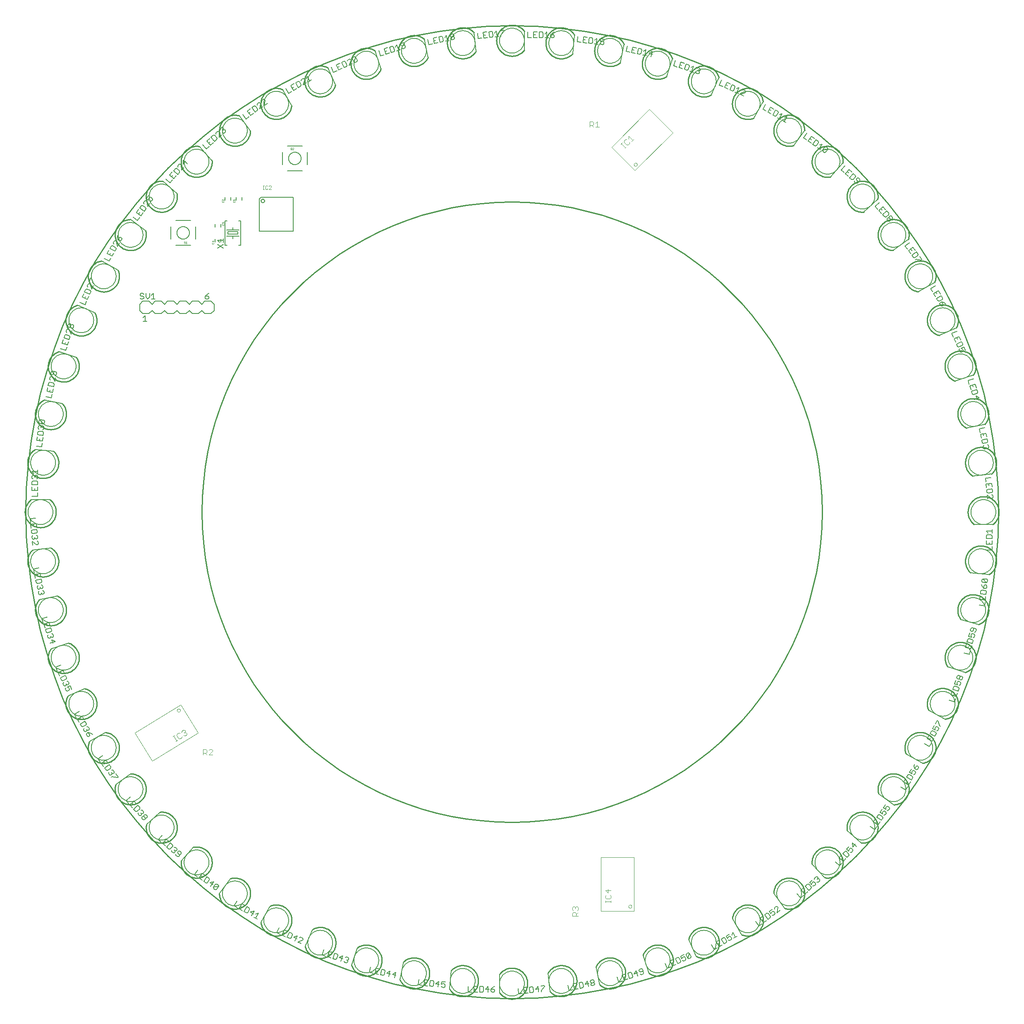
<source format=gto>
G75*
G70*
%OFA0B0*%
%FSLAX24Y24*%
%IPPOS*%
%LPD*%
%AMOC8*
5,1,8,0,0,1.08239X$1,22.5*
%
%ADD10C,0.0100*%
%ADD11C,0.0060*%
%ADD12C,0.0030*%
%ADD13C,0.0040*%
%ADD14C,0.0050*%
%ADD15C,0.0010*%
%ADD16C,0.0080*%
D10*
X011192Y015472D02*
X011180Y015404D01*
X011172Y015335D01*
X011168Y015266D01*
X011168Y015196D01*
X011172Y015127D01*
X011180Y015058D01*
X011192Y014990D01*
X011207Y014922D01*
X011226Y014855D01*
X011249Y014790D01*
X011275Y014725D01*
X011305Y014663D01*
X011338Y014602D01*
X011374Y014543D01*
X011414Y014486D01*
X011457Y014432D01*
X011503Y014379D01*
X011552Y014330D01*
X011603Y014283D01*
X011657Y014240D01*
X011713Y014199D01*
X011771Y014161D01*
X011832Y014127D01*
X011894Y014096D01*
X011958Y014069D01*
X012023Y014045D01*
X012089Y014025D01*
X012157Y014009D01*
X012225Y013996D01*
X012294Y013987D01*
X012363Y013982D01*
X012432Y013981D01*
X012502Y013984D01*
X012571Y013990D01*
X012639Y014001D01*
X012707Y014015D01*
X012774Y014033D01*
X012840Y014054D01*
X012905Y014080D01*
X012968Y014108D01*
X013029Y014141D01*
X013089Y014176D01*
X013146Y014215D01*
X013202Y014257D01*
X013254Y014302D01*
X013305Y014350D01*
X013352Y014400D01*
X013397Y014454D01*
X013438Y014509D01*
X013477Y014567D01*
X013512Y014627D01*
X013544Y014688D01*
X013572Y014752D01*
X013597Y014816D01*
X013618Y014882D01*
X013636Y014950D01*
X013650Y015018D01*
X013660Y015086D01*
X013666Y015155D01*
X013668Y015225D01*
X013666Y015294D01*
X013661Y015363D01*
X013652Y015432D01*
X013639Y015500D01*
X013622Y015567D01*
X013601Y015634D01*
X013577Y015699D01*
X013549Y015762D01*
X013518Y015824D01*
X013484Y015884D01*
X013446Y015943D01*
X013405Y015998D01*
X013361Y016052D01*
X013314Y016103D01*
X013264Y016151D01*
X013211Y016197D01*
X013157Y016239D01*
X013099Y016279D01*
X013040Y016315D01*
X012979Y016348D01*
X012916Y016377D01*
X012852Y016403D01*
X012786Y016426D01*
X012719Y016444D01*
X012652Y016459D01*
X012583Y016470D01*
X012514Y016477D01*
X012445Y016481D01*
X012375Y016480D01*
X012306Y016476D01*
X009934Y019572D02*
X010003Y019569D01*
X010072Y019562D01*
X010141Y019551D01*
X010209Y019537D01*
X010276Y019519D01*
X010342Y019497D01*
X010406Y019471D01*
X010469Y019442D01*
X010530Y019410D01*
X010590Y019374D01*
X010647Y019335D01*
X010702Y019293D01*
X010755Y019248D01*
X010805Y019200D01*
X010852Y019149D01*
X010897Y019096D01*
X010938Y019040D01*
X010976Y018982D01*
X011011Y018922D01*
X011043Y018860D01*
X011071Y018797D01*
X011096Y018732D01*
X011117Y018666D01*
X011134Y018599D01*
X011147Y018531D01*
X011157Y018462D01*
X011163Y018393D01*
X011165Y018324D01*
X011163Y018254D01*
X011157Y018185D01*
X011148Y018116D01*
X011135Y018048D01*
X011118Y017981D01*
X011097Y017915D01*
X011072Y017850D01*
X011044Y017786D01*
X011013Y017724D01*
X010978Y017664D01*
X010940Y017607D01*
X010899Y017551D01*
X010854Y017497D01*
X010807Y017447D01*
X010757Y017398D01*
X010705Y017353D01*
X010650Y017311D01*
X010592Y017272D01*
X010533Y017236D01*
X010472Y017203D01*
X010409Y017174D01*
X010345Y017148D01*
X010279Y017126D01*
X010212Y017108D01*
X010144Y017093D01*
X010075Y017082D01*
X010006Y017075D01*
X009937Y017072D01*
X009868Y017073D01*
X009798Y017077D01*
X009730Y017086D01*
X009661Y017098D01*
X009594Y017114D01*
X009527Y017134D01*
X009462Y017157D01*
X009398Y017184D01*
X009336Y017214D01*
X009275Y017248D01*
X009216Y017285D01*
X009160Y017326D01*
X009106Y017369D01*
X009054Y017416D01*
X009005Y017465D01*
X008959Y017516D01*
X008916Y017571D01*
X008876Y017627D01*
X008839Y017686D01*
X008805Y017747D01*
X008775Y017809D01*
X008748Y017873D01*
X008725Y017939D01*
X008706Y018005D01*
X008690Y018073D01*
X008678Y018141D01*
X008670Y018210D01*
X008666Y018279D01*
X008665Y018349D01*
X008669Y018418D01*
X008676Y018487D01*
X008687Y018556D01*
X008702Y018623D01*
X008720Y018690D01*
X006599Y022149D02*
X006574Y022084D01*
X006552Y022019D01*
X006534Y021952D01*
X006520Y021884D01*
X006509Y021815D01*
X006502Y021746D01*
X006499Y021677D01*
X006500Y021607D01*
X006505Y021538D01*
X006513Y021469D01*
X006526Y021401D01*
X006542Y021334D01*
X006562Y021267D01*
X006585Y021202D01*
X006612Y021138D01*
X006643Y021076D01*
X006677Y021015D01*
X006714Y020957D01*
X006755Y020900D01*
X006798Y020846D01*
X006845Y020795D01*
X006894Y020746D01*
X006946Y020700D01*
X007000Y020657D01*
X007057Y020617D01*
X007116Y020580D01*
X007177Y020547D01*
X007239Y020517D01*
X007303Y020490D01*
X007369Y020467D01*
X007435Y020448D01*
X007503Y020432D01*
X007571Y020421D01*
X007640Y020413D01*
X007710Y020409D01*
X007779Y020408D01*
X007848Y020412D01*
X007917Y020419D01*
X007986Y020431D01*
X008053Y020446D01*
X008120Y020464D01*
X008186Y020487D01*
X008250Y020513D01*
X008313Y020542D01*
X008374Y020575D01*
X008433Y020612D01*
X008490Y020651D01*
X008545Y020694D01*
X008597Y020740D01*
X008647Y020788D01*
X008694Y020839D01*
X008738Y020893D01*
X008778Y020949D01*
X008816Y021007D01*
X008851Y021067D01*
X008882Y021129D01*
X008909Y021193D01*
X008933Y021258D01*
X008954Y021325D01*
X008970Y021392D01*
X008983Y021460D01*
X008992Y021529D01*
X008998Y021598D01*
X008999Y021667D01*
X008997Y021737D01*
X008990Y021806D01*
X008980Y021875D01*
X008966Y021943D01*
X008949Y022010D01*
X008927Y022076D01*
X008902Y022140D01*
X008874Y022204D01*
X008842Y022265D01*
X008806Y022325D01*
X008768Y022382D01*
X008726Y022438D01*
X008681Y022491D01*
X008633Y022541D01*
X008583Y022589D01*
X008530Y022634D01*
X008475Y022676D01*
X008417Y022714D01*
X008358Y022750D01*
X008296Y022782D01*
X008233Y022811D01*
X008168Y022836D01*
X008102Y022857D01*
X008035Y022875D01*
X007967Y022889D01*
X007898Y022899D01*
X006221Y026421D02*
X006289Y026403D01*
X006355Y026382D01*
X006420Y026358D01*
X006483Y026329D01*
X006545Y026298D01*
X006605Y026263D01*
X006662Y026224D01*
X006718Y026183D01*
X006771Y026138D01*
X006822Y026091D01*
X006870Y026041D01*
X006915Y025988D01*
X006957Y025933D01*
X006996Y025875D01*
X007032Y025816D01*
X007064Y025755D01*
X007093Y025692D01*
X007119Y025627D01*
X007140Y025561D01*
X007158Y025494D01*
X007173Y025426D01*
X007183Y025358D01*
X007190Y025289D01*
X007193Y025219D01*
X007192Y025150D01*
X007187Y025081D01*
X007178Y025012D01*
X007166Y024944D01*
X007150Y024876D01*
X007130Y024810D01*
X007106Y024744D01*
X007079Y024681D01*
X007048Y024618D01*
X007014Y024558D01*
X006977Y024500D01*
X006936Y024443D01*
X006893Y024389D01*
X006846Y024338D01*
X006797Y024289D01*
X006745Y024243D01*
X006690Y024200D01*
X006634Y024160D01*
X006575Y024123D01*
X006514Y024090D01*
X006451Y024060D01*
X006387Y024034D01*
X006322Y024011D01*
X006255Y023992D01*
X006187Y023976D01*
X006119Y023964D01*
X006050Y023957D01*
X005981Y023953D01*
X005911Y023952D01*
X005842Y023956D01*
X005773Y023964D01*
X005705Y023975D01*
X005637Y023990D01*
X005570Y024009D01*
X005505Y024031D01*
X005440Y024058D01*
X005378Y024087D01*
X005317Y024120D01*
X005258Y024157D01*
X005201Y024196D01*
X005146Y024239D01*
X005094Y024285D01*
X005044Y024333D01*
X004997Y024384D01*
X004953Y024438D01*
X004913Y024494D01*
X004875Y024553D01*
X004841Y024613D01*
X004810Y024675D01*
X004782Y024739D01*
X004758Y024804D01*
X004738Y024870D01*
X004721Y024937D01*
X004709Y025006D01*
X004700Y025074D01*
X004694Y025144D01*
X004693Y025213D01*
X004696Y025282D01*
X004702Y025351D01*
X004712Y025420D01*
X004726Y025488D01*
X004744Y025555D01*
X004765Y025621D01*
X004790Y025686D01*
X004819Y025749D01*
X004851Y025810D01*
X003496Y029634D02*
X003457Y029576D01*
X003422Y029517D01*
X003391Y029455D01*
X003362Y029392D01*
X003338Y029327D01*
X003317Y029261D01*
X003299Y029193D01*
X003286Y029125D01*
X003276Y029057D01*
X003270Y028987D01*
X003268Y028918D01*
X003270Y028849D01*
X003275Y028780D01*
X003285Y028711D01*
X003298Y028643D01*
X003315Y028575D01*
X003336Y028509D01*
X003360Y028444D01*
X003388Y028381D01*
X003419Y028319D01*
X003454Y028259D01*
X003492Y028201D01*
X003533Y028145D01*
X003578Y028092D01*
X003625Y028041D01*
X003675Y027992D01*
X003727Y027947D01*
X003782Y027905D01*
X003839Y027865D01*
X003898Y027829D01*
X003960Y027797D01*
X004023Y027767D01*
X004087Y027742D01*
X004153Y027720D01*
X004220Y027701D01*
X004287Y027686D01*
X004356Y027676D01*
X004425Y027668D01*
X004494Y027665D01*
X004564Y027666D01*
X004633Y027670D01*
X004702Y027679D01*
X004770Y027691D01*
X004838Y027707D01*
X004904Y027726D01*
X004970Y027749D01*
X005034Y027776D01*
X005096Y027807D01*
X005157Y027840D01*
X005215Y027878D01*
X005272Y027918D01*
X005326Y027961D01*
X005378Y028007D01*
X005427Y028057D01*
X005473Y028108D01*
X005516Y028162D01*
X005556Y028219D01*
X005593Y028278D01*
X005627Y028338D01*
X005657Y028401D01*
X005684Y028465D01*
X005707Y028530D01*
X005727Y028597D01*
X005743Y028664D01*
X005755Y028733D01*
X005763Y028802D01*
X005767Y028871D01*
X005768Y028940D01*
X005764Y029009D01*
X005757Y029078D01*
X005746Y029147D01*
X005732Y029215D01*
X005713Y029282D01*
X005691Y029347D01*
X005665Y029412D01*
X005636Y029475D01*
X005603Y029536D01*
X005567Y029595D01*
X005527Y029652D01*
X005485Y029707D01*
X005440Y029760D01*
X005391Y029809D01*
X005340Y029856D01*
X005287Y029901D01*
X005231Y029942D01*
X005173Y029980D01*
X005113Y030014D01*
X005051Y030046D01*
X004987Y030074D01*
X004922Y030098D01*
X004014Y033891D02*
X004076Y033860D01*
X004136Y033826D01*
X004194Y033788D01*
X004251Y033747D01*
X004304Y033704D01*
X004356Y033657D01*
X004404Y033607D01*
X004450Y033555D01*
X004493Y033501D01*
X004532Y033444D01*
X004569Y033385D01*
X004602Y033324D01*
X004632Y033261D01*
X004658Y033197D01*
X004681Y033131D01*
X004700Y033064D01*
X004715Y032997D01*
X004726Y032928D01*
X004734Y032859D01*
X004738Y032790D01*
X004737Y032721D01*
X004734Y032651D01*
X004726Y032582D01*
X004714Y032514D01*
X004699Y032446D01*
X004680Y032380D01*
X004657Y032314D01*
X004631Y032250D01*
X004601Y032187D01*
X004567Y032127D01*
X004531Y032068D01*
X004491Y032011D01*
X004448Y031956D01*
X004402Y031904D01*
X004353Y031855D01*
X004302Y031808D01*
X004248Y031765D01*
X004192Y031724D01*
X004133Y031686D01*
X004073Y031652D01*
X004011Y031622D01*
X003947Y031594D01*
X003882Y031571D01*
X003815Y031551D01*
X003748Y031534D01*
X003680Y031522D01*
X003611Y031513D01*
X003542Y031508D01*
X003472Y031507D01*
X003403Y031510D01*
X003334Y031517D01*
X003265Y031527D01*
X003197Y031541D01*
X003130Y031559D01*
X003064Y031581D01*
X003000Y031606D01*
X002937Y031635D01*
X002875Y031667D01*
X002816Y031703D01*
X002758Y031742D01*
X002703Y031784D01*
X002650Y031829D01*
X002600Y031877D01*
X002553Y031928D01*
X002508Y031981D01*
X002467Y032036D01*
X002428Y032094D01*
X002393Y032154D01*
X002361Y032216D01*
X002333Y032279D01*
X002308Y032344D01*
X002287Y032410D01*
X002270Y032477D01*
X002256Y032545D01*
X002246Y032614D01*
X002240Y032683D01*
X002238Y032752D01*
X002240Y032822D01*
X002245Y032891D01*
X002255Y032960D01*
X002268Y033028D01*
X002285Y033095D01*
X002305Y033161D01*
X002329Y033226D01*
X002357Y033290D01*
X002389Y033352D01*
X002423Y033412D01*
X002461Y033470D01*
X002502Y033526D01*
X002546Y033579D01*
X002016Y037602D02*
X001966Y037554D01*
X001919Y037502D01*
X001875Y037448D01*
X001835Y037392D01*
X001797Y037334D01*
X001763Y037274D01*
X001732Y037212D01*
X001704Y037148D01*
X001681Y037083D01*
X001660Y037016D01*
X001644Y036949D01*
X001631Y036881D01*
X001622Y036812D01*
X001617Y036743D01*
X001616Y036673D01*
X001619Y036604D01*
X001625Y036535D01*
X001635Y036466D01*
X001650Y036398D01*
X001667Y036331D01*
X001689Y036265D01*
X001714Y036201D01*
X001743Y036138D01*
X001775Y036076D01*
X001810Y036016D01*
X001849Y035959D01*
X001891Y035904D01*
X001936Y035851D01*
X001984Y035800D01*
X002034Y035753D01*
X002087Y035708D01*
X002143Y035666D01*
X002201Y035628D01*
X002260Y035593D01*
X002322Y035561D01*
X002385Y035532D01*
X002450Y035507D01*
X002516Y035486D01*
X002583Y035468D01*
X002651Y035455D01*
X002720Y035445D01*
X002789Y035438D01*
X002858Y035436D01*
X002928Y035438D01*
X002997Y035443D01*
X003065Y035452D01*
X003134Y035465D01*
X003201Y035482D01*
X003267Y035502D01*
X003332Y035526D01*
X003396Y035554D01*
X003458Y035585D01*
X003518Y035620D01*
X003576Y035657D01*
X003632Y035698D01*
X003686Y035742D01*
X003737Y035789D01*
X003785Y035839D01*
X003831Y035891D01*
X003874Y035946D01*
X003913Y036003D01*
X003949Y036062D01*
X003982Y036123D01*
X004012Y036186D01*
X004038Y036251D01*
X004060Y036316D01*
X004079Y036383D01*
X004094Y036451D01*
X004105Y036519D01*
X004112Y036588D01*
X004116Y036658D01*
X004115Y036727D01*
X004111Y036796D01*
X004103Y036865D01*
X004091Y036934D01*
X004076Y037001D01*
X004056Y037068D01*
X004033Y037133D01*
X004007Y037197D01*
X003977Y037260D01*
X003943Y037321D01*
X003906Y037379D01*
X003866Y037436D01*
X003823Y037490D01*
X003777Y037542D01*
X003728Y037591D01*
X003676Y037638D01*
X003622Y037681D01*
X003566Y037722D01*
X003507Y037759D01*
X003408Y041658D02*
X003462Y041615D01*
X003514Y041569D01*
X003563Y041520D01*
X003610Y041468D01*
X003653Y041414D01*
X003694Y041358D01*
X003731Y041299D01*
X003765Y041239D01*
X003795Y041176D01*
X003822Y041113D01*
X003846Y041047D01*
X003866Y040981D01*
X003882Y040913D01*
X003894Y040845D01*
X003902Y040776D01*
X003907Y040707D01*
X003908Y040637D01*
X003905Y040568D01*
X003898Y040499D01*
X003887Y040431D01*
X003873Y040363D01*
X003854Y040296D01*
X003832Y040230D01*
X003807Y040165D01*
X003778Y040102D01*
X003745Y040041D01*
X003709Y039982D01*
X003670Y039925D01*
X003628Y039869D01*
X003583Y039817D01*
X003535Y039767D01*
X003484Y039720D01*
X003430Y039675D01*
X003375Y039634D01*
X003317Y039596D01*
X003257Y039561D01*
X003195Y039529D01*
X003132Y039501D01*
X003067Y039477D01*
X003001Y039456D01*
X002933Y039439D01*
X002865Y039425D01*
X002796Y039416D01*
X002727Y039410D01*
X002658Y039408D01*
X002589Y039410D01*
X002520Y039416D01*
X002451Y039425D01*
X002383Y039439D01*
X002315Y039456D01*
X002249Y039477D01*
X002184Y039501D01*
X002121Y039529D01*
X002059Y039561D01*
X001999Y039596D01*
X001941Y039634D01*
X001886Y039675D01*
X001832Y039720D01*
X001781Y039767D01*
X001733Y039817D01*
X001688Y039869D01*
X001646Y039925D01*
X001607Y039982D01*
X001571Y040041D01*
X001538Y040102D01*
X001509Y040165D01*
X001484Y040230D01*
X001462Y040296D01*
X001443Y040363D01*
X001429Y040431D01*
X001418Y040499D01*
X001411Y040568D01*
X001408Y040637D01*
X001409Y040707D01*
X001414Y040776D01*
X001422Y040845D01*
X001434Y040913D01*
X001450Y040981D01*
X001470Y041047D01*
X001494Y041113D01*
X001521Y041176D01*
X001551Y041239D01*
X001585Y041299D01*
X001622Y041358D01*
X001663Y041414D01*
X001706Y041468D01*
X001753Y041520D01*
X001802Y041569D01*
X001854Y041615D01*
X001908Y041658D01*
X002225Y045703D02*
X002166Y045666D01*
X002110Y045625D01*
X002056Y045582D01*
X002004Y045535D01*
X001955Y045486D01*
X001909Y045434D01*
X001866Y045380D01*
X001826Y045323D01*
X001789Y045265D01*
X001755Y045204D01*
X001725Y045141D01*
X001699Y045077D01*
X001676Y045012D01*
X001656Y044945D01*
X001641Y044878D01*
X001629Y044809D01*
X001621Y044740D01*
X001617Y044671D01*
X001616Y044602D01*
X001620Y044532D01*
X001627Y044463D01*
X001638Y044395D01*
X001653Y044327D01*
X001672Y044260D01*
X001694Y044195D01*
X001720Y044130D01*
X001750Y044067D01*
X001783Y044006D01*
X001819Y043947D01*
X001858Y043890D01*
X001901Y043835D01*
X001947Y043783D01*
X001995Y043733D01*
X002046Y043686D01*
X002100Y043642D01*
X002156Y043601D01*
X002214Y043564D01*
X002274Y043529D01*
X002336Y043498D01*
X002400Y043470D01*
X002465Y043446D01*
X002531Y043426D01*
X002598Y043409D01*
X002667Y043396D01*
X002735Y043387D01*
X002804Y043382D01*
X002874Y043380D01*
X002943Y043382D01*
X003012Y043389D01*
X003081Y043399D01*
X003149Y043412D01*
X003216Y043430D01*
X003282Y043451D01*
X003347Y043476D01*
X003410Y043505D01*
X003472Y043537D01*
X003531Y043572D01*
X003589Y043610D01*
X003645Y043652D01*
X003698Y043697D01*
X003748Y043744D01*
X003796Y043795D01*
X003841Y043848D01*
X003883Y043903D01*
X003922Y043960D01*
X003957Y044020D01*
X003989Y044082D01*
X004018Y044145D01*
X004043Y044209D01*
X004065Y044275D01*
X004082Y044342D01*
X004097Y044410D01*
X004107Y044479D01*
X004113Y044548D01*
X004116Y044617D01*
X004115Y044687D01*
X004110Y044756D01*
X004101Y044825D01*
X004088Y044893D01*
X004072Y044960D01*
X004051Y045027D01*
X004028Y045092D01*
X004000Y045156D01*
X003969Y045218D01*
X003935Y045278D01*
X003897Y045336D01*
X003857Y045392D01*
X003813Y045446D01*
X003766Y045498D01*
X003716Y045546D01*
X004430Y049381D02*
X004474Y049328D01*
X004515Y049272D01*
X004553Y049214D01*
X004587Y049154D01*
X004619Y049092D01*
X004647Y049028D01*
X004671Y048963D01*
X004691Y048897D01*
X004708Y048830D01*
X004721Y048762D01*
X004731Y048693D01*
X004736Y048624D01*
X004738Y048554D01*
X004736Y048485D01*
X004730Y048416D01*
X004720Y048347D01*
X004706Y048279D01*
X004689Y048212D01*
X004668Y048146D01*
X004643Y048081D01*
X004615Y048018D01*
X004583Y047956D01*
X004548Y047896D01*
X004509Y047838D01*
X004468Y047783D01*
X004423Y047730D01*
X004376Y047679D01*
X004326Y047631D01*
X004273Y047586D01*
X004218Y047544D01*
X004160Y047505D01*
X004101Y047469D01*
X004039Y047437D01*
X003976Y047408D01*
X003912Y047383D01*
X003846Y047361D01*
X003779Y047343D01*
X003711Y047329D01*
X003642Y047319D01*
X003573Y047312D01*
X003504Y047309D01*
X003434Y047310D01*
X003365Y047315D01*
X003296Y047324D01*
X003228Y047336D01*
X003161Y047353D01*
X003094Y047373D01*
X003029Y047396D01*
X002965Y047424D01*
X002903Y047454D01*
X002843Y047488D01*
X002784Y047526D01*
X002728Y047567D01*
X002674Y047610D01*
X002623Y047657D01*
X002574Y047706D01*
X002528Y047758D01*
X002485Y047813D01*
X002445Y047870D01*
X002409Y047929D01*
X002375Y047989D01*
X002345Y048052D01*
X002319Y048116D01*
X002296Y048182D01*
X002277Y048248D01*
X002262Y048316D01*
X002250Y048384D01*
X002242Y048453D01*
X002239Y048523D01*
X002238Y048592D01*
X002242Y048661D01*
X002250Y048730D01*
X002261Y048799D01*
X002276Y048866D01*
X002295Y048933D01*
X002318Y048999D01*
X002344Y049063D01*
X002374Y049126D01*
X002407Y049187D01*
X002444Y049246D01*
X002483Y049303D01*
X002526Y049357D01*
X002572Y049409D01*
X002620Y049459D01*
X002672Y049506D01*
X002725Y049549D01*
X002782Y049590D01*
X002840Y049628D01*
X002900Y049662D01*
X002962Y049693D01*
X004114Y053584D02*
X004049Y053560D01*
X003985Y053532D01*
X003923Y053500D01*
X003863Y053466D01*
X003805Y053428D01*
X003749Y053387D01*
X003696Y053342D01*
X003645Y053295D01*
X003596Y053246D01*
X003551Y053193D01*
X003509Y053138D01*
X003469Y053081D01*
X003433Y053022D01*
X003400Y052961D01*
X003371Y052898D01*
X003345Y052833D01*
X003323Y052768D01*
X003304Y052701D01*
X003290Y052633D01*
X003279Y052564D01*
X003272Y052495D01*
X003268Y052426D01*
X003269Y052357D01*
X003273Y052288D01*
X003281Y052219D01*
X003293Y052150D01*
X003309Y052083D01*
X003329Y052016D01*
X003352Y051951D01*
X003379Y051887D01*
X003409Y051824D01*
X003443Y051764D01*
X003480Y051705D01*
X003520Y051648D01*
X003563Y051594D01*
X003609Y051543D01*
X003658Y051493D01*
X003710Y051447D01*
X003764Y051404D01*
X003821Y051364D01*
X003879Y051326D01*
X003940Y051293D01*
X004002Y051262D01*
X004066Y051235D01*
X004132Y051212D01*
X004198Y051193D01*
X004266Y051177D01*
X004334Y051165D01*
X004403Y051156D01*
X004472Y051152D01*
X004542Y051151D01*
X004611Y051154D01*
X004680Y051162D01*
X004749Y051172D01*
X004816Y051187D01*
X004883Y051206D01*
X004949Y051228D01*
X005013Y051253D01*
X005076Y051283D01*
X005138Y051315D01*
X005197Y051351D01*
X005254Y051391D01*
X005309Y051433D01*
X005361Y051478D01*
X005411Y051527D01*
X005458Y051578D01*
X005503Y051631D01*
X005544Y051687D01*
X005582Y051745D01*
X005617Y051805D01*
X005648Y051867D01*
X005676Y051930D01*
X005700Y051995D01*
X005721Y052061D01*
X005738Y052129D01*
X005751Y052197D01*
X005761Y052266D01*
X005766Y052335D01*
X005768Y052404D01*
X005766Y052473D01*
X005760Y052543D01*
X005750Y052611D01*
X005737Y052679D01*
X005719Y052747D01*
X005698Y052813D01*
X005674Y052878D01*
X005645Y052941D01*
X005614Y053003D01*
X005579Y053062D01*
X005540Y053120D01*
X007035Y056722D02*
X007067Y056661D01*
X007096Y056598D01*
X007121Y056533D01*
X007142Y056467D01*
X007160Y056400D01*
X007174Y056332D01*
X007184Y056263D01*
X007190Y056194D01*
X007193Y056125D01*
X007192Y056056D01*
X007186Y055986D01*
X007177Y055918D01*
X007165Y055849D01*
X007148Y055782D01*
X007128Y055716D01*
X007104Y055651D01*
X007076Y055587D01*
X007045Y055525D01*
X007011Y055465D01*
X006973Y055406D01*
X006933Y055350D01*
X006889Y055296D01*
X006842Y055245D01*
X006792Y055197D01*
X006740Y055151D01*
X006685Y055108D01*
X006628Y055069D01*
X006569Y055032D01*
X006508Y054999D01*
X006446Y054970D01*
X006381Y054943D01*
X006316Y054921D01*
X006249Y054902D01*
X006181Y054887D01*
X006113Y054876D01*
X006044Y054868D01*
X005975Y054864D01*
X005905Y054865D01*
X005836Y054869D01*
X005767Y054876D01*
X005699Y054888D01*
X005631Y054904D01*
X005564Y054923D01*
X005499Y054946D01*
X005435Y054972D01*
X005372Y055002D01*
X005311Y055035D01*
X005252Y055072D01*
X005196Y055112D01*
X005141Y055155D01*
X005089Y055201D01*
X005040Y055250D01*
X004993Y055301D01*
X004950Y055355D01*
X004909Y055412D01*
X004872Y055470D01*
X004838Y055530D01*
X004807Y055593D01*
X004780Y055656D01*
X004756Y055722D01*
X004736Y055788D01*
X004720Y055856D01*
X004708Y055924D01*
X004699Y055993D01*
X004694Y056062D01*
X004693Y056131D01*
X004696Y056201D01*
X004703Y056270D01*
X004713Y056338D01*
X004728Y056406D01*
X004746Y056473D01*
X004767Y056539D01*
X004793Y056604D01*
X004822Y056667D01*
X004854Y056728D01*
X004890Y056787D01*
X004929Y056845D01*
X004971Y056900D01*
X005016Y056953D01*
X005064Y057003D01*
X005115Y057050D01*
X005168Y057095D01*
X005224Y057136D01*
X005281Y057175D01*
X005341Y057210D01*
X005403Y057241D01*
X005466Y057270D01*
X005531Y057294D01*
X005597Y057315D01*
X005665Y057333D01*
X007600Y060899D02*
X007531Y060889D01*
X007463Y060875D01*
X007396Y060857D01*
X007330Y060836D01*
X007265Y060811D01*
X007202Y060782D01*
X007140Y060750D01*
X007081Y060714D01*
X007023Y060676D01*
X006968Y060634D01*
X006915Y060589D01*
X006865Y060541D01*
X006817Y060491D01*
X006772Y060438D01*
X006730Y060382D01*
X006692Y060325D01*
X006656Y060265D01*
X006624Y060204D01*
X006596Y060140D01*
X006571Y060076D01*
X006549Y060010D01*
X006532Y059943D01*
X006518Y059875D01*
X006508Y059806D01*
X006501Y059737D01*
X006499Y059667D01*
X006500Y059598D01*
X006506Y059529D01*
X006515Y059460D01*
X006528Y059392D01*
X006544Y059325D01*
X006565Y059258D01*
X006589Y059193D01*
X006616Y059129D01*
X006647Y059067D01*
X006682Y059007D01*
X006720Y058949D01*
X006760Y058893D01*
X006804Y058839D01*
X006851Y058788D01*
X006901Y058740D01*
X006953Y058694D01*
X007008Y058651D01*
X007065Y058612D01*
X007124Y058575D01*
X007185Y058542D01*
X007248Y058513D01*
X007312Y058487D01*
X007378Y058464D01*
X007445Y058446D01*
X007512Y058431D01*
X007581Y058419D01*
X007650Y058412D01*
X007719Y058408D01*
X007788Y058409D01*
X007858Y058413D01*
X007927Y058421D01*
X007995Y058432D01*
X008063Y058448D01*
X008129Y058467D01*
X008195Y058490D01*
X008259Y058517D01*
X008321Y058547D01*
X008382Y058580D01*
X008441Y058617D01*
X008498Y058657D01*
X008552Y058700D01*
X008604Y058746D01*
X008653Y058795D01*
X008700Y058846D01*
X008743Y058900D01*
X008784Y058957D01*
X008821Y059015D01*
X008855Y059076D01*
X008886Y059138D01*
X008913Y059202D01*
X008936Y059267D01*
X008956Y059334D01*
X008972Y059401D01*
X008985Y059469D01*
X008993Y059538D01*
X008998Y059607D01*
X008999Y059677D01*
X008996Y059746D01*
X008989Y059815D01*
X008978Y059884D01*
X008964Y059952D01*
X008946Y060019D01*
X008924Y060084D01*
X008899Y060149D01*
X011110Y063362D02*
X011128Y063295D01*
X011143Y063228D01*
X011154Y063159D01*
X011161Y063090D01*
X011165Y063021D01*
X011164Y062951D01*
X011160Y062882D01*
X011152Y062813D01*
X011140Y062745D01*
X011124Y062677D01*
X011105Y062611D01*
X011082Y062545D01*
X011055Y062481D01*
X011025Y062419D01*
X010991Y062358D01*
X010954Y062299D01*
X010914Y062243D01*
X010871Y062188D01*
X010825Y062137D01*
X010776Y062088D01*
X010724Y062041D01*
X010670Y061998D01*
X010614Y061957D01*
X010555Y061920D01*
X010494Y061886D01*
X010432Y061856D01*
X010368Y061829D01*
X010303Y061806D01*
X010236Y061786D01*
X010169Y061770D01*
X010100Y061758D01*
X010032Y061749D01*
X009962Y061745D01*
X009893Y061744D01*
X009824Y061747D01*
X009755Y061754D01*
X009686Y061765D01*
X009618Y061780D01*
X009551Y061798D01*
X009485Y061820D01*
X009421Y061846D01*
X009358Y061875D01*
X009297Y061908D01*
X009238Y061944D01*
X009180Y061983D01*
X009125Y062025D01*
X009073Y062070D01*
X009023Y062119D01*
X008976Y062169D01*
X008931Y062223D01*
X008890Y062279D01*
X008852Y062336D01*
X008817Y062396D01*
X008786Y062458D01*
X008758Y062522D01*
X008733Y062587D01*
X008712Y062653D01*
X008695Y062720D01*
X008682Y062788D01*
X008673Y062857D01*
X008667Y062926D01*
X008665Y062996D01*
X008667Y063065D01*
X008673Y063134D01*
X008683Y063203D01*
X008696Y063271D01*
X008713Y063338D01*
X008734Y063404D01*
X008759Y063469D01*
X008787Y063532D01*
X008819Y063594D01*
X008854Y063654D01*
X008892Y063712D01*
X008933Y063768D01*
X008978Y063821D01*
X009025Y063872D01*
X009075Y063920D01*
X009128Y063965D01*
X009183Y064007D01*
X009240Y064046D01*
X009300Y064082D01*
X009361Y064114D01*
X009424Y064143D01*
X009488Y064169D01*
X009554Y064191D01*
X009621Y064209D01*
X009689Y064223D01*
X009758Y064234D01*
X009827Y064241D01*
X009896Y064244D01*
X012530Y067330D02*
X012461Y067334D01*
X012391Y067335D01*
X012322Y067331D01*
X012253Y067324D01*
X012184Y067313D01*
X012117Y067298D01*
X012050Y067280D01*
X011984Y067257D01*
X011920Y067231D01*
X011857Y067202D01*
X011796Y067169D01*
X011737Y067133D01*
X011679Y067093D01*
X011625Y067051D01*
X011572Y067005D01*
X011522Y066957D01*
X011475Y066906D01*
X011431Y066852D01*
X011390Y066797D01*
X011352Y066738D01*
X011318Y066678D01*
X011287Y066616D01*
X011259Y066553D01*
X011235Y066488D01*
X011214Y066421D01*
X011197Y066354D01*
X011184Y066286D01*
X011175Y066217D01*
X011170Y066148D01*
X011168Y066079D01*
X011170Y066009D01*
X011176Y065940D01*
X011186Y065872D01*
X011200Y065804D01*
X011218Y065736D01*
X011239Y065670D01*
X011264Y065606D01*
X011292Y065542D01*
X011324Y065481D01*
X011359Y065421D01*
X011398Y065363D01*
X011439Y065308D01*
X011484Y065254D01*
X011531Y065204D01*
X011582Y065156D01*
X011634Y065111D01*
X011690Y065069D01*
X011747Y065030D01*
X011807Y064995D01*
X011868Y064962D01*
X011931Y064934D01*
X011996Y064908D01*
X012062Y064887D01*
X012129Y064869D01*
X012197Y064855D01*
X012265Y064844D01*
X012334Y064838D01*
X012404Y064835D01*
X012473Y064836D01*
X012542Y064841D01*
X012611Y064850D01*
X012679Y064863D01*
X012747Y064879D01*
X012813Y064899D01*
X012878Y064923D01*
X012942Y064950D01*
X013004Y064981D01*
X013065Y065015D01*
X013123Y065053D01*
X013179Y065094D01*
X013233Y065137D01*
X013284Y065184D01*
X013333Y065233D01*
X013379Y065286D01*
X013422Y065340D01*
X013462Y065397D01*
X013498Y065456D01*
X013531Y065517D01*
X013561Y065579D01*
X013587Y065644D01*
X013610Y065709D01*
X013629Y065776D01*
X013644Y065844D01*
X013656Y065912D01*
X013664Y065981D01*
X013668Y066050D01*
X013668Y066120D01*
X013664Y066189D01*
X013656Y066258D01*
X013644Y066326D01*
X016476Y069010D02*
X016480Y068941D01*
X016481Y068871D01*
X016477Y068802D01*
X016470Y068733D01*
X016459Y068664D01*
X016444Y068597D01*
X016426Y068530D01*
X016403Y068464D01*
X016377Y068400D01*
X016348Y068337D01*
X016315Y068276D01*
X016279Y068217D01*
X016239Y068159D01*
X016197Y068105D01*
X016151Y068052D01*
X016103Y068002D01*
X016052Y067955D01*
X015998Y067911D01*
X015943Y067870D01*
X015884Y067832D01*
X015824Y067798D01*
X015762Y067767D01*
X015699Y067739D01*
X015634Y067715D01*
X015567Y067694D01*
X015500Y067677D01*
X015432Y067664D01*
X015363Y067655D01*
X015294Y067650D01*
X015225Y067648D01*
X015155Y067650D01*
X015086Y067656D01*
X015018Y067666D01*
X014950Y067680D01*
X014882Y067698D01*
X014816Y067719D01*
X014752Y067744D01*
X014688Y067772D01*
X014627Y067804D01*
X014567Y067839D01*
X014509Y067878D01*
X014454Y067919D01*
X014400Y067964D01*
X014350Y068011D01*
X014302Y068062D01*
X014257Y068114D01*
X014215Y068170D01*
X014176Y068227D01*
X014141Y068287D01*
X014108Y068348D01*
X014080Y068411D01*
X014054Y068476D01*
X014033Y068542D01*
X014015Y068609D01*
X014001Y068677D01*
X013990Y068745D01*
X013984Y068814D01*
X013981Y068884D01*
X013982Y068953D01*
X013987Y069022D01*
X013996Y069091D01*
X014009Y069159D01*
X014025Y069227D01*
X014045Y069293D01*
X014069Y069358D01*
X014096Y069422D01*
X014127Y069484D01*
X014161Y069545D01*
X014199Y069603D01*
X014240Y069659D01*
X014283Y069713D01*
X014330Y069764D01*
X014379Y069813D01*
X014432Y069859D01*
X014486Y069902D01*
X014543Y069942D01*
X014602Y069978D01*
X014663Y070011D01*
X014725Y070041D01*
X014790Y070067D01*
X014855Y070090D01*
X014922Y070109D01*
X014990Y070124D01*
X015058Y070136D01*
X015127Y070144D01*
X015196Y070148D01*
X015266Y070148D01*
X015335Y070144D01*
X015404Y070136D01*
X015472Y070124D01*
X018690Y072596D02*
X018623Y072614D01*
X018556Y072629D01*
X018487Y072640D01*
X018418Y072647D01*
X018349Y072651D01*
X018279Y072650D01*
X018210Y072646D01*
X018141Y072638D01*
X018073Y072626D01*
X018005Y072610D01*
X017939Y072591D01*
X017873Y072568D01*
X017809Y072541D01*
X017747Y072511D01*
X017686Y072477D01*
X017627Y072440D01*
X017571Y072400D01*
X017516Y072357D01*
X017465Y072311D01*
X017416Y072262D01*
X017369Y072210D01*
X017326Y072156D01*
X017285Y072100D01*
X017248Y072041D01*
X017214Y071980D01*
X017184Y071918D01*
X017157Y071854D01*
X017134Y071789D01*
X017114Y071722D01*
X017098Y071655D01*
X017086Y071586D01*
X017077Y071518D01*
X017073Y071448D01*
X017072Y071379D01*
X017075Y071310D01*
X017082Y071241D01*
X017093Y071172D01*
X017108Y071104D01*
X017126Y071037D01*
X017148Y070971D01*
X017174Y070907D01*
X017203Y070844D01*
X017236Y070783D01*
X017272Y070724D01*
X017311Y070666D01*
X017353Y070611D01*
X017398Y070559D01*
X017447Y070509D01*
X017497Y070462D01*
X017551Y070417D01*
X017607Y070376D01*
X017664Y070338D01*
X017724Y070303D01*
X017786Y070272D01*
X017850Y070244D01*
X017915Y070219D01*
X017981Y070198D01*
X018048Y070181D01*
X018116Y070168D01*
X018185Y070159D01*
X018254Y070153D01*
X018324Y070151D01*
X018393Y070153D01*
X018462Y070159D01*
X018531Y070169D01*
X018599Y070182D01*
X018666Y070199D01*
X018732Y070220D01*
X018797Y070245D01*
X018860Y070273D01*
X018922Y070305D01*
X018982Y070340D01*
X019040Y070378D01*
X019096Y070419D01*
X019149Y070464D01*
X019200Y070511D01*
X019248Y070561D01*
X019293Y070614D01*
X019335Y070669D01*
X019374Y070726D01*
X019410Y070786D01*
X019442Y070847D01*
X019471Y070910D01*
X019497Y070974D01*
X019519Y071040D01*
X019537Y071107D01*
X019551Y071175D01*
X019562Y071244D01*
X019569Y071313D01*
X019572Y071382D01*
X022899Y073418D02*
X022889Y073349D01*
X022875Y073281D01*
X022857Y073214D01*
X022836Y073148D01*
X022811Y073083D01*
X022782Y073020D01*
X022750Y072958D01*
X022714Y072899D01*
X022676Y072841D01*
X022634Y072786D01*
X022589Y072733D01*
X022541Y072683D01*
X022491Y072635D01*
X022438Y072590D01*
X022382Y072548D01*
X022325Y072510D01*
X022265Y072474D01*
X022204Y072442D01*
X022140Y072414D01*
X022076Y072389D01*
X022010Y072367D01*
X021943Y072350D01*
X021875Y072336D01*
X021806Y072326D01*
X021737Y072319D01*
X021667Y072317D01*
X021598Y072318D01*
X021529Y072324D01*
X021460Y072333D01*
X021392Y072346D01*
X021325Y072362D01*
X021258Y072383D01*
X021193Y072407D01*
X021129Y072434D01*
X021067Y072465D01*
X021007Y072500D01*
X020949Y072538D01*
X020893Y072578D01*
X020839Y072622D01*
X020788Y072669D01*
X020740Y072719D01*
X020694Y072771D01*
X020651Y072826D01*
X020612Y072883D01*
X020575Y072942D01*
X020542Y073003D01*
X020513Y073066D01*
X020487Y073130D01*
X020464Y073196D01*
X020446Y073263D01*
X020431Y073330D01*
X020419Y073399D01*
X020412Y073468D01*
X020408Y073537D01*
X020409Y073606D01*
X020413Y073676D01*
X020421Y073745D01*
X020432Y073813D01*
X020448Y073881D01*
X020467Y073947D01*
X020490Y074013D01*
X020517Y074077D01*
X020547Y074139D01*
X020580Y074200D01*
X020617Y074259D01*
X020657Y074316D01*
X020700Y074370D01*
X020746Y074422D01*
X020795Y074471D01*
X020846Y074518D01*
X020900Y074561D01*
X020957Y074602D01*
X021015Y074639D01*
X021076Y074673D01*
X021138Y074704D01*
X021202Y074731D01*
X021267Y074754D01*
X021334Y074774D01*
X021401Y074790D01*
X021469Y074803D01*
X021538Y074811D01*
X021607Y074816D01*
X021677Y074817D01*
X021746Y074814D01*
X021815Y074807D01*
X021884Y074796D01*
X021952Y074782D01*
X022019Y074764D01*
X022084Y074742D01*
X022149Y074717D01*
X025810Y076465D02*
X025749Y076497D01*
X025686Y076526D01*
X025621Y076551D01*
X025555Y076572D01*
X025488Y076590D01*
X025420Y076604D01*
X025351Y076614D01*
X025282Y076620D01*
X025213Y076623D01*
X025144Y076622D01*
X025074Y076616D01*
X025006Y076607D01*
X024937Y076595D01*
X024870Y076578D01*
X024804Y076558D01*
X024739Y076534D01*
X024675Y076506D01*
X024613Y076475D01*
X024553Y076441D01*
X024494Y076403D01*
X024438Y076363D01*
X024384Y076319D01*
X024333Y076272D01*
X024285Y076222D01*
X024239Y076170D01*
X024196Y076115D01*
X024157Y076058D01*
X024120Y075999D01*
X024087Y075938D01*
X024058Y075876D01*
X024031Y075811D01*
X024009Y075746D01*
X023990Y075679D01*
X023975Y075611D01*
X023964Y075543D01*
X023956Y075474D01*
X023952Y075405D01*
X023953Y075335D01*
X023957Y075266D01*
X023964Y075197D01*
X023976Y075129D01*
X023992Y075061D01*
X024011Y074994D01*
X024034Y074929D01*
X024060Y074865D01*
X024090Y074802D01*
X024123Y074741D01*
X024160Y074682D01*
X024200Y074626D01*
X024243Y074571D01*
X024289Y074519D01*
X024338Y074470D01*
X024389Y074423D01*
X024443Y074380D01*
X024500Y074339D01*
X024558Y074302D01*
X024618Y074268D01*
X024681Y074237D01*
X024744Y074210D01*
X024810Y074186D01*
X024876Y074166D01*
X024944Y074150D01*
X025012Y074138D01*
X025081Y074129D01*
X025150Y074124D01*
X025219Y074123D01*
X025289Y074126D01*
X025358Y074133D01*
X025426Y074143D01*
X025494Y074158D01*
X025561Y074176D01*
X025627Y074197D01*
X025692Y074223D01*
X025755Y074252D01*
X025816Y074284D01*
X025875Y074320D01*
X025933Y074359D01*
X025988Y074401D01*
X026041Y074446D01*
X026091Y074494D01*
X026138Y074545D01*
X026183Y074598D01*
X026224Y074654D01*
X026263Y074711D01*
X026298Y074771D01*
X026329Y074833D01*
X026358Y074896D01*
X026382Y074961D01*
X026403Y075027D01*
X026421Y075095D01*
X030098Y076394D02*
X030074Y076329D01*
X030046Y076265D01*
X030014Y076203D01*
X029980Y076143D01*
X029942Y076085D01*
X029901Y076029D01*
X029856Y075976D01*
X029809Y075925D01*
X029760Y075876D01*
X029707Y075831D01*
X029652Y075789D01*
X029595Y075749D01*
X029536Y075713D01*
X029475Y075680D01*
X029412Y075651D01*
X029347Y075625D01*
X029282Y075603D01*
X029215Y075584D01*
X029147Y075570D01*
X029078Y075559D01*
X029009Y075552D01*
X028940Y075548D01*
X028871Y075549D01*
X028802Y075553D01*
X028733Y075561D01*
X028664Y075573D01*
X028597Y075589D01*
X028530Y075609D01*
X028465Y075632D01*
X028401Y075659D01*
X028338Y075689D01*
X028278Y075723D01*
X028219Y075760D01*
X028162Y075800D01*
X028108Y075843D01*
X028057Y075889D01*
X028007Y075938D01*
X027961Y075990D01*
X027918Y076044D01*
X027878Y076101D01*
X027840Y076159D01*
X027807Y076220D01*
X027776Y076282D01*
X027749Y076346D01*
X027726Y076412D01*
X027707Y076478D01*
X027691Y076546D01*
X027679Y076614D01*
X027670Y076683D01*
X027666Y076752D01*
X027665Y076822D01*
X027668Y076891D01*
X027676Y076960D01*
X027686Y077029D01*
X027701Y077096D01*
X027720Y077163D01*
X027742Y077229D01*
X027767Y077293D01*
X027797Y077356D01*
X027829Y077418D01*
X027865Y077477D01*
X027905Y077534D01*
X027947Y077589D01*
X027992Y077641D01*
X028041Y077691D01*
X028092Y077738D01*
X028145Y077783D01*
X028201Y077824D01*
X028259Y077862D01*
X028319Y077897D01*
X028381Y077928D01*
X028444Y077956D01*
X028509Y077980D01*
X028575Y078001D01*
X028643Y078018D01*
X028711Y078031D01*
X028780Y078041D01*
X028849Y078046D01*
X028918Y078048D01*
X028987Y078046D01*
X029057Y078040D01*
X029125Y078030D01*
X029193Y078017D01*
X029261Y077999D01*
X029327Y077978D01*
X029392Y077954D01*
X029455Y077925D01*
X029517Y077894D01*
X029576Y077859D01*
X029634Y077820D01*
X033579Y078770D02*
X033526Y078814D01*
X033470Y078855D01*
X033412Y078893D01*
X033352Y078927D01*
X033290Y078959D01*
X033226Y078987D01*
X033161Y079011D01*
X033095Y079031D01*
X033028Y079048D01*
X032960Y079061D01*
X032891Y079071D01*
X032822Y079076D01*
X032752Y079078D01*
X032683Y079076D01*
X032614Y079070D01*
X032545Y079060D01*
X032477Y079046D01*
X032410Y079029D01*
X032344Y079008D01*
X032279Y078983D01*
X032216Y078955D01*
X032154Y078923D01*
X032094Y078888D01*
X032036Y078849D01*
X031981Y078808D01*
X031928Y078763D01*
X031877Y078716D01*
X031829Y078666D01*
X031784Y078613D01*
X031742Y078558D01*
X031703Y078500D01*
X031667Y078441D01*
X031635Y078379D01*
X031606Y078316D01*
X031581Y078252D01*
X031559Y078186D01*
X031541Y078119D01*
X031527Y078051D01*
X031517Y077982D01*
X031510Y077913D01*
X031507Y077844D01*
X031508Y077774D01*
X031513Y077705D01*
X031522Y077636D01*
X031534Y077568D01*
X031551Y077501D01*
X031571Y077434D01*
X031594Y077369D01*
X031622Y077305D01*
X031652Y077243D01*
X031686Y077183D01*
X031724Y077124D01*
X031765Y077068D01*
X031808Y077014D01*
X031855Y076963D01*
X031904Y076914D01*
X031956Y076868D01*
X032011Y076825D01*
X032068Y076785D01*
X032127Y076749D01*
X032187Y076715D01*
X032250Y076685D01*
X032314Y076659D01*
X032380Y076636D01*
X032446Y076617D01*
X032514Y076602D01*
X032582Y076590D01*
X032651Y076582D01*
X032721Y076579D01*
X032790Y076578D01*
X032859Y076582D01*
X032928Y076590D01*
X032997Y076601D01*
X033064Y076616D01*
X033131Y076635D01*
X033197Y076658D01*
X033261Y076684D01*
X033324Y076714D01*
X033385Y076747D01*
X033444Y076784D01*
X033501Y076823D01*
X033555Y076866D01*
X033607Y076912D01*
X033657Y076960D01*
X033704Y077012D01*
X033747Y077065D01*
X033788Y077122D01*
X033826Y077180D01*
X033860Y077240D01*
X033891Y077302D01*
X037759Y077809D02*
X037722Y077750D01*
X037681Y077694D01*
X037638Y077640D01*
X037591Y077588D01*
X037542Y077539D01*
X037490Y077493D01*
X037436Y077450D01*
X037379Y077410D01*
X037321Y077373D01*
X037260Y077339D01*
X037197Y077309D01*
X037133Y077283D01*
X037068Y077260D01*
X037001Y077240D01*
X036934Y077225D01*
X036865Y077213D01*
X036796Y077205D01*
X036727Y077201D01*
X036658Y077200D01*
X036588Y077204D01*
X036519Y077211D01*
X036451Y077222D01*
X036383Y077237D01*
X036316Y077256D01*
X036251Y077278D01*
X036186Y077304D01*
X036123Y077334D01*
X036062Y077367D01*
X036003Y077403D01*
X035946Y077442D01*
X035891Y077485D01*
X035839Y077531D01*
X035789Y077579D01*
X035742Y077630D01*
X035698Y077684D01*
X035657Y077740D01*
X035620Y077798D01*
X035585Y077858D01*
X035554Y077920D01*
X035526Y077984D01*
X035502Y078049D01*
X035482Y078115D01*
X035465Y078182D01*
X035452Y078251D01*
X035443Y078319D01*
X035438Y078388D01*
X035436Y078458D01*
X035438Y078527D01*
X035445Y078596D01*
X035455Y078665D01*
X035468Y078733D01*
X035486Y078800D01*
X035507Y078866D01*
X035532Y078931D01*
X035561Y078994D01*
X035593Y079056D01*
X035628Y079115D01*
X035666Y079173D01*
X035708Y079229D01*
X035753Y079282D01*
X035800Y079332D01*
X035851Y079380D01*
X035904Y079425D01*
X035959Y079467D01*
X036016Y079506D01*
X036076Y079541D01*
X036138Y079573D01*
X036201Y079602D01*
X036265Y079627D01*
X036331Y079649D01*
X036398Y079666D01*
X036466Y079681D01*
X036535Y079691D01*
X036604Y079697D01*
X036673Y079700D01*
X036743Y079699D01*
X036812Y079694D01*
X036881Y079685D01*
X036949Y079672D01*
X037016Y079656D01*
X037083Y079635D01*
X037148Y079612D01*
X037212Y079584D01*
X037274Y079553D01*
X037334Y079519D01*
X037392Y079481D01*
X037448Y079441D01*
X037502Y079397D01*
X037554Y079350D01*
X037602Y079300D01*
X041658Y079408D02*
X041615Y079462D01*
X041569Y079514D01*
X041520Y079563D01*
X041468Y079610D01*
X041414Y079653D01*
X041358Y079694D01*
X041299Y079731D01*
X041239Y079765D01*
X041176Y079795D01*
X041113Y079822D01*
X041047Y079846D01*
X040981Y079866D01*
X040913Y079882D01*
X040845Y079894D01*
X040776Y079902D01*
X040707Y079907D01*
X040637Y079908D01*
X040568Y079905D01*
X040499Y079898D01*
X040431Y079887D01*
X040363Y079873D01*
X040296Y079854D01*
X040230Y079832D01*
X040165Y079807D01*
X040102Y079778D01*
X040041Y079745D01*
X039982Y079709D01*
X039925Y079670D01*
X039869Y079628D01*
X039817Y079583D01*
X039767Y079535D01*
X039720Y079484D01*
X039675Y079430D01*
X039634Y079375D01*
X039596Y079317D01*
X039561Y079257D01*
X039529Y079195D01*
X039501Y079132D01*
X039477Y079067D01*
X039456Y079001D01*
X039439Y078933D01*
X039425Y078865D01*
X039416Y078796D01*
X039410Y078727D01*
X039408Y078658D01*
X039410Y078589D01*
X039416Y078520D01*
X039425Y078451D01*
X039439Y078383D01*
X039456Y078315D01*
X039477Y078249D01*
X039501Y078184D01*
X039529Y078121D01*
X039561Y078059D01*
X039596Y077999D01*
X039634Y077941D01*
X039675Y077886D01*
X039720Y077832D01*
X039767Y077781D01*
X039817Y077733D01*
X039869Y077688D01*
X039925Y077646D01*
X039982Y077607D01*
X040041Y077571D01*
X040102Y077538D01*
X040165Y077509D01*
X040230Y077484D01*
X040296Y077462D01*
X040363Y077443D01*
X040431Y077429D01*
X040499Y077418D01*
X040568Y077411D01*
X040637Y077408D01*
X040707Y077409D01*
X040776Y077414D01*
X040845Y077422D01*
X040913Y077434D01*
X040981Y077450D01*
X041047Y077470D01*
X041113Y077494D01*
X041176Y077521D01*
X041239Y077551D01*
X041299Y077585D01*
X041358Y077622D01*
X041414Y077663D01*
X041468Y077706D01*
X041520Y077753D01*
X041569Y077802D01*
X041615Y077854D01*
X041658Y077908D01*
X045546Y077600D02*
X045498Y077550D01*
X045446Y077503D01*
X045392Y077459D01*
X045336Y077419D01*
X045278Y077381D01*
X045218Y077347D01*
X045156Y077316D01*
X045092Y077288D01*
X045027Y077265D01*
X044960Y077244D01*
X044893Y077228D01*
X044825Y077215D01*
X044756Y077206D01*
X044687Y077201D01*
X044617Y077200D01*
X044548Y077203D01*
X044479Y077209D01*
X044410Y077219D01*
X044342Y077234D01*
X044275Y077251D01*
X044209Y077273D01*
X044145Y077298D01*
X044082Y077327D01*
X044020Y077359D01*
X043960Y077394D01*
X043903Y077433D01*
X043848Y077475D01*
X043795Y077520D01*
X043744Y077568D01*
X043697Y077618D01*
X043652Y077671D01*
X043610Y077727D01*
X043572Y077785D01*
X043537Y077844D01*
X043505Y077906D01*
X043476Y077969D01*
X043451Y078034D01*
X043430Y078100D01*
X043412Y078167D01*
X043399Y078235D01*
X043389Y078304D01*
X043382Y078373D01*
X043380Y078442D01*
X043382Y078512D01*
X043387Y078581D01*
X043396Y078649D01*
X043409Y078718D01*
X043426Y078785D01*
X043446Y078851D01*
X043470Y078916D01*
X043498Y078980D01*
X043529Y079042D01*
X043564Y079102D01*
X043601Y079160D01*
X043642Y079216D01*
X043686Y079270D01*
X043733Y079321D01*
X043783Y079369D01*
X043835Y079415D01*
X043890Y079458D01*
X043947Y079497D01*
X044006Y079533D01*
X044067Y079566D01*
X044130Y079596D01*
X044195Y079622D01*
X044260Y079644D01*
X044327Y079663D01*
X044395Y079678D01*
X044463Y079689D01*
X044532Y079696D01*
X044602Y079700D01*
X044671Y079699D01*
X044740Y079695D01*
X044809Y079687D01*
X044878Y079675D01*
X044945Y079660D01*
X045012Y079640D01*
X045077Y079617D01*
X045141Y079591D01*
X045204Y079561D01*
X045265Y079527D01*
X045323Y079490D01*
X045380Y079450D01*
X045434Y079407D01*
X045486Y079361D01*
X045535Y079312D01*
X045582Y079260D01*
X045625Y079206D01*
X045666Y079150D01*
X045703Y079091D01*
X049693Y078354D02*
X049662Y078416D01*
X049628Y078476D01*
X049590Y078534D01*
X049549Y078591D01*
X049506Y078644D01*
X049459Y078696D01*
X049409Y078744D01*
X049357Y078790D01*
X049303Y078833D01*
X049246Y078872D01*
X049187Y078909D01*
X049126Y078942D01*
X049063Y078972D01*
X048999Y078998D01*
X048933Y079021D01*
X048866Y079040D01*
X048799Y079055D01*
X048730Y079066D01*
X048661Y079074D01*
X048592Y079078D01*
X048523Y079077D01*
X048453Y079074D01*
X048384Y079066D01*
X048316Y079054D01*
X048248Y079039D01*
X048182Y079020D01*
X048116Y078997D01*
X048052Y078971D01*
X047989Y078941D01*
X047929Y078907D01*
X047870Y078871D01*
X047813Y078831D01*
X047758Y078788D01*
X047706Y078742D01*
X047657Y078693D01*
X047610Y078642D01*
X047567Y078588D01*
X047526Y078532D01*
X047488Y078473D01*
X047454Y078413D01*
X047424Y078351D01*
X047396Y078287D01*
X047373Y078222D01*
X047353Y078155D01*
X047336Y078088D01*
X047324Y078020D01*
X047315Y077951D01*
X047310Y077882D01*
X047309Y077812D01*
X047312Y077743D01*
X047319Y077674D01*
X047329Y077605D01*
X047343Y077537D01*
X047361Y077470D01*
X047383Y077404D01*
X047408Y077340D01*
X047437Y077277D01*
X047469Y077215D01*
X047505Y077156D01*
X047544Y077098D01*
X047586Y077043D01*
X047631Y076990D01*
X047679Y076940D01*
X047730Y076893D01*
X047783Y076848D01*
X047838Y076807D01*
X047896Y076768D01*
X047956Y076733D01*
X048018Y076701D01*
X048081Y076673D01*
X048146Y076648D01*
X048212Y076627D01*
X048279Y076610D01*
X048347Y076596D01*
X048416Y076586D01*
X048485Y076580D01*
X048554Y076578D01*
X048624Y076580D01*
X048693Y076585D01*
X048762Y076595D01*
X048830Y076608D01*
X048897Y076625D01*
X048963Y076645D01*
X049028Y076669D01*
X049092Y076697D01*
X049154Y076729D01*
X049214Y076763D01*
X049272Y076801D01*
X049328Y076842D01*
X049381Y076886D01*
X053120Y075776D02*
X053062Y075737D01*
X053003Y075702D01*
X052941Y075671D01*
X052878Y075642D01*
X052813Y075618D01*
X052747Y075597D01*
X052679Y075579D01*
X052611Y075566D01*
X052543Y075556D01*
X052473Y075550D01*
X052404Y075548D01*
X052335Y075550D01*
X052266Y075555D01*
X052197Y075565D01*
X052129Y075578D01*
X052061Y075595D01*
X051995Y075616D01*
X051930Y075640D01*
X051867Y075668D01*
X051805Y075699D01*
X051745Y075734D01*
X051687Y075772D01*
X051631Y075813D01*
X051578Y075858D01*
X051527Y075905D01*
X051478Y075955D01*
X051433Y076007D01*
X051391Y076062D01*
X051351Y076119D01*
X051315Y076178D01*
X051283Y076240D01*
X051253Y076303D01*
X051228Y076367D01*
X051206Y076433D01*
X051187Y076500D01*
X051172Y076567D01*
X051162Y076636D01*
X051154Y076705D01*
X051151Y076774D01*
X051152Y076844D01*
X051156Y076913D01*
X051165Y076982D01*
X051177Y077050D01*
X051193Y077118D01*
X051212Y077184D01*
X051235Y077250D01*
X051262Y077314D01*
X051293Y077376D01*
X051326Y077437D01*
X051364Y077495D01*
X051404Y077552D01*
X051447Y077606D01*
X051493Y077658D01*
X051543Y077707D01*
X051594Y077753D01*
X051648Y077796D01*
X051705Y077836D01*
X051764Y077873D01*
X051824Y077907D01*
X051887Y077937D01*
X051951Y077964D01*
X052016Y077987D01*
X052083Y078007D01*
X052150Y078023D01*
X052219Y078035D01*
X052288Y078043D01*
X052357Y078047D01*
X052426Y078048D01*
X052495Y078044D01*
X052564Y078037D01*
X052633Y078026D01*
X052701Y078012D01*
X052768Y077993D01*
X052833Y077971D01*
X052898Y077945D01*
X052961Y077916D01*
X053022Y077883D01*
X053081Y077847D01*
X053138Y077807D01*
X053193Y077765D01*
X053246Y077720D01*
X053295Y077671D01*
X053342Y077620D01*
X053387Y077567D01*
X053428Y077511D01*
X053466Y077453D01*
X053500Y077393D01*
X053532Y077331D01*
X053560Y077267D01*
X053584Y077202D01*
X057333Y075651D02*
X057315Y075719D01*
X057294Y075785D01*
X057270Y075850D01*
X057241Y075913D01*
X057210Y075975D01*
X057175Y076035D01*
X057136Y076092D01*
X057095Y076148D01*
X057050Y076201D01*
X057003Y076252D01*
X056953Y076300D01*
X056900Y076345D01*
X056845Y076387D01*
X056787Y076426D01*
X056728Y076462D01*
X056667Y076494D01*
X056604Y076523D01*
X056539Y076549D01*
X056473Y076570D01*
X056406Y076588D01*
X056338Y076603D01*
X056270Y076613D01*
X056201Y076620D01*
X056131Y076623D01*
X056062Y076622D01*
X055993Y076617D01*
X055924Y076608D01*
X055856Y076596D01*
X055788Y076580D01*
X055722Y076560D01*
X055656Y076536D01*
X055593Y076509D01*
X055530Y076478D01*
X055470Y076444D01*
X055412Y076407D01*
X055355Y076366D01*
X055301Y076323D01*
X055250Y076276D01*
X055201Y076227D01*
X055155Y076175D01*
X055112Y076120D01*
X055072Y076064D01*
X055035Y076005D01*
X055002Y075944D01*
X054972Y075881D01*
X054946Y075817D01*
X054923Y075752D01*
X054904Y075685D01*
X054888Y075617D01*
X054876Y075549D01*
X054869Y075480D01*
X054865Y075411D01*
X054864Y075341D01*
X054868Y075272D01*
X054876Y075203D01*
X054887Y075135D01*
X054902Y075067D01*
X054921Y075000D01*
X054943Y074935D01*
X054970Y074870D01*
X054999Y074808D01*
X055032Y074747D01*
X055069Y074688D01*
X055108Y074631D01*
X055151Y074576D01*
X055197Y074524D01*
X055245Y074474D01*
X055296Y074427D01*
X055350Y074383D01*
X055406Y074343D01*
X055465Y074305D01*
X055525Y074271D01*
X055587Y074240D01*
X055651Y074212D01*
X055716Y074188D01*
X055782Y074168D01*
X055849Y074151D01*
X055918Y074139D01*
X055986Y074130D01*
X056056Y074124D01*
X056125Y074123D01*
X056194Y074126D01*
X056263Y074132D01*
X056332Y074142D01*
X056400Y074156D01*
X056467Y074174D01*
X056533Y074195D01*
X056598Y074220D01*
X056661Y074249D01*
X056722Y074281D01*
X060149Y072417D02*
X060084Y072392D01*
X060019Y072370D01*
X059952Y072352D01*
X059884Y072338D01*
X059815Y072327D01*
X059746Y072320D01*
X059677Y072317D01*
X059607Y072318D01*
X059538Y072323D01*
X059469Y072331D01*
X059401Y072344D01*
X059334Y072360D01*
X059267Y072380D01*
X059202Y072403D01*
X059138Y072430D01*
X059076Y072461D01*
X059015Y072495D01*
X058957Y072532D01*
X058900Y072573D01*
X058846Y072616D01*
X058795Y072663D01*
X058746Y072712D01*
X058700Y072764D01*
X058657Y072818D01*
X058617Y072875D01*
X058580Y072934D01*
X058547Y072995D01*
X058517Y073057D01*
X058490Y073121D01*
X058467Y073187D01*
X058448Y073253D01*
X058432Y073321D01*
X058421Y073389D01*
X058413Y073458D01*
X058409Y073528D01*
X058408Y073597D01*
X058412Y073666D01*
X058419Y073735D01*
X058431Y073804D01*
X058446Y073871D01*
X058464Y073938D01*
X058487Y074004D01*
X058513Y074068D01*
X058542Y074131D01*
X058575Y074192D01*
X058612Y074251D01*
X058651Y074308D01*
X058694Y074363D01*
X058740Y074415D01*
X058788Y074465D01*
X058839Y074512D01*
X058893Y074556D01*
X058949Y074596D01*
X059007Y074634D01*
X059067Y074669D01*
X059129Y074700D01*
X059193Y074727D01*
X059258Y074751D01*
X059325Y074772D01*
X059392Y074788D01*
X059460Y074801D01*
X059529Y074810D01*
X059598Y074816D01*
X059667Y074817D01*
X059737Y074815D01*
X059806Y074808D01*
X059875Y074798D01*
X059943Y074784D01*
X060010Y074767D01*
X060076Y074745D01*
X060140Y074720D01*
X060204Y074692D01*
X060265Y074660D01*
X060325Y074624D01*
X060382Y074586D01*
X060438Y074544D01*
X060491Y074499D01*
X060541Y074451D01*
X060589Y074401D01*
X060634Y074348D01*
X060676Y074293D01*
X060714Y074235D01*
X060750Y074176D01*
X060782Y074114D01*
X060811Y074051D01*
X060836Y073986D01*
X060857Y073920D01*
X060875Y073853D01*
X060889Y073785D01*
X060899Y073716D01*
X064244Y071420D02*
X064241Y071489D01*
X064234Y071558D01*
X064223Y071627D01*
X064209Y071695D01*
X064191Y071762D01*
X064169Y071828D01*
X064143Y071892D01*
X064114Y071955D01*
X064082Y072016D01*
X064046Y072076D01*
X064007Y072133D01*
X063965Y072188D01*
X063920Y072241D01*
X063872Y072291D01*
X063821Y072338D01*
X063768Y072383D01*
X063712Y072424D01*
X063654Y072462D01*
X063594Y072497D01*
X063532Y072529D01*
X063469Y072557D01*
X063404Y072582D01*
X063338Y072603D01*
X063271Y072620D01*
X063203Y072633D01*
X063134Y072643D01*
X063065Y072649D01*
X062996Y072651D01*
X062926Y072649D01*
X062857Y072643D01*
X062788Y072634D01*
X062720Y072621D01*
X062653Y072604D01*
X062587Y072583D01*
X062522Y072558D01*
X062458Y072530D01*
X062396Y072499D01*
X062336Y072464D01*
X062279Y072426D01*
X062223Y072385D01*
X062169Y072340D01*
X062119Y072293D01*
X062070Y072243D01*
X062025Y072191D01*
X061983Y072136D01*
X061944Y072078D01*
X061908Y072019D01*
X061875Y071958D01*
X061846Y071895D01*
X061820Y071831D01*
X061798Y071765D01*
X061780Y071698D01*
X061765Y071630D01*
X061754Y071561D01*
X061747Y071492D01*
X061744Y071423D01*
X061745Y071354D01*
X061749Y071284D01*
X061758Y071216D01*
X061770Y071147D01*
X061786Y071080D01*
X061806Y071013D01*
X061829Y070948D01*
X061856Y070884D01*
X061886Y070822D01*
X061920Y070761D01*
X061957Y070702D01*
X061998Y070646D01*
X062041Y070592D01*
X062088Y070540D01*
X062137Y070491D01*
X062188Y070445D01*
X062243Y070402D01*
X062299Y070362D01*
X062358Y070325D01*
X062419Y070291D01*
X062481Y070261D01*
X062545Y070234D01*
X062611Y070211D01*
X062677Y070192D01*
X062745Y070176D01*
X062813Y070164D01*
X062882Y070156D01*
X062951Y070152D01*
X063021Y070151D01*
X063090Y070155D01*
X063159Y070162D01*
X063228Y070173D01*
X063295Y070188D01*
X063362Y070206D01*
X066326Y067672D02*
X066258Y067660D01*
X066189Y067652D01*
X066120Y067648D01*
X066050Y067648D01*
X065981Y067652D01*
X065912Y067660D01*
X065844Y067672D01*
X065776Y067687D01*
X065709Y067706D01*
X065644Y067729D01*
X065579Y067755D01*
X065517Y067785D01*
X065456Y067818D01*
X065397Y067854D01*
X065340Y067894D01*
X065286Y067937D01*
X065233Y067983D01*
X065184Y068032D01*
X065137Y068083D01*
X065094Y068137D01*
X065053Y068193D01*
X065015Y068251D01*
X064981Y068312D01*
X064950Y068374D01*
X064923Y068438D01*
X064899Y068503D01*
X064879Y068569D01*
X064863Y068637D01*
X064850Y068705D01*
X064841Y068774D01*
X064836Y068843D01*
X064835Y068912D01*
X064838Y068982D01*
X064844Y069051D01*
X064855Y069119D01*
X064869Y069187D01*
X064887Y069254D01*
X064908Y069320D01*
X064934Y069385D01*
X064962Y069448D01*
X064995Y069509D01*
X065030Y069569D01*
X065069Y069626D01*
X065111Y069682D01*
X065156Y069734D01*
X065204Y069785D01*
X065254Y069832D01*
X065308Y069877D01*
X065363Y069918D01*
X065421Y069957D01*
X065481Y069992D01*
X065542Y070024D01*
X065606Y070052D01*
X065670Y070077D01*
X065736Y070098D01*
X065804Y070116D01*
X065872Y070130D01*
X065940Y070140D01*
X066009Y070146D01*
X066079Y070148D01*
X066148Y070146D01*
X066217Y070141D01*
X066286Y070132D01*
X066354Y070119D01*
X066421Y070102D01*
X066488Y070081D01*
X066553Y070057D01*
X066616Y070029D01*
X066678Y069998D01*
X066738Y069964D01*
X066797Y069926D01*
X066852Y069885D01*
X066906Y069841D01*
X066957Y069794D01*
X067005Y069744D01*
X067051Y069691D01*
X067093Y069637D01*
X067133Y069579D01*
X067169Y069520D01*
X067202Y069459D01*
X067231Y069396D01*
X067257Y069332D01*
X067280Y069266D01*
X067298Y069199D01*
X067313Y069132D01*
X067324Y069063D01*
X067331Y068994D01*
X067335Y068925D01*
X067334Y068855D01*
X067330Y068786D01*
X070124Y065844D02*
X070136Y065912D01*
X070144Y065981D01*
X070148Y066050D01*
X070148Y066120D01*
X070144Y066189D01*
X070136Y066258D01*
X070124Y066326D01*
X070109Y066394D01*
X070090Y066461D01*
X070067Y066526D01*
X070041Y066591D01*
X070011Y066653D01*
X069978Y066714D01*
X069942Y066773D01*
X069902Y066830D01*
X069859Y066884D01*
X069813Y066937D01*
X069764Y066986D01*
X069713Y067033D01*
X069659Y067076D01*
X069603Y067117D01*
X069545Y067155D01*
X069484Y067189D01*
X069422Y067220D01*
X069358Y067247D01*
X069293Y067271D01*
X069227Y067291D01*
X069159Y067307D01*
X069091Y067320D01*
X069022Y067329D01*
X068953Y067334D01*
X068884Y067335D01*
X068814Y067332D01*
X068745Y067326D01*
X068677Y067315D01*
X068609Y067301D01*
X068542Y067283D01*
X068476Y067262D01*
X068411Y067236D01*
X068348Y067208D01*
X068287Y067175D01*
X068227Y067140D01*
X068170Y067101D01*
X068114Y067059D01*
X068062Y067014D01*
X068011Y066966D01*
X067964Y066916D01*
X067919Y066862D01*
X067878Y066807D01*
X067839Y066749D01*
X067804Y066689D01*
X067772Y066628D01*
X067744Y066564D01*
X067719Y066500D01*
X067698Y066434D01*
X067680Y066366D01*
X067666Y066298D01*
X067656Y066230D01*
X067650Y066161D01*
X067648Y066091D01*
X067650Y066022D01*
X067655Y065953D01*
X067664Y065884D01*
X067677Y065816D01*
X067694Y065749D01*
X067715Y065682D01*
X067739Y065617D01*
X067767Y065554D01*
X067798Y065492D01*
X067832Y065432D01*
X067870Y065373D01*
X067911Y065317D01*
X067955Y065264D01*
X068002Y065213D01*
X068052Y065165D01*
X068105Y065119D01*
X068159Y065077D01*
X068217Y065037D01*
X068276Y065001D01*
X068337Y064968D01*
X068400Y064939D01*
X068464Y064913D01*
X068530Y064890D01*
X068597Y064872D01*
X068664Y064857D01*
X068733Y064846D01*
X068802Y064839D01*
X068871Y064835D01*
X068941Y064836D01*
X069010Y064840D01*
X071382Y061744D02*
X071313Y061747D01*
X071244Y061754D01*
X071175Y061765D01*
X071107Y061779D01*
X071040Y061797D01*
X070974Y061819D01*
X070910Y061845D01*
X070847Y061874D01*
X070786Y061906D01*
X070726Y061942D01*
X070669Y061981D01*
X070614Y062023D01*
X070561Y062068D01*
X070511Y062116D01*
X070464Y062167D01*
X070419Y062220D01*
X070378Y062276D01*
X070340Y062334D01*
X070305Y062394D01*
X070273Y062456D01*
X070245Y062519D01*
X070220Y062584D01*
X070199Y062650D01*
X070182Y062717D01*
X070169Y062785D01*
X070159Y062854D01*
X070153Y062923D01*
X070151Y062992D01*
X070153Y063062D01*
X070159Y063131D01*
X070168Y063200D01*
X070181Y063268D01*
X070198Y063335D01*
X070219Y063401D01*
X070244Y063466D01*
X070272Y063530D01*
X070303Y063591D01*
X070338Y063651D01*
X070376Y063709D01*
X070417Y063765D01*
X070462Y063819D01*
X070509Y063869D01*
X070559Y063918D01*
X070611Y063963D01*
X070666Y064005D01*
X070724Y064044D01*
X070783Y064080D01*
X070844Y064113D01*
X070907Y064142D01*
X070971Y064168D01*
X071037Y064190D01*
X071104Y064208D01*
X071172Y064223D01*
X071241Y064234D01*
X071310Y064241D01*
X071379Y064244D01*
X071448Y064243D01*
X071518Y064239D01*
X071586Y064230D01*
X071655Y064218D01*
X071722Y064202D01*
X071789Y064182D01*
X071854Y064159D01*
X071918Y064132D01*
X071980Y064102D01*
X072041Y064068D01*
X072100Y064031D01*
X072156Y063990D01*
X072210Y063947D01*
X072262Y063900D01*
X072311Y063851D01*
X072357Y063800D01*
X072400Y063745D01*
X072440Y063689D01*
X072477Y063630D01*
X072511Y063569D01*
X072541Y063507D01*
X072568Y063443D01*
X072591Y063377D01*
X072610Y063311D01*
X072626Y063243D01*
X072638Y063175D01*
X072646Y063106D01*
X072650Y063037D01*
X072651Y062967D01*
X072647Y062898D01*
X072640Y062829D01*
X072629Y062760D01*
X072614Y062693D01*
X072596Y062626D01*
X074717Y059167D02*
X074742Y059231D01*
X074764Y059297D01*
X074782Y059364D01*
X074796Y059432D01*
X074807Y059501D01*
X074814Y059570D01*
X074817Y059639D01*
X074816Y059708D01*
X074811Y059778D01*
X074803Y059847D01*
X074790Y059915D01*
X074774Y059982D01*
X074754Y060049D01*
X074731Y060114D01*
X074704Y060178D01*
X074673Y060240D01*
X074639Y060301D01*
X074602Y060359D01*
X074561Y060416D01*
X074518Y060470D01*
X074471Y060521D01*
X074422Y060570D01*
X074370Y060616D01*
X074316Y060659D01*
X074259Y060699D01*
X074200Y060736D01*
X074139Y060769D01*
X074077Y060799D01*
X074013Y060826D01*
X073947Y060849D01*
X073881Y060868D01*
X073813Y060884D01*
X073745Y060895D01*
X073676Y060903D01*
X073606Y060907D01*
X073537Y060908D01*
X073468Y060904D01*
X073399Y060897D01*
X073330Y060885D01*
X073263Y060870D01*
X073196Y060852D01*
X073130Y060829D01*
X073066Y060803D01*
X073003Y060774D01*
X072942Y060741D01*
X072883Y060704D01*
X072826Y060665D01*
X072771Y060622D01*
X072719Y060576D01*
X072669Y060528D01*
X072622Y060477D01*
X072578Y060423D01*
X072538Y060367D01*
X072500Y060309D01*
X072465Y060249D01*
X072434Y060187D01*
X072407Y060123D01*
X072383Y060058D01*
X072362Y059991D01*
X072346Y059924D01*
X072333Y059856D01*
X072324Y059787D01*
X072318Y059718D01*
X072317Y059649D01*
X072319Y059579D01*
X072326Y059510D01*
X072336Y059441D01*
X072350Y059373D01*
X072367Y059306D01*
X072389Y059240D01*
X072414Y059176D01*
X072442Y059112D01*
X072474Y059051D01*
X072510Y058991D01*
X072548Y058934D01*
X072590Y058878D01*
X072635Y058825D01*
X072683Y058775D01*
X072733Y058727D01*
X072786Y058682D01*
X072841Y058640D01*
X072899Y058602D01*
X072958Y058566D01*
X073020Y058534D01*
X073083Y058505D01*
X073148Y058480D01*
X073214Y058459D01*
X073281Y058441D01*
X073349Y058427D01*
X073418Y058417D01*
X075095Y054895D02*
X075027Y054913D01*
X074961Y054934D01*
X074896Y054958D01*
X074833Y054987D01*
X074771Y055018D01*
X074711Y055053D01*
X074654Y055092D01*
X074598Y055133D01*
X074545Y055178D01*
X074494Y055225D01*
X074446Y055275D01*
X074401Y055328D01*
X074359Y055383D01*
X074320Y055440D01*
X074284Y055500D01*
X074252Y055561D01*
X074223Y055624D01*
X074197Y055689D01*
X074176Y055755D01*
X074158Y055822D01*
X074143Y055890D01*
X074133Y055958D01*
X074126Y056027D01*
X074123Y056097D01*
X074124Y056166D01*
X074129Y056235D01*
X074138Y056304D01*
X074150Y056372D01*
X074166Y056440D01*
X074186Y056506D01*
X074210Y056572D01*
X074237Y056635D01*
X074268Y056698D01*
X074302Y056758D01*
X074339Y056816D01*
X074380Y056873D01*
X074423Y056927D01*
X074470Y056978D01*
X074519Y057027D01*
X074571Y057073D01*
X074626Y057116D01*
X074682Y057156D01*
X074741Y057193D01*
X074802Y057226D01*
X074865Y057256D01*
X074929Y057282D01*
X074994Y057305D01*
X075061Y057324D01*
X075129Y057340D01*
X075197Y057352D01*
X075266Y057359D01*
X075335Y057363D01*
X075405Y057364D01*
X075474Y057360D01*
X075543Y057352D01*
X075611Y057341D01*
X075679Y057326D01*
X075746Y057307D01*
X075811Y057285D01*
X075876Y057258D01*
X075938Y057229D01*
X075999Y057196D01*
X076058Y057159D01*
X076115Y057120D01*
X076170Y057077D01*
X076222Y057031D01*
X076272Y056983D01*
X076319Y056932D01*
X076363Y056878D01*
X076403Y056822D01*
X076441Y056763D01*
X076475Y056703D01*
X076506Y056641D01*
X076534Y056577D01*
X076558Y056512D01*
X076578Y056446D01*
X076595Y056379D01*
X076607Y056310D01*
X076616Y056242D01*
X076622Y056172D01*
X076623Y056103D01*
X076620Y056034D01*
X076614Y055965D01*
X076604Y055896D01*
X076590Y055828D01*
X076572Y055761D01*
X076551Y055695D01*
X076526Y055630D01*
X076497Y055567D01*
X076465Y055506D01*
X077820Y051682D02*
X077859Y051739D01*
X077894Y051799D01*
X077925Y051861D01*
X077954Y051924D01*
X077978Y051989D01*
X077999Y052055D01*
X078017Y052123D01*
X078030Y052191D01*
X078040Y052259D01*
X078046Y052328D01*
X078048Y052398D01*
X078046Y052467D01*
X078041Y052536D01*
X078031Y052605D01*
X078018Y052673D01*
X078001Y052740D01*
X077980Y052807D01*
X077956Y052872D01*
X077928Y052935D01*
X077897Y052997D01*
X077862Y053057D01*
X077824Y053115D01*
X077783Y053171D01*
X077738Y053224D01*
X077691Y053275D01*
X077641Y053324D01*
X077589Y053369D01*
X077534Y053411D01*
X077477Y053451D01*
X077418Y053487D01*
X077356Y053519D01*
X077293Y053549D01*
X077229Y053574D01*
X077163Y053596D01*
X077096Y053615D01*
X077029Y053630D01*
X076960Y053640D01*
X076891Y053648D01*
X076822Y053651D01*
X076752Y053650D01*
X076683Y053646D01*
X076614Y053637D01*
X076546Y053625D01*
X076478Y053609D01*
X076412Y053590D01*
X076346Y053567D01*
X076282Y053540D01*
X076220Y053509D01*
X076159Y053476D01*
X076101Y053438D01*
X076044Y053398D01*
X075990Y053355D01*
X075938Y053309D01*
X075889Y053259D01*
X075843Y053208D01*
X075800Y053154D01*
X075760Y053097D01*
X075723Y053038D01*
X075689Y052978D01*
X075659Y052915D01*
X075632Y052851D01*
X075609Y052786D01*
X075589Y052719D01*
X075573Y052652D01*
X075561Y052583D01*
X075553Y052514D01*
X075549Y052445D01*
X075548Y052376D01*
X075552Y052307D01*
X075559Y052237D01*
X075570Y052169D01*
X075584Y052101D01*
X075603Y052034D01*
X075625Y051969D01*
X075651Y051904D01*
X075680Y051841D01*
X075713Y051780D01*
X075749Y051721D01*
X075789Y051664D01*
X075831Y051609D01*
X075876Y051556D01*
X075925Y051507D01*
X075976Y051460D01*
X076029Y051415D01*
X076085Y051374D01*
X076143Y051336D01*
X076203Y051302D01*
X076265Y051270D01*
X076329Y051242D01*
X076394Y051218D01*
X077302Y047425D02*
X077240Y047456D01*
X077180Y047490D01*
X077122Y047528D01*
X077065Y047569D01*
X077012Y047612D01*
X076960Y047659D01*
X076912Y047709D01*
X076866Y047761D01*
X076823Y047815D01*
X076784Y047872D01*
X076747Y047931D01*
X076714Y047992D01*
X076684Y048055D01*
X076658Y048119D01*
X076635Y048185D01*
X076616Y048252D01*
X076601Y048319D01*
X076590Y048388D01*
X076582Y048457D01*
X076578Y048526D01*
X076579Y048595D01*
X076582Y048665D01*
X076590Y048734D01*
X076602Y048802D01*
X076617Y048870D01*
X076636Y048936D01*
X076659Y049002D01*
X076685Y049066D01*
X076715Y049129D01*
X076749Y049189D01*
X076785Y049248D01*
X076825Y049305D01*
X076868Y049360D01*
X076914Y049412D01*
X076963Y049461D01*
X077014Y049508D01*
X077068Y049551D01*
X077124Y049592D01*
X077183Y049630D01*
X077243Y049664D01*
X077305Y049694D01*
X077369Y049722D01*
X077434Y049745D01*
X077501Y049765D01*
X077568Y049782D01*
X077636Y049794D01*
X077705Y049803D01*
X077774Y049808D01*
X077844Y049809D01*
X077913Y049806D01*
X077982Y049799D01*
X078051Y049789D01*
X078119Y049775D01*
X078186Y049757D01*
X078252Y049735D01*
X078316Y049710D01*
X078379Y049681D01*
X078441Y049649D01*
X078500Y049613D01*
X078558Y049574D01*
X078613Y049532D01*
X078666Y049487D01*
X078716Y049439D01*
X078763Y049388D01*
X078808Y049335D01*
X078849Y049280D01*
X078888Y049222D01*
X078923Y049162D01*
X078955Y049100D01*
X078983Y049037D01*
X079008Y048972D01*
X079029Y048906D01*
X079046Y048839D01*
X079060Y048771D01*
X079070Y048702D01*
X079076Y048633D01*
X079078Y048564D01*
X079076Y048494D01*
X079071Y048425D01*
X079061Y048356D01*
X079048Y048288D01*
X079031Y048221D01*
X079011Y048155D01*
X078987Y048090D01*
X078959Y048026D01*
X078927Y047964D01*
X078893Y047904D01*
X078855Y047846D01*
X078814Y047790D01*
X078769Y047737D01*
X079300Y043714D02*
X079350Y043762D01*
X079397Y043814D01*
X079441Y043868D01*
X079481Y043924D01*
X079519Y043982D01*
X079553Y044042D01*
X079584Y044104D01*
X079612Y044168D01*
X079635Y044233D01*
X079656Y044300D01*
X079672Y044367D01*
X079685Y044435D01*
X079694Y044504D01*
X079699Y044573D01*
X079700Y044643D01*
X079697Y044712D01*
X079691Y044781D01*
X079681Y044850D01*
X079666Y044918D01*
X079649Y044985D01*
X079627Y045051D01*
X079602Y045115D01*
X079573Y045178D01*
X079541Y045240D01*
X079506Y045300D01*
X079467Y045357D01*
X079425Y045412D01*
X079380Y045465D01*
X079332Y045516D01*
X079282Y045563D01*
X079229Y045608D01*
X079173Y045650D01*
X079115Y045688D01*
X079056Y045723D01*
X078994Y045755D01*
X078931Y045784D01*
X078866Y045809D01*
X078800Y045830D01*
X078733Y045848D01*
X078665Y045861D01*
X078596Y045871D01*
X078527Y045878D01*
X078458Y045880D01*
X078388Y045878D01*
X078319Y045873D01*
X078251Y045864D01*
X078182Y045851D01*
X078115Y045834D01*
X078049Y045814D01*
X077984Y045790D01*
X077920Y045762D01*
X077858Y045731D01*
X077798Y045696D01*
X077740Y045659D01*
X077684Y045618D01*
X077630Y045574D01*
X077579Y045527D01*
X077531Y045477D01*
X077485Y045425D01*
X077442Y045370D01*
X077403Y045313D01*
X077367Y045254D01*
X077334Y045193D01*
X077304Y045130D01*
X077278Y045065D01*
X077256Y045000D01*
X077237Y044933D01*
X077222Y044865D01*
X077211Y044797D01*
X077204Y044728D01*
X077200Y044658D01*
X077201Y044589D01*
X077205Y044520D01*
X077213Y044451D01*
X077225Y044382D01*
X077240Y044315D01*
X077260Y044248D01*
X077283Y044183D01*
X077309Y044119D01*
X077339Y044056D01*
X077373Y043995D01*
X077410Y043937D01*
X077450Y043880D01*
X077493Y043826D01*
X077539Y043774D01*
X077588Y043725D01*
X077640Y043678D01*
X077694Y043635D01*
X077750Y043594D01*
X077809Y043557D01*
X077908Y039658D02*
X077854Y039701D01*
X077802Y039747D01*
X077753Y039796D01*
X077706Y039848D01*
X077663Y039902D01*
X077622Y039958D01*
X077585Y040017D01*
X077551Y040077D01*
X077521Y040140D01*
X077494Y040203D01*
X077470Y040269D01*
X077450Y040335D01*
X077434Y040403D01*
X077422Y040471D01*
X077414Y040540D01*
X077409Y040609D01*
X077408Y040679D01*
X077411Y040748D01*
X077418Y040817D01*
X077429Y040885D01*
X077443Y040953D01*
X077462Y041020D01*
X077484Y041086D01*
X077509Y041151D01*
X077538Y041214D01*
X077571Y041275D01*
X077607Y041334D01*
X077646Y041391D01*
X077688Y041447D01*
X077733Y041499D01*
X077781Y041549D01*
X077832Y041596D01*
X077886Y041641D01*
X077941Y041682D01*
X077999Y041720D01*
X078059Y041755D01*
X078121Y041787D01*
X078184Y041815D01*
X078249Y041839D01*
X078315Y041860D01*
X078383Y041877D01*
X078451Y041891D01*
X078520Y041900D01*
X078589Y041906D01*
X078658Y041908D01*
X078727Y041906D01*
X078796Y041900D01*
X078865Y041891D01*
X078933Y041877D01*
X079001Y041860D01*
X079067Y041839D01*
X079132Y041815D01*
X079195Y041787D01*
X079257Y041755D01*
X079317Y041720D01*
X079375Y041682D01*
X079430Y041641D01*
X079484Y041596D01*
X079535Y041549D01*
X079583Y041499D01*
X079628Y041447D01*
X079670Y041391D01*
X079709Y041334D01*
X079745Y041275D01*
X079778Y041214D01*
X079807Y041151D01*
X079832Y041086D01*
X079854Y041020D01*
X079873Y040953D01*
X079887Y040885D01*
X079898Y040817D01*
X079905Y040748D01*
X079908Y040679D01*
X079907Y040609D01*
X079902Y040540D01*
X079894Y040471D01*
X079882Y040403D01*
X079866Y040335D01*
X079846Y040269D01*
X079822Y040203D01*
X079795Y040140D01*
X079765Y040077D01*
X079731Y040017D01*
X079694Y039958D01*
X079653Y039902D01*
X079610Y039848D01*
X079563Y039796D01*
X079514Y039747D01*
X079462Y039701D01*
X079408Y039658D01*
X079091Y035613D02*
X079150Y035650D01*
X079206Y035691D01*
X079260Y035734D01*
X079312Y035781D01*
X079361Y035830D01*
X079407Y035882D01*
X079450Y035936D01*
X079490Y035993D01*
X079527Y036051D01*
X079561Y036112D01*
X079591Y036175D01*
X079617Y036239D01*
X079640Y036304D01*
X079660Y036371D01*
X079675Y036438D01*
X079687Y036507D01*
X079695Y036576D01*
X079699Y036645D01*
X079700Y036714D01*
X079696Y036784D01*
X079689Y036853D01*
X079678Y036921D01*
X079663Y036989D01*
X079644Y037056D01*
X079622Y037121D01*
X079596Y037186D01*
X079566Y037249D01*
X079533Y037310D01*
X079497Y037369D01*
X079458Y037426D01*
X079415Y037481D01*
X079369Y037533D01*
X079321Y037583D01*
X079270Y037630D01*
X079216Y037674D01*
X079160Y037715D01*
X079102Y037752D01*
X079042Y037787D01*
X078980Y037818D01*
X078916Y037846D01*
X078851Y037870D01*
X078785Y037890D01*
X078718Y037907D01*
X078649Y037920D01*
X078581Y037929D01*
X078512Y037934D01*
X078442Y037936D01*
X078373Y037934D01*
X078304Y037927D01*
X078235Y037917D01*
X078167Y037904D01*
X078100Y037886D01*
X078034Y037865D01*
X077969Y037840D01*
X077906Y037811D01*
X077844Y037779D01*
X077785Y037744D01*
X077727Y037706D01*
X077671Y037664D01*
X077618Y037619D01*
X077568Y037572D01*
X077520Y037521D01*
X077475Y037468D01*
X077433Y037413D01*
X077394Y037356D01*
X077359Y037296D01*
X077327Y037234D01*
X077298Y037171D01*
X077273Y037107D01*
X077251Y037041D01*
X077234Y036974D01*
X077219Y036906D01*
X077209Y036837D01*
X077203Y036768D01*
X077200Y036699D01*
X077201Y036629D01*
X077206Y036560D01*
X077215Y036491D01*
X077228Y036423D01*
X077244Y036356D01*
X077265Y036289D01*
X077288Y036224D01*
X077316Y036160D01*
X077347Y036098D01*
X077381Y036038D01*
X077419Y035980D01*
X077459Y035924D01*
X077503Y035870D01*
X077550Y035818D01*
X077600Y035770D01*
X076831Y032002D02*
X076791Y032059D01*
X076754Y032118D01*
X076720Y032178D01*
X076690Y032240D01*
X076663Y032304D01*
X076639Y032370D01*
X076620Y032436D01*
X076604Y032504D01*
X076592Y032572D01*
X076583Y032641D01*
X076579Y032710D01*
X076578Y032780D01*
X076581Y032849D01*
X076588Y032918D01*
X076599Y032986D01*
X076614Y033054D01*
X076632Y033121D01*
X076654Y033187D01*
X076680Y033251D01*
X076709Y033314D01*
X076742Y033376D01*
X076778Y033435D01*
X076817Y033492D01*
X076859Y033547D01*
X076905Y033600D01*
X076953Y033650D01*
X077004Y033697D01*
X077057Y033741D01*
X077113Y033782D01*
X077171Y033820D01*
X077231Y033855D01*
X077293Y033887D01*
X077356Y033915D01*
X077421Y033939D01*
X077487Y033960D01*
X077555Y033977D01*
X077623Y033990D01*
X077692Y034000D01*
X077761Y034005D01*
X077830Y034007D01*
X077899Y034005D01*
X077969Y033999D01*
X078037Y033989D01*
X078105Y033976D01*
X078173Y033959D01*
X078239Y033938D01*
X078304Y033913D01*
X078367Y033885D01*
X078429Y033853D01*
X078489Y033818D01*
X078546Y033780D01*
X078602Y033738D01*
X078655Y033694D01*
X078706Y033647D01*
X078754Y033597D01*
X078799Y033544D01*
X078841Y033489D01*
X078880Y033431D01*
X078916Y033372D01*
X078949Y033311D01*
X078978Y033248D01*
X079003Y033183D01*
X079025Y033117D01*
X079043Y033050D01*
X079058Y032982D01*
X079068Y032914D01*
X079075Y032845D01*
X079078Y032775D01*
X079077Y032706D01*
X079072Y032637D01*
X079064Y032568D01*
X079051Y032500D01*
X079035Y032432D01*
X079015Y032366D01*
X078992Y032301D01*
X078965Y032237D01*
X078934Y032174D01*
X078900Y032114D01*
X078863Y032055D01*
X078822Y031999D01*
X078778Y031945D01*
X078732Y031894D01*
X078683Y031845D01*
X078631Y031799D01*
X078576Y031756D01*
X078520Y031716D01*
X078461Y031679D01*
X078400Y031646D01*
X078337Y031616D01*
X078273Y031589D01*
X077192Y027729D02*
X077257Y027752D01*
X077321Y027780D01*
X077383Y027810D01*
X077444Y027845D01*
X077502Y027882D01*
X077558Y027923D01*
X077612Y027966D01*
X077663Y028013D01*
X077712Y028062D01*
X077758Y028114D01*
X077801Y028169D01*
X077841Y028226D01*
X077877Y028285D01*
X077911Y028346D01*
X077941Y028408D01*
X077967Y028472D01*
X077990Y028538D01*
X078009Y028605D01*
X078024Y028672D01*
X078036Y028741D01*
X078044Y028810D01*
X078047Y028879D01*
X078048Y028948D01*
X078044Y029018D01*
X078036Y029087D01*
X078025Y029155D01*
X078010Y029223D01*
X077991Y029289D01*
X077968Y029355D01*
X077942Y029419D01*
X077912Y029482D01*
X077879Y029543D01*
X077842Y029602D01*
X077803Y029659D01*
X077760Y029713D01*
X077714Y029765D01*
X077665Y029815D01*
X077614Y029862D01*
X077560Y029906D01*
X077504Y029946D01*
X077446Y029984D01*
X077386Y030018D01*
X077324Y030049D01*
X077260Y030077D01*
X077195Y030100D01*
X077128Y030121D01*
X077061Y030137D01*
X076993Y030150D01*
X076924Y030159D01*
X076855Y030164D01*
X076785Y030165D01*
X076716Y030162D01*
X076647Y030156D01*
X076578Y030146D01*
X076510Y030131D01*
X076443Y030114D01*
X076377Y030092D01*
X076313Y030067D01*
X076249Y030038D01*
X076188Y030006D01*
X076128Y029971D01*
X076071Y029932D01*
X076016Y029890D01*
X075963Y029845D01*
X075912Y029797D01*
X075865Y029747D01*
X075820Y029694D01*
X075778Y029638D01*
X075740Y029580D01*
X075705Y029521D01*
X075673Y029459D01*
X075644Y029396D01*
X075619Y029331D01*
X075598Y029265D01*
X075580Y029198D01*
X075567Y029130D01*
X075557Y029061D01*
X075550Y028992D01*
X075548Y028923D01*
X075550Y028853D01*
X075555Y028784D01*
X075564Y028715D01*
X075577Y028647D01*
X075594Y028580D01*
X075614Y028514D01*
X075638Y028449D01*
X075666Y028385D01*
X075697Y028323D01*
X075732Y028263D01*
X075769Y028205D01*
X074239Y024677D02*
X074211Y024741D01*
X074187Y024806D01*
X074167Y024872D01*
X074151Y024940D01*
X074138Y025008D01*
X074129Y025077D01*
X074124Y025146D01*
X074123Y025215D01*
X074126Y025285D01*
X074132Y025354D01*
X074143Y025422D01*
X074157Y025490D01*
X074175Y025557D01*
X074196Y025623D01*
X074221Y025688D01*
X074250Y025751D01*
X074282Y025813D01*
X074318Y025872D01*
X074357Y025930D01*
X074399Y025985D01*
X074444Y026038D01*
X074491Y026088D01*
X074542Y026136D01*
X074595Y026180D01*
X074650Y026222D01*
X074708Y026261D01*
X074768Y026296D01*
X074830Y026328D01*
X074893Y026356D01*
X074958Y026381D01*
X075024Y026402D01*
X075091Y026420D01*
X075159Y026434D01*
X075227Y026443D01*
X075297Y026450D01*
X075366Y026452D01*
X075435Y026450D01*
X075504Y026445D01*
X075573Y026436D01*
X075641Y026423D01*
X075709Y026406D01*
X075775Y026386D01*
X075840Y026361D01*
X075904Y026334D01*
X075966Y026303D01*
X076026Y026268D01*
X076084Y026230D01*
X076140Y026189D01*
X076193Y026145D01*
X076245Y026098D01*
X076293Y026048D01*
X076338Y025996D01*
X076381Y025941D01*
X076420Y025884D01*
X076457Y025825D01*
X076490Y025764D01*
X076519Y025701D01*
X076545Y025637D01*
X076567Y025571D01*
X076586Y025504D01*
X076601Y025436D01*
X076612Y025368D01*
X076619Y025299D01*
X076623Y025230D01*
X076622Y025160D01*
X076618Y025091D01*
X076610Y025022D01*
X076598Y024954D01*
X076582Y024886D01*
X076563Y024820D01*
X076540Y024754D01*
X076513Y024690D01*
X076483Y024628D01*
X076450Y024567D01*
X076413Y024508D01*
X076373Y024451D01*
X076329Y024397D01*
X076283Y024345D01*
X076234Y024296D01*
X076183Y024250D01*
X076129Y024206D01*
X076072Y024166D01*
X076014Y024129D01*
X075953Y024095D01*
X075891Y024064D01*
X075827Y024037D01*
X075762Y024014D01*
X075695Y023994D01*
X075628Y023978D01*
X075559Y023966D01*
X073716Y020417D02*
X073785Y020427D01*
X073853Y020441D01*
X073920Y020459D01*
X073986Y020480D01*
X074051Y020505D01*
X074114Y020534D01*
X074176Y020566D01*
X074235Y020602D01*
X074293Y020640D01*
X074348Y020682D01*
X074401Y020727D01*
X074451Y020775D01*
X074499Y020825D01*
X074544Y020878D01*
X074586Y020934D01*
X074624Y020991D01*
X074660Y021051D01*
X074692Y021112D01*
X074720Y021176D01*
X074745Y021240D01*
X074767Y021306D01*
X074784Y021373D01*
X074798Y021441D01*
X074808Y021510D01*
X074815Y021579D01*
X074817Y021649D01*
X074816Y021718D01*
X074810Y021787D01*
X074801Y021856D01*
X074788Y021924D01*
X074772Y021991D01*
X074751Y022058D01*
X074727Y022123D01*
X074700Y022187D01*
X074669Y022249D01*
X074634Y022309D01*
X074596Y022367D01*
X074556Y022423D01*
X074512Y022477D01*
X074465Y022528D01*
X074415Y022576D01*
X074363Y022622D01*
X074308Y022665D01*
X074251Y022704D01*
X074192Y022741D01*
X074131Y022774D01*
X074068Y022803D01*
X074004Y022829D01*
X073938Y022852D01*
X073871Y022870D01*
X073804Y022885D01*
X073735Y022897D01*
X073666Y022904D01*
X073597Y022908D01*
X073528Y022907D01*
X073458Y022903D01*
X073389Y022895D01*
X073321Y022884D01*
X073253Y022868D01*
X073187Y022849D01*
X073121Y022826D01*
X073057Y022799D01*
X072995Y022769D01*
X072934Y022736D01*
X072875Y022699D01*
X072818Y022659D01*
X072764Y022616D01*
X072712Y022570D01*
X072663Y022521D01*
X072616Y022470D01*
X072573Y022416D01*
X072532Y022359D01*
X072495Y022301D01*
X072461Y022240D01*
X072430Y022178D01*
X072403Y022114D01*
X072380Y022049D01*
X072360Y021982D01*
X072344Y021915D01*
X072331Y021847D01*
X072323Y021778D01*
X072318Y021708D01*
X072317Y021639D01*
X072320Y021570D01*
X072327Y021501D01*
X072338Y021432D01*
X072352Y021364D01*
X072370Y021297D01*
X072392Y021231D01*
X072417Y021167D01*
X070206Y017954D02*
X070188Y018021D01*
X070173Y018088D01*
X070162Y018157D01*
X070155Y018226D01*
X070151Y018295D01*
X070152Y018365D01*
X070156Y018434D01*
X070164Y018503D01*
X070176Y018571D01*
X070192Y018639D01*
X070211Y018705D01*
X070234Y018771D01*
X070261Y018835D01*
X070291Y018897D01*
X070325Y018958D01*
X070362Y019017D01*
X070402Y019073D01*
X070445Y019128D01*
X070491Y019179D01*
X070540Y019228D01*
X070592Y019275D01*
X070646Y019318D01*
X070702Y019359D01*
X070761Y019396D01*
X070822Y019430D01*
X070884Y019460D01*
X070948Y019487D01*
X071013Y019510D01*
X071080Y019530D01*
X071147Y019546D01*
X071216Y019558D01*
X071284Y019567D01*
X071354Y019571D01*
X071423Y019572D01*
X071492Y019569D01*
X071561Y019562D01*
X071630Y019551D01*
X071698Y019536D01*
X071765Y019518D01*
X071831Y019496D01*
X071895Y019470D01*
X071958Y019441D01*
X072019Y019408D01*
X072078Y019372D01*
X072136Y019333D01*
X072191Y019291D01*
X072243Y019246D01*
X072293Y019197D01*
X072340Y019147D01*
X072385Y019093D01*
X072426Y019037D01*
X072464Y018979D01*
X072499Y018919D01*
X072530Y018858D01*
X072558Y018794D01*
X072583Y018729D01*
X072604Y018663D01*
X072621Y018596D01*
X072634Y018528D01*
X072643Y018459D01*
X072649Y018390D01*
X072651Y018320D01*
X072649Y018251D01*
X072643Y018182D01*
X072633Y018113D01*
X072620Y018045D01*
X072603Y017978D01*
X072582Y017912D01*
X072557Y017847D01*
X072529Y017784D01*
X072497Y017722D01*
X072462Y017662D01*
X072424Y017604D01*
X072383Y017548D01*
X072338Y017495D01*
X072291Y017444D01*
X072241Y017396D01*
X072188Y017351D01*
X072133Y017309D01*
X072076Y017270D01*
X072016Y017234D01*
X071955Y017202D01*
X071892Y017173D01*
X071828Y017147D01*
X071762Y017125D01*
X071695Y017107D01*
X071627Y017093D01*
X071558Y017082D01*
X071489Y017075D01*
X071420Y017072D01*
X068786Y013986D02*
X068855Y013982D01*
X068925Y013981D01*
X068994Y013985D01*
X069063Y013992D01*
X069132Y014003D01*
X069199Y014018D01*
X069266Y014036D01*
X069332Y014059D01*
X069396Y014085D01*
X069459Y014114D01*
X069520Y014147D01*
X069579Y014183D01*
X069637Y014223D01*
X069691Y014265D01*
X069744Y014311D01*
X069794Y014359D01*
X069841Y014410D01*
X069885Y014463D01*
X069926Y014519D01*
X069964Y014578D01*
X069998Y014638D01*
X070029Y014700D01*
X070057Y014763D01*
X070081Y014828D01*
X070102Y014895D01*
X070119Y014962D01*
X070132Y015030D01*
X070141Y015099D01*
X070146Y015168D01*
X070148Y015237D01*
X070146Y015307D01*
X070140Y015376D01*
X070130Y015444D01*
X070116Y015512D01*
X070098Y015580D01*
X070077Y015646D01*
X070052Y015710D01*
X070024Y015774D01*
X069992Y015835D01*
X069957Y015895D01*
X069918Y015953D01*
X069877Y016008D01*
X069832Y016062D01*
X069785Y016112D01*
X069734Y016160D01*
X069682Y016205D01*
X069626Y016247D01*
X069569Y016286D01*
X069509Y016321D01*
X069448Y016354D01*
X069385Y016382D01*
X069320Y016408D01*
X069254Y016429D01*
X069187Y016447D01*
X069119Y016461D01*
X069051Y016472D01*
X068982Y016478D01*
X068912Y016481D01*
X068843Y016480D01*
X068774Y016475D01*
X068705Y016466D01*
X068637Y016453D01*
X068569Y016437D01*
X068503Y016417D01*
X068438Y016393D01*
X068374Y016366D01*
X068312Y016335D01*
X068251Y016301D01*
X068193Y016263D01*
X068137Y016222D01*
X068083Y016179D01*
X068032Y016132D01*
X067983Y016083D01*
X067937Y016030D01*
X067894Y015976D01*
X067854Y015919D01*
X067818Y015860D01*
X067785Y015799D01*
X067755Y015737D01*
X067729Y015672D01*
X067706Y015607D01*
X067687Y015540D01*
X067672Y015472D01*
X067660Y015404D01*
X067652Y015335D01*
X067648Y015266D01*
X067648Y015196D01*
X067652Y015127D01*
X067660Y015058D01*
X067672Y014990D01*
X064840Y012306D02*
X064836Y012375D01*
X064835Y012445D01*
X064839Y012514D01*
X064846Y012583D01*
X064857Y012652D01*
X064872Y012719D01*
X064890Y012786D01*
X064913Y012852D01*
X064939Y012916D01*
X064968Y012979D01*
X065001Y013040D01*
X065037Y013099D01*
X065077Y013157D01*
X065119Y013211D01*
X065165Y013264D01*
X065213Y013314D01*
X065264Y013361D01*
X065317Y013405D01*
X065373Y013446D01*
X065432Y013484D01*
X065492Y013518D01*
X065554Y013549D01*
X065617Y013577D01*
X065682Y013601D01*
X065749Y013622D01*
X065816Y013639D01*
X065884Y013652D01*
X065953Y013661D01*
X066022Y013666D01*
X066091Y013668D01*
X066161Y013666D01*
X066230Y013660D01*
X066298Y013650D01*
X066366Y013636D01*
X066434Y013618D01*
X066500Y013597D01*
X066564Y013572D01*
X066628Y013544D01*
X066689Y013512D01*
X066749Y013477D01*
X066807Y013438D01*
X066862Y013397D01*
X066916Y013352D01*
X066966Y013305D01*
X067014Y013254D01*
X067059Y013202D01*
X067101Y013146D01*
X067140Y013089D01*
X067175Y013029D01*
X067208Y012968D01*
X067236Y012905D01*
X067262Y012840D01*
X067283Y012774D01*
X067301Y012707D01*
X067315Y012639D01*
X067326Y012571D01*
X067332Y012502D01*
X067335Y012432D01*
X067334Y012363D01*
X067329Y012294D01*
X067320Y012225D01*
X067307Y012157D01*
X067291Y012089D01*
X067271Y012023D01*
X067247Y011958D01*
X067220Y011894D01*
X067189Y011832D01*
X067155Y011771D01*
X067117Y011713D01*
X067076Y011657D01*
X067033Y011603D01*
X066986Y011552D01*
X066937Y011503D01*
X066884Y011457D01*
X066830Y011414D01*
X066773Y011374D01*
X066714Y011338D01*
X066653Y011305D01*
X066591Y011275D01*
X066526Y011249D01*
X066461Y011226D01*
X066394Y011207D01*
X066326Y011192D01*
X066258Y011180D01*
X066189Y011172D01*
X066120Y011168D01*
X066050Y011168D01*
X065981Y011172D01*
X065912Y011180D01*
X065844Y011192D01*
X062626Y008720D02*
X062693Y008702D01*
X062760Y008687D01*
X062829Y008676D01*
X062898Y008669D01*
X062967Y008665D01*
X063037Y008666D01*
X063106Y008670D01*
X063175Y008678D01*
X063243Y008690D01*
X063311Y008706D01*
X063377Y008725D01*
X063443Y008748D01*
X063507Y008775D01*
X063569Y008805D01*
X063630Y008839D01*
X063689Y008876D01*
X063745Y008916D01*
X063800Y008959D01*
X063851Y009005D01*
X063900Y009054D01*
X063947Y009106D01*
X063990Y009160D01*
X064031Y009216D01*
X064068Y009275D01*
X064102Y009336D01*
X064132Y009398D01*
X064159Y009462D01*
X064182Y009527D01*
X064202Y009594D01*
X064218Y009661D01*
X064230Y009730D01*
X064239Y009798D01*
X064243Y009868D01*
X064244Y009937D01*
X064241Y010006D01*
X064234Y010075D01*
X064223Y010144D01*
X064208Y010212D01*
X064190Y010279D01*
X064168Y010345D01*
X064142Y010409D01*
X064113Y010472D01*
X064080Y010533D01*
X064044Y010592D01*
X064005Y010650D01*
X063963Y010705D01*
X063918Y010757D01*
X063869Y010807D01*
X063819Y010854D01*
X063765Y010899D01*
X063709Y010940D01*
X063651Y010978D01*
X063591Y011013D01*
X063530Y011044D01*
X063466Y011072D01*
X063401Y011097D01*
X063335Y011118D01*
X063268Y011135D01*
X063200Y011148D01*
X063131Y011157D01*
X063062Y011163D01*
X062992Y011165D01*
X062923Y011163D01*
X062854Y011157D01*
X062785Y011147D01*
X062717Y011134D01*
X062650Y011117D01*
X062584Y011096D01*
X062519Y011071D01*
X062456Y011043D01*
X062394Y011011D01*
X062334Y010976D01*
X062276Y010938D01*
X062220Y010897D01*
X062167Y010852D01*
X062116Y010805D01*
X062068Y010755D01*
X062023Y010702D01*
X061981Y010647D01*
X061942Y010590D01*
X061906Y010530D01*
X061874Y010469D01*
X061845Y010406D01*
X061819Y010342D01*
X061797Y010276D01*
X061779Y010209D01*
X061765Y010141D01*
X061754Y010072D01*
X061747Y010003D01*
X061744Y009934D01*
X058417Y007898D02*
X058427Y007967D01*
X058441Y008035D01*
X058459Y008102D01*
X058480Y008168D01*
X058505Y008233D01*
X058534Y008296D01*
X058566Y008358D01*
X058602Y008417D01*
X058640Y008475D01*
X058682Y008530D01*
X058727Y008583D01*
X058775Y008633D01*
X058825Y008681D01*
X058878Y008726D01*
X058934Y008768D01*
X058991Y008806D01*
X059051Y008842D01*
X059112Y008874D01*
X059176Y008902D01*
X059240Y008927D01*
X059306Y008949D01*
X059373Y008966D01*
X059441Y008980D01*
X059510Y008990D01*
X059579Y008997D01*
X059649Y008999D01*
X059718Y008998D01*
X059787Y008992D01*
X059856Y008983D01*
X059924Y008970D01*
X059991Y008954D01*
X060058Y008933D01*
X060123Y008909D01*
X060187Y008882D01*
X060249Y008851D01*
X060309Y008816D01*
X060367Y008778D01*
X060423Y008738D01*
X060477Y008694D01*
X060528Y008647D01*
X060576Y008597D01*
X060622Y008545D01*
X060665Y008490D01*
X060704Y008433D01*
X060741Y008374D01*
X060774Y008313D01*
X060803Y008250D01*
X060829Y008186D01*
X060852Y008120D01*
X060870Y008053D01*
X060885Y007986D01*
X060897Y007917D01*
X060904Y007848D01*
X060908Y007779D01*
X060907Y007710D01*
X060903Y007640D01*
X060895Y007571D01*
X060884Y007503D01*
X060868Y007435D01*
X060849Y007369D01*
X060826Y007303D01*
X060799Y007239D01*
X060769Y007177D01*
X060736Y007116D01*
X060699Y007057D01*
X060659Y007000D01*
X060616Y006946D01*
X060570Y006894D01*
X060521Y006845D01*
X060470Y006798D01*
X060416Y006755D01*
X060359Y006714D01*
X060301Y006677D01*
X060240Y006643D01*
X060178Y006612D01*
X060114Y006585D01*
X060049Y006562D01*
X059982Y006542D01*
X059915Y006526D01*
X059847Y006513D01*
X059778Y006505D01*
X059708Y006500D01*
X059639Y006499D01*
X059570Y006502D01*
X059501Y006509D01*
X059432Y006520D01*
X059364Y006534D01*
X059297Y006552D01*
X059231Y006574D01*
X059167Y006599D01*
X055506Y004851D02*
X055567Y004819D01*
X055630Y004790D01*
X055695Y004765D01*
X055761Y004744D01*
X055828Y004726D01*
X055896Y004712D01*
X055965Y004702D01*
X056034Y004696D01*
X056103Y004693D01*
X056172Y004694D01*
X056242Y004700D01*
X056310Y004709D01*
X056379Y004721D01*
X056446Y004738D01*
X056512Y004758D01*
X056577Y004782D01*
X056641Y004810D01*
X056703Y004841D01*
X056763Y004875D01*
X056822Y004913D01*
X056878Y004953D01*
X056932Y004997D01*
X056983Y005044D01*
X057031Y005094D01*
X057077Y005146D01*
X057120Y005201D01*
X057159Y005258D01*
X057196Y005317D01*
X057229Y005378D01*
X057258Y005440D01*
X057285Y005505D01*
X057307Y005570D01*
X057326Y005637D01*
X057341Y005705D01*
X057352Y005773D01*
X057360Y005842D01*
X057364Y005911D01*
X057363Y005981D01*
X057359Y006050D01*
X057352Y006119D01*
X057340Y006187D01*
X057324Y006255D01*
X057305Y006322D01*
X057282Y006387D01*
X057256Y006451D01*
X057226Y006514D01*
X057193Y006575D01*
X057156Y006634D01*
X057116Y006690D01*
X057073Y006745D01*
X057027Y006797D01*
X056978Y006846D01*
X056927Y006893D01*
X056873Y006936D01*
X056816Y006977D01*
X056758Y007014D01*
X056698Y007048D01*
X056635Y007079D01*
X056572Y007106D01*
X056506Y007130D01*
X056440Y007150D01*
X056372Y007166D01*
X056304Y007178D01*
X056235Y007187D01*
X056166Y007192D01*
X056097Y007193D01*
X056027Y007190D01*
X055958Y007183D01*
X055890Y007173D01*
X055822Y007158D01*
X055755Y007140D01*
X055689Y007119D01*
X055624Y007093D01*
X055561Y007064D01*
X055500Y007032D01*
X055440Y006996D01*
X055383Y006957D01*
X055328Y006915D01*
X055275Y006870D01*
X055225Y006822D01*
X055178Y006771D01*
X055133Y006718D01*
X055092Y006662D01*
X055053Y006605D01*
X055018Y006545D01*
X054987Y006483D01*
X054958Y006420D01*
X054934Y006355D01*
X054913Y006289D01*
X054895Y006221D01*
X051218Y004922D02*
X051242Y004987D01*
X051270Y005051D01*
X051302Y005113D01*
X051336Y005173D01*
X051374Y005231D01*
X051415Y005287D01*
X051460Y005340D01*
X051507Y005391D01*
X051556Y005440D01*
X051609Y005485D01*
X051664Y005527D01*
X051721Y005567D01*
X051780Y005603D01*
X051841Y005636D01*
X051904Y005665D01*
X051969Y005691D01*
X052034Y005713D01*
X052101Y005732D01*
X052169Y005746D01*
X052237Y005757D01*
X052307Y005764D01*
X052376Y005768D01*
X052445Y005767D01*
X052514Y005763D01*
X052583Y005755D01*
X052652Y005743D01*
X052719Y005727D01*
X052786Y005707D01*
X052851Y005684D01*
X052915Y005657D01*
X052978Y005627D01*
X053038Y005593D01*
X053097Y005556D01*
X053154Y005516D01*
X053208Y005473D01*
X053259Y005427D01*
X053309Y005378D01*
X053355Y005326D01*
X053398Y005272D01*
X053438Y005215D01*
X053476Y005157D01*
X053509Y005096D01*
X053540Y005034D01*
X053567Y004970D01*
X053590Y004904D01*
X053609Y004838D01*
X053625Y004770D01*
X053637Y004702D01*
X053646Y004633D01*
X053650Y004564D01*
X053651Y004494D01*
X053648Y004425D01*
X053640Y004356D01*
X053630Y004287D01*
X053615Y004220D01*
X053596Y004153D01*
X053574Y004087D01*
X053549Y004023D01*
X053519Y003960D01*
X053487Y003898D01*
X053451Y003839D01*
X053411Y003782D01*
X053369Y003727D01*
X053324Y003675D01*
X053275Y003625D01*
X053224Y003578D01*
X053171Y003533D01*
X053115Y003492D01*
X053057Y003454D01*
X052997Y003419D01*
X052935Y003388D01*
X052872Y003360D01*
X052807Y003336D01*
X052740Y003315D01*
X052673Y003298D01*
X052605Y003285D01*
X052536Y003275D01*
X052467Y003270D01*
X052398Y003268D01*
X052328Y003270D01*
X052259Y003276D01*
X052191Y003286D01*
X052123Y003299D01*
X052055Y003317D01*
X051989Y003338D01*
X051924Y003362D01*
X051861Y003391D01*
X051799Y003422D01*
X051739Y003457D01*
X051682Y003496D01*
X047737Y002547D02*
X047790Y002502D01*
X047846Y002461D01*
X047904Y002423D01*
X047964Y002389D01*
X048026Y002357D01*
X048090Y002329D01*
X048155Y002305D01*
X048221Y002285D01*
X048288Y002268D01*
X048356Y002255D01*
X048425Y002245D01*
X048494Y002240D01*
X048564Y002238D01*
X048633Y002240D01*
X048702Y002246D01*
X048771Y002256D01*
X048839Y002270D01*
X048906Y002287D01*
X048972Y002308D01*
X049037Y002333D01*
X049100Y002361D01*
X049162Y002393D01*
X049222Y002428D01*
X049280Y002467D01*
X049335Y002508D01*
X049388Y002553D01*
X049439Y002600D01*
X049487Y002650D01*
X049532Y002703D01*
X049574Y002758D01*
X049613Y002816D01*
X049649Y002875D01*
X049681Y002937D01*
X049710Y003000D01*
X049735Y003064D01*
X049757Y003130D01*
X049775Y003197D01*
X049789Y003265D01*
X049799Y003334D01*
X049806Y003403D01*
X049809Y003472D01*
X049808Y003542D01*
X049803Y003611D01*
X049794Y003680D01*
X049782Y003748D01*
X049765Y003815D01*
X049745Y003882D01*
X049722Y003947D01*
X049694Y004011D01*
X049664Y004073D01*
X049630Y004133D01*
X049592Y004192D01*
X049551Y004248D01*
X049508Y004302D01*
X049461Y004353D01*
X049412Y004402D01*
X049360Y004448D01*
X049305Y004491D01*
X049248Y004531D01*
X049189Y004567D01*
X049129Y004601D01*
X049066Y004631D01*
X049002Y004657D01*
X048936Y004680D01*
X048870Y004699D01*
X048802Y004714D01*
X048734Y004726D01*
X048665Y004734D01*
X048595Y004737D01*
X048526Y004738D01*
X048457Y004734D01*
X048388Y004726D01*
X048319Y004715D01*
X048252Y004700D01*
X048185Y004681D01*
X048119Y004658D01*
X048055Y004632D01*
X047992Y004602D01*
X047931Y004569D01*
X047872Y004532D01*
X047815Y004493D01*
X047761Y004450D01*
X047709Y004404D01*
X047659Y004356D01*
X047612Y004304D01*
X047569Y004251D01*
X047528Y004194D01*
X047490Y004136D01*
X047456Y004076D01*
X047425Y004014D01*
X043557Y003507D02*
X043594Y003566D01*
X043635Y003622D01*
X043678Y003676D01*
X043725Y003728D01*
X043774Y003777D01*
X043826Y003823D01*
X043880Y003866D01*
X043937Y003906D01*
X043995Y003943D01*
X044056Y003977D01*
X044119Y004007D01*
X044183Y004033D01*
X044248Y004056D01*
X044315Y004076D01*
X044382Y004091D01*
X044451Y004103D01*
X044520Y004111D01*
X044589Y004115D01*
X044658Y004116D01*
X044728Y004112D01*
X044797Y004105D01*
X044865Y004094D01*
X044933Y004079D01*
X045000Y004060D01*
X045065Y004038D01*
X045130Y004012D01*
X045193Y003982D01*
X045254Y003949D01*
X045313Y003913D01*
X045370Y003874D01*
X045425Y003831D01*
X045477Y003785D01*
X045527Y003737D01*
X045574Y003686D01*
X045618Y003632D01*
X045659Y003576D01*
X045696Y003518D01*
X045731Y003458D01*
X045762Y003396D01*
X045790Y003332D01*
X045814Y003267D01*
X045834Y003201D01*
X045851Y003134D01*
X045864Y003065D01*
X045873Y002997D01*
X045878Y002928D01*
X045880Y002858D01*
X045878Y002789D01*
X045871Y002720D01*
X045861Y002651D01*
X045848Y002583D01*
X045830Y002516D01*
X045809Y002450D01*
X045784Y002385D01*
X045755Y002322D01*
X045723Y002260D01*
X045688Y002201D01*
X045650Y002143D01*
X045608Y002087D01*
X045563Y002034D01*
X045516Y001984D01*
X045465Y001936D01*
X045412Y001891D01*
X045357Y001849D01*
X045300Y001810D01*
X045240Y001775D01*
X045178Y001743D01*
X045115Y001714D01*
X045051Y001689D01*
X044985Y001667D01*
X044918Y001650D01*
X044850Y001635D01*
X044781Y001625D01*
X044712Y001619D01*
X044643Y001616D01*
X044573Y001617D01*
X044504Y001622D01*
X044435Y001631D01*
X044367Y001644D01*
X044300Y001660D01*
X044233Y001681D01*
X044168Y001704D01*
X044104Y001732D01*
X044042Y001763D01*
X043982Y001797D01*
X043924Y001835D01*
X043868Y001875D01*
X043814Y001919D01*
X043762Y001966D01*
X043714Y002016D01*
X039658Y001908D02*
X039701Y001854D01*
X039747Y001802D01*
X039796Y001753D01*
X039848Y001706D01*
X039902Y001663D01*
X039958Y001622D01*
X040017Y001585D01*
X040077Y001551D01*
X040140Y001521D01*
X040203Y001494D01*
X040269Y001470D01*
X040335Y001450D01*
X040403Y001434D01*
X040471Y001422D01*
X040540Y001414D01*
X040609Y001409D01*
X040679Y001408D01*
X040748Y001411D01*
X040817Y001418D01*
X040885Y001429D01*
X040953Y001443D01*
X041020Y001462D01*
X041086Y001484D01*
X041151Y001509D01*
X041214Y001538D01*
X041275Y001571D01*
X041334Y001607D01*
X041391Y001646D01*
X041447Y001688D01*
X041499Y001733D01*
X041549Y001781D01*
X041596Y001832D01*
X041641Y001886D01*
X041682Y001941D01*
X041720Y001999D01*
X041755Y002059D01*
X041787Y002121D01*
X041815Y002184D01*
X041839Y002249D01*
X041860Y002315D01*
X041877Y002383D01*
X041891Y002451D01*
X041900Y002520D01*
X041906Y002589D01*
X041908Y002658D01*
X041906Y002727D01*
X041900Y002796D01*
X041891Y002865D01*
X041877Y002933D01*
X041860Y003001D01*
X041839Y003067D01*
X041815Y003132D01*
X041787Y003195D01*
X041755Y003257D01*
X041720Y003317D01*
X041682Y003375D01*
X041641Y003430D01*
X041596Y003484D01*
X041549Y003535D01*
X041499Y003583D01*
X041447Y003628D01*
X041391Y003670D01*
X041334Y003709D01*
X041275Y003745D01*
X041214Y003778D01*
X041151Y003807D01*
X041086Y003832D01*
X041020Y003854D01*
X040953Y003873D01*
X040885Y003887D01*
X040817Y003898D01*
X040748Y003905D01*
X040679Y003908D01*
X040609Y003907D01*
X040540Y003902D01*
X040471Y003894D01*
X040403Y003882D01*
X040335Y003866D01*
X040269Y003846D01*
X040203Y003822D01*
X040140Y003795D01*
X040077Y003765D01*
X040017Y003731D01*
X039958Y003694D01*
X039902Y003653D01*
X039848Y003610D01*
X039796Y003563D01*
X039747Y003514D01*
X039701Y003462D01*
X039658Y003408D01*
X035770Y003716D02*
X035818Y003766D01*
X035870Y003813D01*
X035924Y003857D01*
X035980Y003897D01*
X036038Y003935D01*
X036098Y003969D01*
X036160Y004000D01*
X036224Y004028D01*
X036289Y004051D01*
X036356Y004072D01*
X036423Y004088D01*
X036491Y004101D01*
X036560Y004110D01*
X036629Y004115D01*
X036699Y004116D01*
X036768Y004113D01*
X036837Y004107D01*
X036906Y004097D01*
X036974Y004082D01*
X037041Y004065D01*
X037107Y004043D01*
X037171Y004018D01*
X037234Y003989D01*
X037296Y003957D01*
X037356Y003922D01*
X037413Y003883D01*
X037468Y003841D01*
X037521Y003796D01*
X037572Y003748D01*
X037619Y003698D01*
X037664Y003645D01*
X037706Y003589D01*
X037744Y003531D01*
X037779Y003472D01*
X037811Y003410D01*
X037840Y003347D01*
X037865Y003282D01*
X037886Y003216D01*
X037904Y003149D01*
X037917Y003081D01*
X037927Y003012D01*
X037934Y002943D01*
X037936Y002874D01*
X037934Y002804D01*
X037929Y002735D01*
X037920Y002667D01*
X037907Y002598D01*
X037890Y002531D01*
X037870Y002465D01*
X037846Y002400D01*
X037818Y002336D01*
X037787Y002274D01*
X037752Y002214D01*
X037715Y002156D01*
X037674Y002100D01*
X037630Y002046D01*
X037583Y001995D01*
X037533Y001947D01*
X037481Y001901D01*
X037426Y001858D01*
X037369Y001819D01*
X037310Y001783D01*
X037249Y001750D01*
X037186Y001720D01*
X037121Y001694D01*
X037056Y001672D01*
X036989Y001653D01*
X036921Y001638D01*
X036853Y001627D01*
X036784Y001620D01*
X036714Y001616D01*
X036645Y001617D01*
X036576Y001621D01*
X036507Y001629D01*
X036438Y001641D01*
X036371Y001656D01*
X036304Y001676D01*
X036239Y001699D01*
X036175Y001725D01*
X036112Y001755D01*
X036051Y001789D01*
X035993Y001826D01*
X035936Y001866D01*
X035882Y001909D01*
X035830Y001955D01*
X035781Y002004D01*
X035734Y002056D01*
X035691Y002110D01*
X035650Y002166D01*
X035613Y002225D01*
X031623Y002962D02*
X031654Y002900D01*
X031688Y002840D01*
X031726Y002782D01*
X031767Y002725D01*
X031810Y002672D01*
X031857Y002620D01*
X031907Y002572D01*
X031959Y002526D01*
X032013Y002483D01*
X032070Y002444D01*
X032129Y002407D01*
X032190Y002374D01*
X032253Y002344D01*
X032317Y002318D01*
X032383Y002295D01*
X032450Y002276D01*
X032517Y002261D01*
X032586Y002250D01*
X032655Y002242D01*
X032724Y002238D01*
X032793Y002239D01*
X032863Y002242D01*
X032932Y002250D01*
X033000Y002262D01*
X033068Y002277D01*
X033134Y002296D01*
X033200Y002319D01*
X033264Y002345D01*
X033327Y002375D01*
X033387Y002409D01*
X033446Y002445D01*
X033503Y002485D01*
X033558Y002528D01*
X033610Y002574D01*
X033659Y002623D01*
X033706Y002674D01*
X033749Y002728D01*
X033790Y002784D01*
X033828Y002843D01*
X033862Y002903D01*
X033892Y002965D01*
X033920Y003029D01*
X033943Y003094D01*
X033963Y003161D01*
X033980Y003228D01*
X033992Y003296D01*
X034001Y003365D01*
X034006Y003434D01*
X034007Y003504D01*
X034004Y003573D01*
X033997Y003642D01*
X033987Y003711D01*
X033973Y003779D01*
X033955Y003846D01*
X033933Y003912D01*
X033908Y003976D01*
X033879Y004039D01*
X033847Y004101D01*
X033811Y004160D01*
X033772Y004218D01*
X033730Y004273D01*
X033685Y004326D01*
X033637Y004376D01*
X033586Y004423D01*
X033533Y004468D01*
X033478Y004509D01*
X033420Y004548D01*
X033360Y004583D01*
X033298Y004615D01*
X033235Y004643D01*
X033170Y004668D01*
X033104Y004689D01*
X033037Y004706D01*
X032969Y004720D01*
X032900Y004730D01*
X032831Y004736D01*
X032762Y004738D01*
X032692Y004736D01*
X032623Y004731D01*
X032554Y004721D01*
X032486Y004708D01*
X032419Y004691D01*
X032353Y004671D01*
X032288Y004647D01*
X032224Y004619D01*
X032162Y004587D01*
X032102Y004553D01*
X032044Y004515D01*
X031988Y004474D01*
X031935Y004429D01*
X028196Y005540D02*
X028253Y005579D01*
X028313Y005614D01*
X028375Y005645D01*
X028438Y005674D01*
X028503Y005698D01*
X028569Y005719D01*
X028637Y005737D01*
X028705Y005750D01*
X028773Y005760D01*
X028842Y005766D01*
X028912Y005768D01*
X028981Y005766D01*
X029050Y005761D01*
X029119Y005751D01*
X029187Y005738D01*
X029254Y005721D01*
X029321Y005700D01*
X029386Y005676D01*
X029449Y005648D01*
X029511Y005617D01*
X029571Y005582D01*
X029629Y005544D01*
X029685Y005503D01*
X029738Y005458D01*
X029789Y005411D01*
X029838Y005361D01*
X029883Y005309D01*
X029925Y005254D01*
X029965Y005197D01*
X030001Y005138D01*
X030033Y005076D01*
X030063Y005013D01*
X030088Y004949D01*
X030110Y004883D01*
X030129Y004816D01*
X030144Y004749D01*
X030154Y004680D01*
X030162Y004611D01*
X030165Y004542D01*
X030164Y004472D01*
X030160Y004403D01*
X030151Y004334D01*
X030139Y004266D01*
X030123Y004198D01*
X030104Y004132D01*
X030081Y004066D01*
X030054Y004002D01*
X030023Y003940D01*
X029990Y003879D01*
X029952Y003821D01*
X029912Y003764D01*
X029869Y003710D01*
X029823Y003658D01*
X029773Y003609D01*
X029722Y003563D01*
X029668Y003520D01*
X029611Y003480D01*
X029552Y003443D01*
X029492Y003409D01*
X029429Y003379D01*
X029365Y003352D01*
X029300Y003329D01*
X029233Y003309D01*
X029166Y003293D01*
X029097Y003281D01*
X029028Y003273D01*
X028959Y003269D01*
X028890Y003268D01*
X028821Y003272D01*
X028751Y003279D01*
X028683Y003290D01*
X028615Y003304D01*
X028548Y003323D01*
X028483Y003345D01*
X028418Y003371D01*
X028355Y003400D01*
X028294Y003433D01*
X028235Y003469D01*
X028178Y003509D01*
X028123Y003551D01*
X028070Y003596D01*
X028021Y003645D01*
X027974Y003696D01*
X027929Y003749D01*
X027888Y003805D01*
X027850Y003863D01*
X027816Y003923D01*
X027784Y003985D01*
X027756Y004049D01*
X027732Y004114D01*
X023983Y005665D02*
X024001Y005597D01*
X024022Y005531D01*
X024046Y005466D01*
X024075Y005403D01*
X024106Y005341D01*
X024141Y005281D01*
X024180Y005224D01*
X024221Y005168D01*
X024266Y005115D01*
X024313Y005064D01*
X024363Y005016D01*
X024416Y004971D01*
X024471Y004929D01*
X024528Y004890D01*
X024588Y004854D01*
X024649Y004822D01*
X024712Y004793D01*
X024777Y004767D01*
X024843Y004746D01*
X024910Y004728D01*
X024978Y004713D01*
X025046Y004703D01*
X025115Y004696D01*
X025185Y004693D01*
X025254Y004694D01*
X025323Y004699D01*
X025392Y004708D01*
X025460Y004720D01*
X025528Y004736D01*
X025594Y004756D01*
X025660Y004780D01*
X025723Y004807D01*
X025786Y004838D01*
X025846Y004872D01*
X025904Y004909D01*
X025961Y004950D01*
X026015Y004993D01*
X026066Y005040D01*
X026115Y005089D01*
X026161Y005141D01*
X026204Y005196D01*
X026244Y005252D01*
X026281Y005311D01*
X026314Y005372D01*
X026344Y005435D01*
X026370Y005499D01*
X026393Y005564D01*
X026412Y005631D01*
X026428Y005699D01*
X026440Y005767D01*
X026447Y005836D01*
X026451Y005905D01*
X026452Y005975D01*
X026448Y006044D01*
X026440Y006113D01*
X026429Y006181D01*
X026414Y006249D01*
X026395Y006316D01*
X026373Y006381D01*
X026346Y006446D01*
X026317Y006508D01*
X026284Y006569D01*
X026247Y006628D01*
X026208Y006685D01*
X026165Y006740D01*
X026119Y006792D01*
X026071Y006842D01*
X026020Y006889D01*
X025966Y006933D01*
X025910Y006973D01*
X025851Y007011D01*
X025791Y007045D01*
X025729Y007076D01*
X025665Y007104D01*
X025600Y007128D01*
X025534Y007148D01*
X025467Y007165D01*
X025398Y007177D01*
X025330Y007186D01*
X025260Y007192D01*
X025191Y007193D01*
X025122Y007190D01*
X025053Y007184D01*
X024984Y007174D01*
X024916Y007160D01*
X024849Y007142D01*
X024783Y007121D01*
X024718Y007096D01*
X024655Y007067D01*
X024594Y007035D01*
X021167Y008899D02*
X021231Y008924D01*
X021297Y008946D01*
X021364Y008964D01*
X021432Y008978D01*
X021501Y008989D01*
X021570Y008996D01*
X021639Y008999D01*
X021708Y008998D01*
X021778Y008993D01*
X021847Y008985D01*
X021915Y008972D01*
X021982Y008956D01*
X022049Y008936D01*
X022114Y008913D01*
X022178Y008886D01*
X022240Y008855D01*
X022301Y008821D01*
X022359Y008784D01*
X022416Y008743D01*
X022470Y008700D01*
X022521Y008653D01*
X022570Y008604D01*
X022616Y008552D01*
X022659Y008498D01*
X022699Y008441D01*
X022736Y008382D01*
X022769Y008321D01*
X022799Y008259D01*
X022826Y008195D01*
X022849Y008129D01*
X022868Y008063D01*
X022884Y007995D01*
X022895Y007927D01*
X022903Y007858D01*
X022907Y007788D01*
X022908Y007719D01*
X022904Y007650D01*
X022897Y007581D01*
X022885Y007512D01*
X022870Y007445D01*
X022852Y007378D01*
X022829Y007312D01*
X022803Y007248D01*
X022774Y007185D01*
X022741Y007124D01*
X022704Y007065D01*
X022665Y007008D01*
X022622Y006953D01*
X022576Y006901D01*
X022528Y006851D01*
X022477Y006804D01*
X022423Y006760D01*
X022367Y006720D01*
X022309Y006682D01*
X022249Y006647D01*
X022187Y006616D01*
X022123Y006589D01*
X022058Y006565D01*
X021991Y006544D01*
X021924Y006528D01*
X021856Y006515D01*
X021787Y006506D01*
X021718Y006500D01*
X021649Y006499D01*
X021579Y006501D01*
X021510Y006508D01*
X021441Y006518D01*
X021373Y006532D01*
X021306Y006549D01*
X021240Y006571D01*
X021176Y006596D01*
X021112Y006624D01*
X021051Y006656D01*
X020991Y006692D01*
X020934Y006730D01*
X020878Y006772D01*
X020825Y006817D01*
X020775Y006865D01*
X020727Y006915D01*
X020682Y006968D01*
X020640Y007023D01*
X020602Y007081D01*
X020566Y007140D01*
X020534Y007202D01*
X020505Y007265D01*
X020480Y007330D01*
X020459Y007396D01*
X020441Y007463D01*
X020427Y007531D01*
X020417Y007600D01*
X017072Y009896D02*
X017075Y009827D01*
X017082Y009758D01*
X017093Y009689D01*
X017107Y009621D01*
X017125Y009554D01*
X017147Y009488D01*
X017173Y009424D01*
X017202Y009361D01*
X017234Y009300D01*
X017270Y009240D01*
X017309Y009183D01*
X017351Y009128D01*
X017396Y009075D01*
X017444Y009025D01*
X017495Y008978D01*
X017548Y008933D01*
X017604Y008892D01*
X017662Y008854D01*
X017722Y008819D01*
X017784Y008787D01*
X017847Y008759D01*
X017912Y008734D01*
X017978Y008713D01*
X018045Y008696D01*
X018113Y008683D01*
X018182Y008673D01*
X018251Y008667D01*
X018320Y008665D01*
X018390Y008667D01*
X018459Y008673D01*
X018528Y008682D01*
X018596Y008695D01*
X018663Y008712D01*
X018729Y008733D01*
X018794Y008758D01*
X018858Y008786D01*
X018919Y008817D01*
X018979Y008852D01*
X019037Y008890D01*
X019093Y008931D01*
X019147Y008976D01*
X019197Y009023D01*
X019246Y009073D01*
X019291Y009125D01*
X019333Y009180D01*
X019372Y009238D01*
X019408Y009297D01*
X019441Y009358D01*
X019470Y009421D01*
X019496Y009485D01*
X019518Y009551D01*
X019536Y009618D01*
X019551Y009686D01*
X019562Y009755D01*
X019569Y009824D01*
X019572Y009893D01*
X019571Y009962D01*
X019567Y010032D01*
X019558Y010100D01*
X019546Y010169D01*
X019530Y010236D01*
X019510Y010303D01*
X019487Y010368D01*
X019460Y010432D01*
X019430Y010494D01*
X019396Y010555D01*
X019359Y010614D01*
X019318Y010670D01*
X019275Y010724D01*
X019228Y010776D01*
X019179Y010825D01*
X019128Y010871D01*
X019073Y010914D01*
X019017Y010954D01*
X018958Y010991D01*
X018897Y011025D01*
X018835Y011055D01*
X018771Y011082D01*
X018705Y011105D01*
X018639Y011124D01*
X018571Y011140D01*
X018503Y011152D01*
X018434Y011160D01*
X018365Y011164D01*
X018295Y011165D01*
X018226Y011161D01*
X018157Y011154D01*
X018088Y011143D01*
X018021Y011128D01*
X017954Y011110D01*
X014990Y013644D02*
X015058Y013656D01*
X015127Y013664D01*
X015196Y013668D01*
X015266Y013668D01*
X015335Y013664D01*
X015404Y013656D01*
X015472Y013644D01*
X015540Y013629D01*
X015607Y013610D01*
X015672Y013587D01*
X015737Y013561D01*
X015799Y013531D01*
X015860Y013498D01*
X015919Y013462D01*
X015976Y013422D01*
X016030Y013379D01*
X016083Y013333D01*
X016132Y013284D01*
X016179Y013233D01*
X016222Y013179D01*
X016263Y013123D01*
X016301Y013065D01*
X016335Y013004D01*
X016366Y012942D01*
X016393Y012878D01*
X016417Y012813D01*
X016437Y012747D01*
X016453Y012679D01*
X016466Y012611D01*
X016475Y012542D01*
X016480Y012473D01*
X016481Y012404D01*
X016478Y012334D01*
X016472Y012265D01*
X016461Y012197D01*
X016447Y012129D01*
X016429Y012062D01*
X016408Y011996D01*
X016382Y011931D01*
X016354Y011868D01*
X016321Y011807D01*
X016286Y011747D01*
X016247Y011690D01*
X016205Y011634D01*
X016160Y011582D01*
X016112Y011531D01*
X016062Y011484D01*
X016008Y011439D01*
X015953Y011398D01*
X015895Y011359D01*
X015835Y011324D01*
X015774Y011292D01*
X015710Y011264D01*
X015646Y011239D01*
X015580Y011218D01*
X015512Y011200D01*
X015444Y011186D01*
X015376Y011176D01*
X015307Y011170D01*
X015237Y011168D01*
X015168Y011170D01*
X015099Y011175D01*
X015030Y011184D01*
X014962Y011197D01*
X014895Y011214D01*
X014828Y011235D01*
X014763Y011259D01*
X014700Y011287D01*
X014638Y011318D01*
X014578Y011352D01*
X014519Y011390D01*
X014463Y011431D01*
X014410Y011475D01*
X014359Y011522D01*
X014311Y011572D01*
X014265Y011625D01*
X014223Y011679D01*
X014183Y011737D01*
X014147Y011796D01*
X014114Y011857D01*
X014085Y011920D01*
X014059Y011984D01*
X014036Y012050D01*
X014018Y012117D01*
X014003Y012184D01*
X013992Y012253D01*
X013985Y012322D01*
X013981Y012391D01*
X013982Y012461D01*
X013986Y012530D01*
X015658Y040658D02*
X015688Y041885D01*
X015778Y043108D01*
X015929Y044326D01*
X016138Y045535D01*
X016407Y046733D01*
X016734Y047915D01*
X017119Y049080D01*
X017561Y050225D01*
X018058Y051347D01*
X018610Y052443D01*
X019215Y053511D01*
X019871Y054547D01*
X020578Y055550D01*
X021333Y056518D01*
X022134Y057447D01*
X022980Y058336D01*
X023869Y059182D01*
X024798Y059983D01*
X025766Y060738D01*
X026769Y061445D01*
X027805Y062101D01*
X028873Y062706D01*
X029969Y063258D01*
X031091Y063755D01*
X032236Y064197D01*
X033401Y064582D01*
X034583Y064909D01*
X035781Y065178D01*
X036990Y065387D01*
X038208Y065538D01*
X039431Y065628D01*
X040658Y065658D01*
X041885Y065628D01*
X043108Y065538D01*
X044326Y065387D01*
X045535Y065178D01*
X046733Y064909D01*
X047915Y064582D01*
X049080Y064197D01*
X050225Y063755D01*
X051347Y063258D01*
X052443Y062706D01*
X053511Y062101D01*
X054547Y061445D01*
X055550Y060738D01*
X056518Y059983D01*
X057447Y059182D01*
X058336Y058336D01*
X059182Y057447D01*
X059983Y056518D01*
X060738Y055550D01*
X061445Y054547D01*
X062101Y053511D01*
X062706Y052443D01*
X063258Y051347D01*
X063755Y050225D01*
X064197Y049080D01*
X064582Y047915D01*
X064909Y046733D01*
X065178Y045535D01*
X065387Y044326D01*
X065538Y043108D01*
X065628Y041885D01*
X065658Y040658D01*
X065628Y039431D01*
X065538Y038208D01*
X065387Y036990D01*
X065178Y035781D01*
X064909Y034583D01*
X064582Y033401D01*
X064197Y032236D01*
X063755Y031091D01*
X063258Y029969D01*
X062706Y028873D01*
X062101Y027805D01*
X061445Y026769D01*
X060738Y025766D01*
X059983Y024798D01*
X059182Y023869D01*
X058336Y022980D01*
X057447Y022134D01*
X056518Y021333D01*
X055550Y020578D01*
X054547Y019871D01*
X053511Y019215D01*
X052443Y018610D01*
X051347Y018058D01*
X050225Y017561D01*
X049080Y017119D01*
X047915Y016734D01*
X046733Y016407D01*
X045535Y016138D01*
X044326Y015929D01*
X043108Y015778D01*
X041885Y015688D01*
X040658Y015658D01*
X039431Y015688D01*
X038208Y015778D01*
X036990Y015929D01*
X035781Y016138D01*
X034583Y016407D01*
X033401Y016734D01*
X032236Y017119D01*
X031091Y017561D01*
X029969Y018058D01*
X028873Y018610D01*
X027805Y019215D01*
X026769Y019871D01*
X025766Y020578D01*
X024798Y021333D01*
X023869Y022134D01*
X022980Y022980D01*
X022134Y023869D01*
X021333Y024798D01*
X020578Y025766D01*
X019871Y026769D01*
X019215Y027805D01*
X018610Y028873D01*
X018058Y029969D01*
X017561Y031091D01*
X017119Y032236D01*
X016734Y033401D01*
X016407Y034583D01*
X016138Y035781D01*
X015929Y036990D01*
X015778Y038208D01*
X015688Y039431D01*
X015658Y040658D01*
X001458Y040658D02*
X001505Y042581D01*
X001647Y044500D01*
X001882Y046410D01*
X002211Y048306D01*
X002633Y050183D01*
X003146Y052037D01*
X003749Y053864D01*
X004442Y055659D01*
X005222Y057418D01*
X006087Y059137D01*
X007035Y060811D01*
X008064Y062436D01*
X009172Y064009D01*
X010356Y065526D01*
X011613Y066983D01*
X012939Y068377D01*
X014333Y069703D01*
X015790Y070960D01*
X017307Y072144D01*
X018880Y073252D01*
X020505Y074281D01*
X022179Y075229D01*
X023898Y076094D01*
X025657Y076874D01*
X027452Y077567D01*
X029279Y078170D01*
X031133Y078683D01*
X033010Y079105D01*
X034906Y079434D01*
X036816Y079669D01*
X038735Y079811D01*
X040658Y079858D01*
X042581Y079811D01*
X044500Y079669D01*
X046410Y079434D01*
X048306Y079105D01*
X050183Y078683D01*
X052037Y078170D01*
X053864Y077567D01*
X055659Y076874D01*
X057418Y076094D01*
X059137Y075229D01*
X060811Y074281D01*
X062436Y073252D01*
X064009Y072144D01*
X065526Y070960D01*
X066983Y069703D01*
X068377Y068377D01*
X069703Y066983D01*
X070960Y065526D01*
X072144Y064009D01*
X073252Y062436D01*
X074281Y060811D01*
X075229Y059137D01*
X076094Y057418D01*
X076874Y055659D01*
X077567Y053864D01*
X078170Y052037D01*
X078683Y050183D01*
X079105Y048306D01*
X079434Y046410D01*
X079669Y044500D01*
X079811Y042581D01*
X079858Y040658D01*
X079811Y038735D01*
X079669Y036816D01*
X079434Y034906D01*
X079105Y033010D01*
X078683Y031133D01*
X078170Y029279D01*
X077567Y027452D01*
X076874Y025657D01*
X076094Y023898D01*
X075229Y022179D01*
X074281Y020505D01*
X073252Y018880D01*
X072144Y017307D01*
X070960Y015790D01*
X069703Y014333D01*
X068377Y012939D01*
X066983Y011613D01*
X065526Y010356D01*
X064009Y009172D01*
X062436Y008064D01*
X060811Y007035D01*
X059137Y006087D01*
X057418Y005222D01*
X055659Y004442D01*
X053864Y003749D01*
X052037Y003146D01*
X050183Y002633D01*
X048306Y002211D01*
X046410Y001882D01*
X044500Y001647D01*
X042581Y001505D01*
X040658Y001458D01*
X038735Y001505D01*
X036816Y001647D01*
X034906Y001882D01*
X033010Y002211D01*
X031133Y002633D01*
X029279Y003146D01*
X027452Y003749D01*
X025657Y004442D01*
X023898Y005222D01*
X022179Y006087D01*
X020505Y007035D01*
X018880Y008064D01*
X017307Y009172D01*
X015790Y010356D01*
X014333Y011613D01*
X012939Y012939D01*
X011613Y014333D01*
X010356Y015790D01*
X009172Y017307D01*
X008064Y018880D01*
X007035Y020505D01*
X006087Y022179D01*
X005222Y023898D01*
X004442Y025657D01*
X003749Y027452D01*
X003146Y029279D01*
X002633Y031133D01*
X002211Y033010D01*
X001882Y034906D01*
X001647Y036816D01*
X001505Y038735D01*
X001458Y040658D01*
D11*
X001658Y040658D02*
X001660Y040721D01*
X001666Y040783D01*
X001676Y040845D01*
X001689Y040907D01*
X001707Y040967D01*
X001728Y041026D01*
X001753Y041084D01*
X001782Y041140D01*
X001814Y041194D01*
X001849Y041246D01*
X001887Y041295D01*
X001929Y041343D01*
X001973Y041387D01*
X002021Y041429D01*
X002070Y041467D01*
X002122Y041502D01*
X002176Y041534D01*
X002232Y041563D01*
X002290Y041588D01*
X002349Y041609D01*
X002409Y041627D01*
X002471Y041640D01*
X002533Y041650D01*
X002595Y041656D01*
X002658Y041658D01*
X002721Y041656D01*
X002783Y041650D01*
X002845Y041640D01*
X002907Y041627D01*
X002967Y041609D01*
X003026Y041588D01*
X003084Y041563D01*
X003140Y041534D01*
X003194Y041502D01*
X003246Y041467D01*
X003295Y041429D01*
X003343Y041387D01*
X003387Y041343D01*
X003429Y041295D01*
X003467Y041246D01*
X003502Y041194D01*
X003534Y041140D01*
X003563Y041084D01*
X003588Y041026D01*
X003609Y040967D01*
X003627Y040907D01*
X003640Y040845D01*
X003650Y040783D01*
X003656Y040721D01*
X003658Y040658D01*
X003656Y040595D01*
X003650Y040533D01*
X003640Y040471D01*
X003627Y040409D01*
X003609Y040349D01*
X003588Y040290D01*
X003563Y040232D01*
X003534Y040176D01*
X003502Y040122D01*
X003467Y040070D01*
X003429Y040021D01*
X003387Y039973D01*
X003343Y039929D01*
X003295Y039887D01*
X003246Y039849D01*
X003194Y039814D01*
X003140Y039782D01*
X003084Y039753D01*
X003026Y039728D01*
X002967Y039707D01*
X002907Y039689D01*
X002845Y039676D01*
X002783Y039666D01*
X002721Y039660D01*
X002658Y039658D01*
X002595Y039660D01*
X002533Y039666D01*
X002471Y039676D01*
X002409Y039689D01*
X002349Y039707D01*
X002290Y039728D01*
X002232Y039753D01*
X002176Y039782D01*
X002122Y039814D01*
X002070Y039849D01*
X002021Y039887D01*
X001973Y039929D01*
X001929Y039973D01*
X001887Y040021D01*
X001849Y040070D01*
X001814Y040122D01*
X001782Y040176D01*
X001753Y040232D01*
X001728Y040290D01*
X001707Y040349D01*
X001689Y040409D01*
X001676Y040471D01*
X001666Y040533D01*
X001660Y040595D01*
X001658Y040658D01*
X001866Y044630D02*
X001868Y044693D01*
X001874Y044755D01*
X001884Y044817D01*
X001897Y044879D01*
X001915Y044939D01*
X001936Y044998D01*
X001961Y045056D01*
X001990Y045112D01*
X002022Y045166D01*
X002057Y045218D01*
X002095Y045267D01*
X002137Y045315D01*
X002181Y045359D01*
X002229Y045401D01*
X002278Y045439D01*
X002330Y045474D01*
X002384Y045506D01*
X002440Y045535D01*
X002498Y045560D01*
X002557Y045581D01*
X002617Y045599D01*
X002679Y045612D01*
X002741Y045622D01*
X002803Y045628D01*
X002866Y045630D01*
X002929Y045628D01*
X002991Y045622D01*
X003053Y045612D01*
X003115Y045599D01*
X003175Y045581D01*
X003234Y045560D01*
X003292Y045535D01*
X003348Y045506D01*
X003402Y045474D01*
X003454Y045439D01*
X003503Y045401D01*
X003551Y045359D01*
X003595Y045315D01*
X003637Y045267D01*
X003675Y045218D01*
X003710Y045166D01*
X003742Y045112D01*
X003771Y045056D01*
X003796Y044998D01*
X003817Y044939D01*
X003835Y044879D01*
X003848Y044817D01*
X003858Y044755D01*
X003864Y044693D01*
X003866Y044630D01*
X003864Y044567D01*
X003858Y044505D01*
X003848Y044443D01*
X003835Y044381D01*
X003817Y044321D01*
X003796Y044262D01*
X003771Y044204D01*
X003742Y044148D01*
X003710Y044094D01*
X003675Y044042D01*
X003637Y043993D01*
X003595Y043945D01*
X003551Y043901D01*
X003503Y043859D01*
X003454Y043821D01*
X003402Y043786D01*
X003348Y043754D01*
X003292Y043725D01*
X003234Y043700D01*
X003175Y043679D01*
X003115Y043661D01*
X003053Y043648D01*
X002991Y043638D01*
X002929Y043632D01*
X002866Y043630D01*
X002803Y043632D01*
X002741Y043638D01*
X002679Y043648D01*
X002617Y043661D01*
X002557Y043679D01*
X002498Y043700D01*
X002440Y043725D01*
X002384Y043754D01*
X002330Y043786D01*
X002278Y043821D01*
X002229Y043859D01*
X002181Y043901D01*
X002137Y043945D01*
X002095Y043993D01*
X002057Y044042D01*
X002022Y044094D01*
X001990Y044148D01*
X001961Y044204D01*
X001936Y044262D01*
X001915Y044321D01*
X001897Y044381D01*
X001884Y044443D01*
X001874Y044505D01*
X001868Y044567D01*
X001866Y044630D01*
X002488Y048559D02*
X002490Y048622D01*
X002496Y048684D01*
X002506Y048746D01*
X002519Y048808D01*
X002537Y048868D01*
X002558Y048927D01*
X002583Y048985D01*
X002612Y049041D01*
X002644Y049095D01*
X002679Y049147D01*
X002717Y049196D01*
X002759Y049244D01*
X002803Y049288D01*
X002851Y049330D01*
X002900Y049368D01*
X002952Y049403D01*
X003006Y049435D01*
X003062Y049464D01*
X003120Y049489D01*
X003179Y049510D01*
X003239Y049528D01*
X003301Y049541D01*
X003363Y049551D01*
X003425Y049557D01*
X003488Y049559D01*
X003551Y049557D01*
X003613Y049551D01*
X003675Y049541D01*
X003737Y049528D01*
X003797Y049510D01*
X003856Y049489D01*
X003914Y049464D01*
X003970Y049435D01*
X004024Y049403D01*
X004076Y049368D01*
X004125Y049330D01*
X004173Y049288D01*
X004217Y049244D01*
X004259Y049196D01*
X004297Y049147D01*
X004332Y049095D01*
X004364Y049041D01*
X004393Y048985D01*
X004418Y048927D01*
X004439Y048868D01*
X004457Y048808D01*
X004470Y048746D01*
X004480Y048684D01*
X004486Y048622D01*
X004488Y048559D01*
X004486Y048496D01*
X004480Y048434D01*
X004470Y048372D01*
X004457Y048310D01*
X004439Y048250D01*
X004418Y048191D01*
X004393Y048133D01*
X004364Y048077D01*
X004332Y048023D01*
X004297Y047971D01*
X004259Y047922D01*
X004217Y047874D01*
X004173Y047830D01*
X004125Y047788D01*
X004076Y047750D01*
X004024Y047715D01*
X003970Y047683D01*
X003914Y047654D01*
X003856Y047629D01*
X003797Y047608D01*
X003737Y047590D01*
X003675Y047577D01*
X003613Y047567D01*
X003551Y047561D01*
X003488Y047559D01*
X003425Y047561D01*
X003363Y047567D01*
X003301Y047577D01*
X003239Y047590D01*
X003179Y047608D01*
X003120Y047629D01*
X003062Y047654D01*
X003006Y047683D01*
X002952Y047715D01*
X002900Y047750D01*
X002851Y047788D01*
X002803Y047830D01*
X002759Y047874D01*
X002717Y047922D01*
X002679Y047971D01*
X002644Y048023D01*
X002612Y048077D01*
X002583Y048133D01*
X002558Y048191D01*
X002537Y048250D01*
X002519Y048310D01*
X002506Y048372D01*
X002496Y048434D01*
X002490Y048496D01*
X002488Y048559D01*
X003518Y052401D02*
X003520Y052464D01*
X003526Y052526D01*
X003536Y052588D01*
X003549Y052650D01*
X003567Y052710D01*
X003588Y052769D01*
X003613Y052827D01*
X003642Y052883D01*
X003674Y052937D01*
X003709Y052989D01*
X003747Y053038D01*
X003789Y053086D01*
X003833Y053130D01*
X003881Y053172D01*
X003930Y053210D01*
X003982Y053245D01*
X004036Y053277D01*
X004092Y053306D01*
X004150Y053331D01*
X004209Y053352D01*
X004269Y053370D01*
X004331Y053383D01*
X004393Y053393D01*
X004455Y053399D01*
X004518Y053401D01*
X004581Y053399D01*
X004643Y053393D01*
X004705Y053383D01*
X004767Y053370D01*
X004827Y053352D01*
X004886Y053331D01*
X004944Y053306D01*
X005000Y053277D01*
X005054Y053245D01*
X005106Y053210D01*
X005155Y053172D01*
X005203Y053130D01*
X005247Y053086D01*
X005289Y053038D01*
X005327Y052989D01*
X005362Y052937D01*
X005394Y052883D01*
X005423Y052827D01*
X005448Y052769D01*
X005469Y052710D01*
X005487Y052650D01*
X005500Y052588D01*
X005510Y052526D01*
X005516Y052464D01*
X005518Y052401D01*
X005516Y052338D01*
X005510Y052276D01*
X005500Y052214D01*
X005487Y052152D01*
X005469Y052092D01*
X005448Y052033D01*
X005423Y051975D01*
X005394Y051919D01*
X005362Y051865D01*
X005327Y051813D01*
X005289Y051764D01*
X005247Y051716D01*
X005203Y051672D01*
X005155Y051630D01*
X005106Y051592D01*
X005054Y051557D01*
X005000Y051525D01*
X004944Y051496D01*
X004886Y051471D01*
X004827Y051450D01*
X004767Y051432D01*
X004705Y051419D01*
X004643Y051409D01*
X004581Y051403D01*
X004518Y051401D01*
X004455Y051403D01*
X004393Y051409D01*
X004331Y051419D01*
X004269Y051432D01*
X004209Y051450D01*
X004150Y051471D01*
X004092Y051496D01*
X004036Y051525D01*
X003982Y051557D01*
X003930Y051592D01*
X003881Y051630D01*
X003833Y051672D01*
X003789Y051716D01*
X003747Y051764D01*
X003709Y051813D01*
X003674Y051865D01*
X003642Y051919D01*
X003613Y051975D01*
X003588Y052033D01*
X003567Y052092D01*
X003549Y052152D01*
X003536Y052214D01*
X003526Y052276D01*
X003520Y052338D01*
X003518Y052401D01*
X004943Y056114D02*
X004945Y056177D01*
X004951Y056239D01*
X004961Y056301D01*
X004974Y056363D01*
X004992Y056423D01*
X005013Y056482D01*
X005038Y056540D01*
X005067Y056596D01*
X005099Y056650D01*
X005134Y056702D01*
X005172Y056751D01*
X005214Y056799D01*
X005258Y056843D01*
X005306Y056885D01*
X005355Y056923D01*
X005407Y056958D01*
X005461Y056990D01*
X005517Y057019D01*
X005575Y057044D01*
X005634Y057065D01*
X005694Y057083D01*
X005756Y057096D01*
X005818Y057106D01*
X005880Y057112D01*
X005943Y057114D01*
X006006Y057112D01*
X006068Y057106D01*
X006130Y057096D01*
X006192Y057083D01*
X006252Y057065D01*
X006311Y057044D01*
X006369Y057019D01*
X006425Y056990D01*
X006479Y056958D01*
X006531Y056923D01*
X006580Y056885D01*
X006628Y056843D01*
X006672Y056799D01*
X006714Y056751D01*
X006752Y056702D01*
X006787Y056650D01*
X006819Y056596D01*
X006848Y056540D01*
X006873Y056482D01*
X006894Y056423D01*
X006912Y056363D01*
X006925Y056301D01*
X006935Y056239D01*
X006941Y056177D01*
X006943Y056114D01*
X006941Y056051D01*
X006935Y055989D01*
X006925Y055927D01*
X006912Y055865D01*
X006894Y055805D01*
X006873Y055746D01*
X006848Y055688D01*
X006819Y055632D01*
X006787Y055578D01*
X006752Y055526D01*
X006714Y055477D01*
X006672Y055429D01*
X006628Y055385D01*
X006580Y055343D01*
X006531Y055305D01*
X006479Y055270D01*
X006425Y055238D01*
X006369Y055209D01*
X006311Y055184D01*
X006252Y055163D01*
X006192Y055145D01*
X006130Y055132D01*
X006068Y055122D01*
X006006Y055116D01*
X005943Y055114D01*
X005880Y055116D01*
X005818Y055122D01*
X005756Y055132D01*
X005694Y055145D01*
X005634Y055163D01*
X005575Y055184D01*
X005517Y055209D01*
X005461Y055238D01*
X005407Y055270D01*
X005355Y055305D01*
X005306Y055343D01*
X005258Y055385D01*
X005214Y055429D01*
X005172Y055477D01*
X005134Y055526D01*
X005099Y055578D01*
X005067Y055632D01*
X005038Y055688D01*
X005013Y055746D01*
X004992Y055805D01*
X004974Y055865D01*
X004961Y055927D01*
X004951Y055989D01*
X004945Y056051D01*
X004943Y056114D01*
X006749Y059658D02*
X006751Y059721D01*
X006757Y059783D01*
X006767Y059845D01*
X006780Y059907D01*
X006798Y059967D01*
X006819Y060026D01*
X006844Y060084D01*
X006873Y060140D01*
X006905Y060194D01*
X006940Y060246D01*
X006978Y060295D01*
X007020Y060343D01*
X007064Y060387D01*
X007112Y060429D01*
X007161Y060467D01*
X007213Y060502D01*
X007267Y060534D01*
X007323Y060563D01*
X007381Y060588D01*
X007440Y060609D01*
X007500Y060627D01*
X007562Y060640D01*
X007624Y060650D01*
X007686Y060656D01*
X007749Y060658D01*
X007812Y060656D01*
X007874Y060650D01*
X007936Y060640D01*
X007998Y060627D01*
X008058Y060609D01*
X008117Y060588D01*
X008175Y060563D01*
X008231Y060534D01*
X008285Y060502D01*
X008337Y060467D01*
X008386Y060429D01*
X008434Y060387D01*
X008478Y060343D01*
X008520Y060295D01*
X008558Y060246D01*
X008593Y060194D01*
X008625Y060140D01*
X008654Y060084D01*
X008679Y060026D01*
X008700Y059967D01*
X008718Y059907D01*
X008731Y059845D01*
X008741Y059783D01*
X008747Y059721D01*
X008749Y059658D01*
X008747Y059595D01*
X008741Y059533D01*
X008731Y059471D01*
X008718Y059409D01*
X008700Y059349D01*
X008679Y059290D01*
X008654Y059232D01*
X008625Y059176D01*
X008593Y059122D01*
X008558Y059070D01*
X008520Y059021D01*
X008478Y058973D01*
X008434Y058929D01*
X008386Y058887D01*
X008337Y058849D01*
X008285Y058814D01*
X008231Y058782D01*
X008175Y058753D01*
X008117Y058728D01*
X008058Y058707D01*
X007998Y058689D01*
X007936Y058676D01*
X007874Y058666D01*
X007812Y058660D01*
X007749Y058658D01*
X007686Y058660D01*
X007624Y058666D01*
X007562Y058676D01*
X007500Y058689D01*
X007440Y058707D01*
X007381Y058728D01*
X007323Y058753D01*
X007267Y058782D01*
X007213Y058814D01*
X007161Y058849D01*
X007112Y058887D01*
X007064Y058929D01*
X007020Y058973D01*
X006978Y059021D01*
X006940Y059070D01*
X006905Y059122D01*
X006873Y059176D01*
X006844Y059232D01*
X006819Y059290D01*
X006798Y059349D01*
X006780Y059409D01*
X006767Y059471D01*
X006757Y059533D01*
X006751Y059595D01*
X006749Y059658D01*
X008915Y062994D02*
X008917Y063057D01*
X008923Y063119D01*
X008933Y063181D01*
X008946Y063243D01*
X008964Y063303D01*
X008985Y063362D01*
X009010Y063420D01*
X009039Y063476D01*
X009071Y063530D01*
X009106Y063582D01*
X009144Y063631D01*
X009186Y063679D01*
X009230Y063723D01*
X009278Y063765D01*
X009327Y063803D01*
X009379Y063838D01*
X009433Y063870D01*
X009489Y063899D01*
X009547Y063924D01*
X009606Y063945D01*
X009666Y063963D01*
X009728Y063976D01*
X009790Y063986D01*
X009852Y063992D01*
X009915Y063994D01*
X009978Y063992D01*
X010040Y063986D01*
X010102Y063976D01*
X010164Y063963D01*
X010224Y063945D01*
X010283Y063924D01*
X010341Y063899D01*
X010397Y063870D01*
X010451Y063838D01*
X010503Y063803D01*
X010552Y063765D01*
X010600Y063723D01*
X010644Y063679D01*
X010686Y063631D01*
X010724Y063582D01*
X010759Y063530D01*
X010791Y063476D01*
X010820Y063420D01*
X010845Y063362D01*
X010866Y063303D01*
X010884Y063243D01*
X010897Y063181D01*
X010907Y063119D01*
X010913Y063057D01*
X010915Y062994D01*
X010913Y062931D01*
X010907Y062869D01*
X010897Y062807D01*
X010884Y062745D01*
X010866Y062685D01*
X010845Y062626D01*
X010820Y062568D01*
X010791Y062512D01*
X010759Y062458D01*
X010724Y062406D01*
X010686Y062357D01*
X010644Y062309D01*
X010600Y062265D01*
X010552Y062223D01*
X010503Y062185D01*
X010451Y062150D01*
X010397Y062118D01*
X010341Y062089D01*
X010283Y062064D01*
X010224Y062043D01*
X010164Y062025D01*
X010102Y062012D01*
X010040Y062002D01*
X009978Y061996D01*
X009915Y061994D01*
X009852Y061996D01*
X009790Y062002D01*
X009728Y062012D01*
X009666Y062025D01*
X009606Y062043D01*
X009547Y062064D01*
X009489Y062089D01*
X009433Y062118D01*
X009379Y062150D01*
X009327Y062185D01*
X009278Y062223D01*
X009230Y062265D01*
X009186Y062309D01*
X009144Y062357D01*
X009106Y062406D01*
X009071Y062458D01*
X009039Y062512D01*
X009010Y062568D01*
X008985Y062626D01*
X008964Y062685D01*
X008946Y062745D01*
X008933Y062807D01*
X008923Y062869D01*
X008917Y062931D01*
X008915Y062994D01*
X011418Y066085D02*
X011420Y066148D01*
X011426Y066210D01*
X011436Y066272D01*
X011449Y066334D01*
X011467Y066394D01*
X011488Y066453D01*
X011513Y066511D01*
X011542Y066567D01*
X011574Y066621D01*
X011609Y066673D01*
X011647Y066722D01*
X011689Y066770D01*
X011733Y066814D01*
X011781Y066856D01*
X011830Y066894D01*
X011882Y066929D01*
X011936Y066961D01*
X011992Y066990D01*
X012050Y067015D01*
X012109Y067036D01*
X012169Y067054D01*
X012231Y067067D01*
X012293Y067077D01*
X012355Y067083D01*
X012418Y067085D01*
X012481Y067083D01*
X012543Y067077D01*
X012605Y067067D01*
X012667Y067054D01*
X012727Y067036D01*
X012786Y067015D01*
X012844Y066990D01*
X012900Y066961D01*
X012954Y066929D01*
X013006Y066894D01*
X013055Y066856D01*
X013103Y066814D01*
X013147Y066770D01*
X013189Y066722D01*
X013227Y066673D01*
X013262Y066621D01*
X013294Y066567D01*
X013323Y066511D01*
X013348Y066453D01*
X013369Y066394D01*
X013387Y066334D01*
X013400Y066272D01*
X013410Y066210D01*
X013416Y066148D01*
X013418Y066085D01*
X013416Y066022D01*
X013410Y065960D01*
X013400Y065898D01*
X013387Y065836D01*
X013369Y065776D01*
X013348Y065717D01*
X013323Y065659D01*
X013294Y065603D01*
X013262Y065549D01*
X013227Y065497D01*
X013189Y065448D01*
X013147Y065400D01*
X013103Y065356D01*
X013055Y065314D01*
X013006Y065276D01*
X012954Y065241D01*
X012900Y065209D01*
X012844Y065180D01*
X012786Y065155D01*
X012727Y065134D01*
X012667Y065116D01*
X012605Y065103D01*
X012543Y065093D01*
X012481Y065087D01*
X012418Y065085D01*
X012355Y065087D01*
X012293Y065093D01*
X012231Y065103D01*
X012169Y065116D01*
X012109Y065134D01*
X012050Y065155D01*
X011992Y065180D01*
X011936Y065209D01*
X011882Y065241D01*
X011830Y065276D01*
X011781Y065314D01*
X011733Y065356D01*
X011689Y065400D01*
X011647Y065448D01*
X011609Y065497D01*
X011574Y065549D01*
X011542Y065603D01*
X011513Y065659D01*
X011488Y065717D01*
X011467Y065776D01*
X011449Y065836D01*
X011436Y065898D01*
X011426Y065960D01*
X011420Y066022D01*
X011418Y066085D01*
X014231Y068898D02*
X014233Y068961D01*
X014239Y069023D01*
X014249Y069085D01*
X014262Y069147D01*
X014280Y069207D01*
X014301Y069266D01*
X014326Y069324D01*
X014355Y069380D01*
X014387Y069434D01*
X014422Y069486D01*
X014460Y069535D01*
X014502Y069583D01*
X014546Y069627D01*
X014594Y069669D01*
X014643Y069707D01*
X014695Y069742D01*
X014749Y069774D01*
X014805Y069803D01*
X014863Y069828D01*
X014922Y069849D01*
X014982Y069867D01*
X015044Y069880D01*
X015106Y069890D01*
X015168Y069896D01*
X015231Y069898D01*
X015294Y069896D01*
X015356Y069890D01*
X015418Y069880D01*
X015480Y069867D01*
X015540Y069849D01*
X015599Y069828D01*
X015657Y069803D01*
X015713Y069774D01*
X015767Y069742D01*
X015819Y069707D01*
X015868Y069669D01*
X015916Y069627D01*
X015960Y069583D01*
X016002Y069535D01*
X016040Y069486D01*
X016075Y069434D01*
X016107Y069380D01*
X016136Y069324D01*
X016161Y069266D01*
X016182Y069207D01*
X016200Y069147D01*
X016213Y069085D01*
X016223Y069023D01*
X016229Y068961D01*
X016231Y068898D01*
X016229Y068835D01*
X016223Y068773D01*
X016213Y068711D01*
X016200Y068649D01*
X016182Y068589D01*
X016161Y068530D01*
X016136Y068472D01*
X016107Y068416D01*
X016075Y068362D01*
X016040Y068310D01*
X016002Y068261D01*
X015960Y068213D01*
X015916Y068169D01*
X015868Y068127D01*
X015819Y068089D01*
X015767Y068054D01*
X015713Y068022D01*
X015657Y067993D01*
X015599Y067968D01*
X015540Y067947D01*
X015480Y067929D01*
X015418Y067916D01*
X015356Y067906D01*
X015294Y067900D01*
X015231Y067898D01*
X015168Y067900D01*
X015106Y067906D01*
X015044Y067916D01*
X014982Y067929D01*
X014922Y067947D01*
X014863Y067968D01*
X014805Y067993D01*
X014749Y068022D01*
X014695Y068054D01*
X014643Y068089D01*
X014594Y068127D01*
X014546Y068169D01*
X014502Y068213D01*
X014460Y068261D01*
X014422Y068310D01*
X014387Y068362D01*
X014355Y068416D01*
X014326Y068472D01*
X014301Y068530D01*
X014280Y068589D01*
X014262Y068649D01*
X014249Y068711D01*
X014239Y068773D01*
X014233Y068835D01*
X014231Y068898D01*
X017521Y066026D02*
X017521Y065790D01*
X017994Y065790D02*
X017994Y066026D01*
X018421Y066026D02*
X018421Y065790D01*
X018894Y065790D02*
X018894Y066026D01*
X020278Y065898D02*
X020417Y066038D01*
X023038Y066038D01*
X023038Y063278D01*
X020278Y063278D01*
X020278Y065898D01*
X020437Y065738D02*
X020439Y065761D01*
X020445Y065784D01*
X020454Y065805D01*
X020467Y065825D01*
X020483Y065842D01*
X020501Y065856D01*
X020521Y065867D01*
X020543Y065875D01*
X020566Y065879D01*
X020590Y065879D01*
X020613Y065875D01*
X020635Y065867D01*
X020655Y065856D01*
X020673Y065842D01*
X020689Y065825D01*
X020702Y065805D01*
X020711Y065784D01*
X020717Y065761D01*
X020719Y065738D01*
X020717Y065715D01*
X020711Y065692D01*
X020702Y065671D01*
X020689Y065651D01*
X020673Y065634D01*
X020655Y065620D01*
X020635Y065609D01*
X020613Y065601D01*
X020590Y065597D01*
X020566Y065597D01*
X020543Y065601D01*
X020521Y065609D01*
X020501Y065620D01*
X020483Y065634D01*
X020467Y065651D01*
X020454Y065671D01*
X020445Y065692D01*
X020439Y065715D01*
X020437Y065738D01*
X017194Y063876D02*
X017194Y063640D01*
X016721Y063640D02*
X016721Y063876D01*
X016721Y062676D02*
X016721Y062440D01*
X017194Y062440D02*
X017194Y062676D01*
X016408Y057658D02*
X015908Y057658D01*
X015658Y057408D01*
X015408Y057658D01*
X014908Y057658D01*
X014658Y057408D01*
X014408Y057658D01*
X013908Y057658D01*
X013658Y057408D01*
X013408Y057658D01*
X012908Y057658D01*
X012658Y057408D01*
X012408Y057658D01*
X011908Y057658D01*
X011658Y057408D01*
X011408Y057658D01*
X010908Y057658D01*
X010658Y057408D01*
X010658Y056908D01*
X010908Y056658D01*
X011408Y056658D01*
X011658Y056908D01*
X011908Y056658D01*
X012408Y056658D01*
X012658Y056908D01*
X012908Y056658D01*
X013408Y056658D01*
X013658Y056908D01*
X013908Y056658D01*
X014408Y056658D01*
X014658Y056908D01*
X014908Y056658D01*
X015408Y056658D01*
X015658Y056908D01*
X015908Y056658D01*
X016408Y056658D01*
X016658Y056908D01*
X016658Y057408D01*
X016408Y057658D01*
X017322Y071401D02*
X017324Y071464D01*
X017330Y071526D01*
X017340Y071588D01*
X017353Y071650D01*
X017371Y071710D01*
X017392Y071769D01*
X017417Y071827D01*
X017446Y071883D01*
X017478Y071937D01*
X017513Y071989D01*
X017551Y072038D01*
X017593Y072086D01*
X017637Y072130D01*
X017685Y072172D01*
X017734Y072210D01*
X017786Y072245D01*
X017840Y072277D01*
X017896Y072306D01*
X017954Y072331D01*
X018013Y072352D01*
X018073Y072370D01*
X018135Y072383D01*
X018197Y072393D01*
X018259Y072399D01*
X018322Y072401D01*
X018385Y072399D01*
X018447Y072393D01*
X018509Y072383D01*
X018571Y072370D01*
X018631Y072352D01*
X018690Y072331D01*
X018748Y072306D01*
X018804Y072277D01*
X018858Y072245D01*
X018910Y072210D01*
X018959Y072172D01*
X019007Y072130D01*
X019051Y072086D01*
X019093Y072038D01*
X019131Y071989D01*
X019166Y071937D01*
X019198Y071883D01*
X019227Y071827D01*
X019252Y071769D01*
X019273Y071710D01*
X019291Y071650D01*
X019304Y071588D01*
X019314Y071526D01*
X019320Y071464D01*
X019322Y071401D01*
X019320Y071338D01*
X019314Y071276D01*
X019304Y071214D01*
X019291Y071152D01*
X019273Y071092D01*
X019252Y071033D01*
X019227Y070975D01*
X019198Y070919D01*
X019166Y070865D01*
X019131Y070813D01*
X019093Y070764D01*
X019051Y070716D01*
X019007Y070672D01*
X018959Y070630D01*
X018910Y070592D01*
X018858Y070557D01*
X018804Y070525D01*
X018748Y070496D01*
X018690Y070471D01*
X018631Y070450D01*
X018571Y070432D01*
X018509Y070419D01*
X018447Y070409D01*
X018385Y070403D01*
X018322Y070401D01*
X018259Y070403D01*
X018197Y070409D01*
X018135Y070419D01*
X018073Y070432D01*
X018013Y070450D01*
X017954Y070471D01*
X017896Y070496D01*
X017840Y070525D01*
X017786Y070557D01*
X017734Y070592D01*
X017685Y070630D01*
X017637Y070672D01*
X017593Y070716D01*
X017551Y070764D01*
X017513Y070813D01*
X017478Y070865D01*
X017446Y070919D01*
X017417Y070975D01*
X017392Y071033D01*
X017371Y071092D01*
X017353Y071152D01*
X017340Y071214D01*
X017330Y071276D01*
X017324Y071338D01*
X017322Y071401D01*
X020658Y073567D02*
X020660Y073630D01*
X020666Y073692D01*
X020676Y073754D01*
X020689Y073816D01*
X020707Y073876D01*
X020728Y073935D01*
X020753Y073993D01*
X020782Y074049D01*
X020814Y074103D01*
X020849Y074155D01*
X020887Y074204D01*
X020929Y074252D01*
X020973Y074296D01*
X021021Y074338D01*
X021070Y074376D01*
X021122Y074411D01*
X021176Y074443D01*
X021232Y074472D01*
X021290Y074497D01*
X021349Y074518D01*
X021409Y074536D01*
X021471Y074549D01*
X021533Y074559D01*
X021595Y074565D01*
X021658Y074567D01*
X021721Y074565D01*
X021783Y074559D01*
X021845Y074549D01*
X021907Y074536D01*
X021967Y074518D01*
X022026Y074497D01*
X022084Y074472D01*
X022140Y074443D01*
X022194Y074411D01*
X022246Y074376D01*
X022295Y074338D01*
X022343Y074296D01*
X022387Y074252D01*
X022429Y074204D01*
X022467Y074155D01*
X022502Y074103D01*
X022534Y074049D01*
X022563Y073993D01*
X022588Y073935D01*
X022609Y073876D01*
X022627Y073816D01*
X022640Y073754D01*
X022650Y073692D01*
X022656Y073630D01*
X022658Y073567D01*
X022656Y073504D01*
X022650Y073442D01*
X022640Y073380D01*
X022627Y073318D01*
X022609Y073258D01*
X022588Y073199D01*
X022563Y073141D01*
X022534Y073085D01*
X022502Y073031D01*
X022467Y072979D01*
X022429Y072930D01*
X022387Y072882D01*
X022343Y072838D01*
X022295Y072796D01*
X022246Y072758D01*
X022194Y072723D01*
X022140Y072691D01*
X022084Y072662D01*
X022026Y072637D01*
X021967Y072616D01*
X021907Y072598D01*
X021845Y072585D01*
X021783Y072575D01*
X021721Y072569D01*
X021658Y072567D01*
X021595Y072569D01*
X021533Y072575D01*
X021471Y072585D01*
X021409Y072598D01*
X021349Y072616D01*
X021290Y072637D01*
X021232Y072662D01*
X021176Y072691D01*
X021122Y072723D01*
X021070Y072758D01*
X021021Y072796D01*
X020973Y072838D01*
X020929Y072882D01*
X020887Y072930D01*
X020849Y072979D01*
X020814Y073031D01*
X020782Y073085D01*
X020753Y073141D01*
X020728Y073199D01*
X020707Y073258D01*
X020689Y073318D01*
X020676Y073380D01*
X020666Y073442D01*
X020660Y073504D01*
X020658Y073567D01*
X024202Y075373D02*
X024204Y075436D01*
X024210Y075498D01*
X024220Y075560D01*
X024233Y075622D01*
X024251Y075682D01*
X024272Y075741D01*
X024297Y075799D01*
X024326Y075855D01*
X024358Y075909D01*
X024393Y075961D01*
X024431Y076010D01*
X024473Y076058D01*
X024517Y076102D01*
X024565Y076144D01*
X024614Y076182D01*
X024666Y076217D01*
X024720Y076249D01*
X024776Y076278D01*
X024834Y076303D01*
X024893Y076324D01*
X024953Y076342D01*
X025015Y076355D01*
X025077Y076365D01*
X025139Y076371D01*
X025202Y076373D01*
X025265Y076371D01*
X025327Y076365D01*
X025389Y076355D01*
X025451Y076342D01*
X025511Y076324D01*
X025570Y076303D01*
X025628Y076278D01*
X025684Y076249D01*
X025738Y076217D01*
X025790Y076182D01*
X025839Y076144D01*
X025887Y076102D01*
X025931Y076058D01*
X025973Y076010D01*
X026011Y075961D01*
X026046Y075909D01*
X026078Y075855D01*
X026107Y075799D01*
X026132Y075741D01*
X026153Y075682D01*
X026171Y075622D01*
X026184Y075560D01*
X026194Y075498D01*
X026200Y075436D01*
X026202Y075373D01*
X026200Y075310D01*
X026194Y075248D01*
X026184Y075186D01*
X026171Y075124D01*
X026153Y075064D01*
X026132Y075005D01*
X026107Y074947D01*
X026078Y074891D01*
X026046Y074837D01*
X026011Y074785D01*
X025973Y074736D01*
X025931Y074688D01*
X025887Y074644D01*
X025839Y074602D01*
X025790Y074564D01*
X025738Y074529D01*
X025684Y074497D01*
X025628Y074468D01*
X025570Y074443D01*
X025511Y074422D01*
X025451Y074404D01*
X025389Y074391D01*
X025327Y074381D01*
X025265Y074375D01*
X025202Y074373D01*
X025139Y074375D01*
X025077Y074381D01*
X025015Y074391D01*
X024953Y074404D01*
X024893Y074422D01*
X024834Y074443D01*
X024776Y074468D01*
X024720Y074497D01*
X024666Y074529D01*
X024614Y074564D01*
X024565Y074602D01*
X024517Y074644D01*
X024473Y074688D01*
X024431Y074736D01*
X024393Y074785D01*
X024358Y074837D01*
X024326Y074891D01*
X024297Y074947D01*
X024272Y075005D01*
X024251Y075064D01*
X024233Y075124D01*
X024220Y075186D01*
X024210Y075248D01*
X024204Y075310D01*
X024202Y075373D01*
X027915Y076798D02*
X027917Y076861D01*
X027923Y076923D01*
X027933Y076985D01*
X027946Y077047D01*
X027964Y077107D01*
X027985Y077166D01*
X028010Y077224D01*
X028039Y077280D01*
X028071Y077334D01*
X028106Y077386D01*
X028144Y077435D01*
X028186Y077483D01*
X028230Y077527D01*
X028278Y077569D01*
X028327Y077607D01*
X028379Y077642D01*
X028433Y077674D01*
X028489Y077703D01*
X028547Y077728D01*
X028606Y077749D01*
X028666Y077767D01*
X028728Y077780D01*
X028790Y077790D01*
X028852Y077796D01*
X028915Y077798D01*
X028978Y077796D01*
X029040Y077790D01*
X029102Y077780D01*
X029164Y077767D01*
X029224Y077749D01*
X029283Y077728D01*
X029341Y077703D01*
X029397Y077674D01*
X029451Y077642D01*
X029503Y077607D01*
X029552Y077569D01*
X029600Y077527D01*
X029644Y077483D01*
X029686Y077435D01*
X029724Y077386D01*
X029759Y077334D01*
X029791Y077280D01*
X029820Y077224D01*
X029845Y077166D01*
X029866Y077107D01*
X029884Y077047D01*
X029897Y076985D01*
X029907Y076923D01*
X029913Y076861D01*
X029915Y076798D01*
X029913Y076735D01*
X029907Y076673D01*
X029897Y076611D01*
X029884Y076549D01*
X029866Y076489D01*
X029845Y076430D01*
X029820Y076372D01*
X029791Y076316D01*
X029759Y076262D01*
X029724Y076210D01*
X029686Y076161D01*
X029644Y076113D01*
X029600Y076069D01*
X029552Y076027D01*
X029503Y075989D01*
X029451Y075954D01*
X029397Y075922D01*
X029341Y075893D01*
X029283Y075868D01*
X029224Y075847D01*
X029164Y075829D01*
X029102Y075816D01*
X029040Y075806D01*
X028978Y075800D01*
X028915Y075798D01*
X028852Y075800D01*
X028790Y075806D01*
X028728Y075816D01*
X028666Y075829D01*
X028606Y075847D01*
X028547Y075868D01*
X028489Y075893D01*
X028433Y075922D01*
X028379Y075954D01*
X028327Y075989D01*
X028278Y076027D01*
X028230Y076069D01*
X028186Y076113D01*
X028144Y076161D01*
X028106Y076210D01*
X028071Y076262D01*
X028039Y076316D01*
X028010Y076372D01*
X027985Y076430D01*
X027964Y076489D01*
X027946Y076549D01*
X027933Y076611D01*
X027923Y076673D01*
X027917Y076735D01*
X027915Y076798D01*
X031757Y077828D02*
X031759Y077891D01*
X031765Y077953D01*
X031775Y078015D01*
X031788Y078077D01*
X031806Y078137D01*
X031827Y078196D01*
X031852Y078254D01*
X031881Y078310D01*
X031913Y078364D01*
X031948Y078416D01*
X031986Y078465D01*
X032028Y078513D01*
X032072Y078557D01*
X032120Y078599D01*
X032169Y078637D01*
X032221Y078672D01*
X032275Y078704D01*
X032331Y078733D01*
X032389Y078758D01*
X032448Y078779D01*
X032508Y078797D01*
X032570Y078810D01*
X032632Y078820D01*
X032694Y078826D01*
X032757Y078828D01*
X032820Y078826D01*
X032882Y078820D01*
X032944Y078810D01*
X033006Y078797D01*
X033066Y078779D01*
X033125Y078758D01*
X033183Y078733D01*
X033239Y078704D01*
X033293Y078672D01*
X033345Y078637D01*
X033394Y078599D01*
X033442Y078557D01*
X033486Y078513D01*
X033528Y078465D01*
X033566Y078416D01*
X033601Y078364D01*
X033633Y078310D01*
X033662Y078254D01*
X033687Y078196D01*
X033708Y078137D01*
X033726Y078077D01*
X033739Y078015D01*
X033749Y077953D01*
X033755Y077891D01*
X033757Y077828D01*
X033755Y077765D01*
X033749Y077703D01*
X033739Y077641D01*
X033726Y077579D01*
X033708Y077519D01*
X033687Y077460D01*
X033662Y077402D01*
X033633Y077346D01*
X033601Y077292D01*
X033566Y077240D01*
X033528Y077191D01*
X033486Y077143D01*
X033442Y077099D01*
X033394Y077057D01*
X033345Y077019D01*
X033293Y076984D01*
X033239Y076952D01*
X033183Y076923D01*
X033125Y076898D01*
X033066Y076877D01*
X033006Y076859D01*
X032944Y076846D01*
X032882Y076836D01*
X032820Y076830D01*
X032757Y076828D01*
X032694Y076830D01*
X032632Y076836D01*
X032570Y076846D01*
X032508Y076859D01*
X032448Y076877D01*
X032389Y076898D01*
X032331Y076923D01*
X032275Y076952D01*
X032221Y076984D01*
X032169Y077019D01*
X032120Y077057D01*
X032072Y077099D01*
X032028Y077143D01*
X031986Y077191D01*
X031948Y077240D01*
X031913Y077292D01*
X031881Y077346D01*
X031852Y077402D01*
X031827Y077460D01*
X031806Y077519D01*
X031788Y077579D01*
X031775Y077641D01*
X031765Y077703D01*
X031759Y077765D01*
X031757Y077828D01*
X035686Y078450D02*
X035688Y078513D01*
X035694Y078575D01*
X035704Y078637D01*
X035717Y078699D01*
X035735Y078759D01*
X035756Y078818D01*
X035781Y078876D01*
X035810Y078932D01*
X035842Y078986D01*
X035877Y079038D01*
X035915Y079087D01*
X035957Y079135D01*
X036001Y079179D01*
X036049Y079221D01*
X036098Y079259D01*
X036150Y079294D01*
X036204Y079326D01*
X036260Y079355D01*
X036318Y079380D01*
X036377Y079401D01*
X036437Y079419D01*
X036499Y079432D01*
X036561Y079442D01*
X036623Y079448D01*
X036686Y079450D01*
X036749Y079448D01*
X036811Y079442D01*
X036873Y079432D01*
X036935Y079419D01*
X036995Y079401D01*
X037054Y079380D01*
X037112Y079355D01*
X037168Y079326D01*
X037222Y079294D01*
X037274Y079259D01*
X037323Y079221D01*
X037371Y079179D01*
X037415Y079135D01*
X037457Y079087D01*
X037495Y079038D01*
X037530Y078986D01*
X037562Y078932D01*
X037591Y078876D01*
X037616Y078818D01*
X037637Y078759D01*
X037655Y078699D01*
X037668Y078637D01*
X037678Y078575D01*
X037684Y078513D01*
X037686Y078450D01*
X037684Y078387D01*
X037678Y078325D01*
X037668Y078263D01*
X037655Y078201D01*
X037637Y078141D01*
X037616Y078082D01*
X037591Y078024D01*
X037562Y077968D01*
X037530Y077914D01*
X037495Y077862D01*
X037457Y077813D01*
X037415Y077765D01*
X037371Y077721D01*
X037323Y077679D01*
X037274Y077641D01*
X037222Y077606D01*
X037168Y077574D01*
X037112Y077545D01*
X037054Y077520D01*
X036995Y077499D01*
X036935Y077481D01*
X036873Y077468D01*
X036811Y077458D01*
X036749Y077452D01*
X036686Y077450D01*
X036623Y077452D01*
X036561Y077458D01*
X036499Y077468D01*
X036437Y077481D01*
X036377Y077499D01*
X036318Y077520D01*
X036260Y077545D01*
X036204Y077574D01*
X036150Y077606D01*
X036098Y077641D01*
X036049Y077679D01*
X036001Y077721D01*
X035957Y077765D01*
X035915Y077813D01*
X035877Y077862D01*
X035842Y077914D01*
X035810Y077968D01*
X035781Y078024D01*
X035756Y078082D01*
X035735Y078141D01*
X035717Y078201D01*
X035704Y078263D01*
X035694Y078325D01*
X035688Y078387D01*
X035686Y078450D01*
X039658Y078658D02*
X039660Y078721D01*
X039666Y078783D01*
X039676Y078845D01*
X039689Y078907D01*
X039707Y078967D01*
X039728Y079026D01*
X039753Y079084D01*
X039782Y079140D01*
X039814Y079194D01*
X039849Y079246D01*
X039887Y079295D01*
X039929Y079343D01*
X039973Y079387D01*
X040021Y079429D01*
X040070Y079467D01*
X040122Y079502D01*
X040176Y079534D01*
X040232Y079563D01*
X040290Y079588D01*
X040349Y079609D01*
X040409Y079627D01*
X040471Y079640D01*
X040533Y079650D01*
X040595Y079656D01*
X040658Y079658D01*
X040721Y079656D01*
X040783Y079650D01*
X040845Y079640D01*
X040907Y079627D01*
X040967Y079609D01*
X041026Y079588D01*
X041084Y079563D01*
X041140Y079534D01*
X041194Y079502D01*
X041246Y079467D01*
X041295Y079429D01*
X041343Y079387D01*
X041387Y079343D01*
X041429Y079295D01*
X041467Y079246D01*
X041502Y079194D01*
X041534Y079140D01*
X041563Y079084D01*
X041588Y079026D01*
X041609Y078967D01*
X041627Y078907D01*
X041640Y078845D01*
X041650Y078783D01*
X041656Y078721D01*
X041658Y078658D01*
X041656Y078595D01*
X041650Y078533D01*
X041640Y078471D01*
X041627Y078409D01*
X041609Y078349D01*
X041588Y078290D01*
X041563Y078232D01*
X041534Y078176D01*
X041502Y078122D01*
X041467Y078070D01*
X041429Y078021D01*
X041387Y077973D01*
X041343Y077929D01*
X041295Y077887D01*
X041246Y077849D01*
X041194Y077814D01*
X041140Y077782D01*
X041084Y077753D01*
X041026Y077728D01*
X040967Y077707D01*
X040907Y077689D01*
X040845Y077676D01*
X040783Y077666D01*
X040721Y077660D01*
X040658Y077658D01*
X040595Y077660D01*
X040533Y077666D01*
X040471Y077676D01*
X040409Y077689D01*
X040349Y077707D01*
X040290Y077728D01*
X040232Y077753D01*
X040176Y077782D01*
X040122Y077814D01*
X040070Y077849D01*
X040021Y077887D01*
X039973Y077929D01*
X039929Y077973D01*
X039887Y078021D01*
X039849Y078070D01*
X039814Y078122D01*
X039782Y078176D01*
X039753Y078232D01*
X039728Y078290D01*
X039707Y078349D01*
X039689Y078409D01*
X039676Y078471D01*
X039666Y078533D01*
X039660Y078595D01*
X039658Y078658D01*
X043630Y078450D02*
X043632Y078513D01*
X043638Y078575D01*
X043648Y078637D01*
X043661Y078699D01*
X043679Y078759D01*
X043700Y078818D01*
X043725Y078876D01*
X043754Y078932D01*
X043786Y078986D01*
X043821Y079038D01*
X043859Y079087D01*
X043901Y079135D01*
X043945Y079179D01*
X043993Y079221D01*
X044042Y079259D01*
X044094Y079294D01*
X044148Y079326D01*
X044204Y079355D01*
X044262Y079380D01*
X044321Y079401D01*
X044381Y079419D01*
X044443Y079432D01*
X044505Y079442D01*
X044567Y079448D01*
X044630Y079450D01*
X044693Y079448D01*
X044755Y079442D01*
X044817Y079432D01*
X044879Y079419D01*
X044939Y079401D01*
X044998Y079380D01*
X045056Y079355D01*
X045112Y079326D01*
X045166Y079294D01*
X045218Y079259D01*
X045267Y079221D01*
X045315Y079179D01*
X045359Y079135D01*
X045401Y079087D01*
X045439Y079038D01*
X045474Y078986D01*
X045506Y078932D01*
X045535Y078876D01*
X045560Y078818D01*
X045581Y078759D01*
X045599Y078699D01*
X045612Y078637D01*
X045622Y078575D01*
X045628Y078513D01*
X045630Y078450D01*
X045628Y078387D01*
X045622Y078325D01*
X045612Y078263D01*
X045599Y078201D01*
X045581Y078141D01*
X045560Y078082D01*
X045535Y078024D01*
X045506Y077968D01*
X045474Y077914D01*
X045439Y077862D01*
X045401Y077813D01*
X045359Y077765D01*
X045315Y077721D01*
X045267Y077679D01*
X045218Y077641D01*
X045166Y077606D01*
X045112Y077574D01*
X045056Y077545D01*
X044998Y077520D01*
X044939Y077499D01*
X044879Y077481D01*
X044817Y077468D01*
X044755Y077458D01*
X044693Y077452D01*
X044630Y077450D01*
X044567Y077452D01*
X044505Y077458D01*
X044443Y077468D01*
X044381Y077481D01*
X044321Y077499D01*
X044262Y077520D01*
X044204Y077545D01*
X044148Y077574D01*
X044094Y077606D01*
X044042Y077641D01*
X043993Y077679D01*
X043945Y077721D01*
X043901Y077765D01*
X043859Y077813D01*
X043821Y077862D01*
X043786Y077914D01*
X043754Y077968D01*
X043725Y078024D01*
X043700Y078082D01*
X043679Y078141D01*
X043661Y078201D01*
X043648Y078263D01*
X043638Y078325D01*
X043632Y078387D01*
X043630Y078450D01*
X047559Y077828D02*
X047561Y077891D01*
X047567Y077953D01*
X047577Y078015D01*
X047590Y078077D01*
X047608Y078137D01*
X047629Y078196D01*
X047654Y078254D01*
X047683Y078310D01*
X047715Y078364D01*
X047750Y078416D01*
X047788Y078465D01*
X047830Y078513D01*
X047874Y078557D01*
X047922Y078599D01*
X047971Y078637D01*
X048023Y078672D01*
X048077Y078704D01*
X048133Y078733D01*
X048191Y078758D01*
X048250Y078779D01*
X048310Y078797D01*
X048372Y078810D01*
X048434Y078820D01*
X048496Y078826D01*
X048559Y078828D01*
X048622Y078826D01*
X048684Y078820D01*
X048746Y078810D01*
X048808Y078797D01*
X048868Y078779D01*
X048927Y078758D01*
X048985Y078733D01*
X049041Y078704D01*
X049095Y078672D01*
X049147Y078637D01*
X049196Y078599D01*
X049244Y078557D01*
X049288Y078513D01*
X049330Y078465D01*
X049368Y078416D01*
X049403Y078364D01*
X049435Y078310D01*
X049464Y078254D01*
X049489Y078196D01*
X049510Y078137D01*
X049528Y078077D01*
X049541Y078015D01*
X049551Y077953D01*
X049557Y077891D01*
X049559Y077828D01*
X049557Y077765D01*
X049551Y077703D01*
X049541Y077641D01*
X049528Y077579D01*
X049510Y077519D01*
X049489Y077460D01*
X049464Y077402D01*
X049435Y077346D01*
X049403Y077292D01*
X049368Y077240D01*
X049330Y077191D01*
X049288Y077143D01*
X049244Y077099D01*
X049196Y077057D01*
X049147Y077019D01*
X049095Y076984D01*
X049041Y076952D01*
X048985Y076923D01*
X048927Y076898D01*
X048868Y076877D01*
X048808Y076859D01*
X048746Y076846D01*
X048684Y076836D01*
X048622Y076830D01*
X048559Y076828D01*
X048496Y076830D01*
X048434Y076836D01*
X048372Y076846D01*
X048310Y076859D01*
X048250Y076877D01*
X048191Y076898D01*
X048133Y076923D01*
X048077Y076952D01*
X048023Y076984D01*
X047971Y077019D01*
X047922Y077057D01*
X047874Y077099D01*
X047830Y077143D01*
X047788Y077191D01*
X047750Y077240D01*
X047715Y077292D01*
X047683Y077346D01*
X047654Y077402D01*
X047629Y077460D01*
X047608Y077519D01*
X047590Y077579D01*
X047577Y077641D01*
X047567Y077703D01*
X047561Y077765D01*
X047559Y077828D01*
X051401Y076798D02*
X051403Y076861D01*
X051409Y076923D01*
X051419Y076985D01*
X051432Y077047D01*
X051450Y077107D01*
X051471Y077166D01*
X051496Y077224D01*
X051525Y077280D01*
X051557Y077334D01*
X051592Y077386D01*
X051630Y077435D01*
X051672Y077483D01*
X051716Y077527D01*
X051764Y077569D01*
X051813Y077607D01*
X051865Y077642D01*
X051919Y077674D01*
X051975Y077703D01*
X052033Y077728D01*
X052092Y077749D01*
X052152Y077767D01*
X052214Y077780D01*
X052276Y077790D01*
X052338Y077796D01*
X052401Y077798D01*
X052464Y077796D01*
X052526Y077790D01*
X052588Y077780D01*
X052650Y077767D01*
X052710Y077749D01*
X052769Y077728D01*
X052827Y077703D01*
X052883Y077674D01*
X052937Y077642D01*
X052989Y077607D01*
X053038Y077569D01*
X053086Y077527D01*
X053130Y077483D01*
X053172Y077435D01*
X053210Y077386D01*
X053245Y077334D01*
X053277Y077280D01*
X053306Y077224D01*
X053331Y077166D01*
X053352Y077107D01*
X053370Y077047D01*
X053383Y076985D01*
X053393Y076923D01*
X053399Y076861D01*
X053401Y076798D01*
X053399Y076735D01*
X053393Y076673D01*
X053383Y076611D01*
X053370Y076549D01*
X053352Y076489D01*
X053331Y076430D01*
X053306Y076372D01*
X053277Y076316D01*
X053245Y076262D01*
X053210Y076210D01*
X053172Y076161D01*
X053130Y076113D01*
X053086Y076069D01*
X053038Y076027D01*
X052989Y075989D01*
X052937Y075954D01*
X052883Y075922D01*
X052827Y075893D01*
X052769Y075868D01*
X052710Y075847D01*
X052650Y075829D01*
X052588Y075816D01*
X052526Y075806D01*
X052464Y075800D01*
X052401Y075798D01*
X052338Y075800D01*
X052276Y075806D01*
X052214Y075816D01*
X052152Y075829D01*
X052092Y075847D01*
X052033Y075868D01*
X051975Y075893D01*
X051919Y075922D01*
X051865Y075954D01*
X051813Y075989D01*
X051764Y076027D01*
X051716Y076069D01*
X051672Y076113D01*
X051630Y076161D01*
X051592Y076210D01*
X051557Y076262D01*
X051525Y076316D01*
X051496Y076372D01*
X051471Y076430D01*
X051450Y076489D01*
X051432Y076549D01*
X051419Y076611D01*
X051409Y076673D01*
X051403Y076735D01*
X051401Y076798D01*
X055114Y075373D02*
X055116Y075436D01*
X055122Y075498D01*
X055132Y075560D01*
X055145Y075622D01*
X055163Y075682D01*
X055184Y075741D01*
X055209Y075799D01*
X055238Y075855D01*
X055270Y075909D01*
X055305Y075961D01*
X055343Y076010D01*
X055385Y076058D01*
X055429Y076102D01*
X055477Y076144D01*
X055526Y076182D01*
X055578Y076217D01*
X055632Y076249D01*
X055688Y076278D01*
X055746Y076303D01*
X055805Y076324D01*
X055865Y076342D01*
X055927Y076355D01*
X055989Y076365D01*
X056051Y076371D01*
X056114Y076373D01*
X056177Y076371D01*
X056239Y076365D01*
X056301Y076355D01*
X056363Y076342D01*
X056423Y076324D01*
X056482Y076303D01*
X056540Y076278D01*
X056596Y076249D01*
X056650Y076217D01*
X056702Y076182D01*
X056751Y076144D01*
X056799Y076102D01*
X056843Y076058D01*
X056885Y076010D01*
X056923Y075961D01*
X056958Y075909D01*
X056990Y075855D01*
X057019Y075799D01*
X057044Y075741D01*
X057065Y075682D01*
X057083Y075622D01*
X057096Y075560D01*
X057106Y075498D01*
X057112Y075436D01*
X057114Y075373D01*
X057112Y075310D01*
X057106Y075248D01*
X057096Y075186D01*
X057083Y075124D01*
X057065Y075064D01*
X057044Y075005D01*
X057019Y074947D01*
X056990Y074891D01*
X056958Y074837D01*
X056923Y074785D01*
X056885Y074736D01*
X056843Y074688D01*
X056799Y074644D01*
X056751Y074602D01*
X056702Y074564D01*
X056650Y074529D01*
X056596Y074497D01*
X056540Y074468D01*
X056482Y074443D01*
X056423Y074422D01*
X056363Y074404D01*
X056301Y074391D01*
X056239Y074381D01*
X056177Y074375D01*
X056114Y074373D01*
X056051Y074375D01*
X055989Y074381D01*
X055927Y074391D01*
X055865Y074404D01*
X055805Y074422D01*
X055746Y074443D01*
X055688Y074468D01*
X055632Y074497D01*
X055578Y074529D01*
X055526Y074564D01*
X055477Y074602D01*
X055429Y074644D01*
X055385Y074688D01*
X055343Y074736D01*
X055305Y074785D01*
X055270Y074837D01*
X055238Y074891D01*
X055209Y074947D01*
X055184Y075005D01*
X055163Y075064D01*
X055145Y075124D01*
X055132Y075186D01*
X055122Y075248D01*
X055116Y075310D01*
X055114Y075373D01*
X058658Y073567D02*
X058660Y073630D01*
X058666Y073692D01*
X058676Y073754D01*
X058689Y073816D01*
X058707Y073876D01*
X058728Y073935D01*
X058753Y073993D01*
X058782Y074049D01*
X058814Y074103D01*
X058849Y074155D01*
X058887Y074204D01*
X058929Y074252D01*
X058973Y074296D01*
X059021Y074338D01*
X059070Y074376D01*
X059122Y074411D01*
X059176Y074443D01*
X059232Y074472D01*
X059290Y074497D01*
X059349Y074518D01*
X059409Y074536D01*
X059471Y074549D01*
X059533Y074559D01*
X059595Y074565D01*
X059658Y074567D01*
X059721Y074565D01*
X059783Y074559D01*
X059845Y074549D01*
X059907Y074536D01*
X059967Y074518D01*
X060026Y074497D01*
X060084Y074472D01*
X060140Y074443D01*
X060194Y074411D01*
X060246Y074376D01*
X060295Y074338D01*
X060343Y074296D01*
X060387Y074252D01*
X060429Y074204D01*
X060467Y074155D01*
X060502Y074103D01*
X060534Y074049D01*
X060563Y073993D01*
X060588Y073935D01*
X060609Y073876D01*
X060627Y073816D01*
X060640Y073754D01*
X060650Y073692D01*
X060656Y073630D01*
X060658Y073567D01*
X060656Y073504D01*
X060650Y073442D01*
X060640Y073380D01*
X060627Y073318D01*
X060609Y073258D01*
X060588Y073199D01*
X060563Y073141D01*
X060534Y073085D01*
X060502Y073031D01*
X060467Y072979D01*
X060429Y072930D01*
X060387Y072882D01*
X060343Y072838D01*
X060295Y072796D01*
X060246Y072758D01*
X060194Y072723D01*
X060140Y072691D01*
X060084Y072662D01*
X060026Y072637D01*
X059967Y072616D01*
X059907Y072598D01*
X059845Y072585D01*
X059783Y072575D01*
X059721Y072569D01*
X059658Y072567D01*
X059595Y072569D01*
X059533Y072575D01*
X059471Y072585D01*
X059409Y072598D01*
X059349Y072616D01*
X059290Y072637D01*
X059232Y072662D01*
X059176Y072691D01*
X059122Y072723D01*
X059070Y072758D01*
X059021Y072796D01*
X058973Y072838D01*
X058929Y072882D01*
X058887Y072930D01*
X058849Y072979D01*
X058814Y073031D01*
X058782Y073085D01*
X058753Y073141D01*
X058728Y073199D01*
X058707Y073258D01*
X058689Y073318D01*
X058676Y073380D01*
X058666Y073442D01*
X058660Y073504D01*
X058658Y073567D01*
X061994Y071401D02*
X061996Y071464D01*
X062002Y071526D01*
X062012Y071588D01*
X062025Y071650D01*
X062043Y071710D01*
X062064Y071769D01*
X062089Y071827D01*
X062118Y071883D01*
X062150Y071937D01*
X062185Y071989D01*
X062223Y072038D01*
X062265Y072086D01*
X062309Y072130D01*
X062357Y072172D01*
X062406Y072210D01*
X062458Y072245D01*
X062512Y072277D01*
X062568Y072306D01*
X062626Y072331D01*
X062685Y072352D01*
X062745Y072370D01*
X062807Y072383D01*
X062869Y072393D01*
X062931Y072399D01*
X062994Y072401D01*
X063057Y072399D01*
X063119Y072393D01*
X063181Y072383D01*
X063243Y072370D01*
X063303Y072352D01*
X063362Y072331D01*
X063420Y072306D01*
X063476Y072277D01*
X063530Y072245D01*
X063582Y072210D01*
X063631Y072172D01*
X063679Y072130D01*
X063723Y072086D01*
X063765Y072038D01*
X063803Y071989D01*
X063838Y071937D01*
X063870Y071883D01*
X063899Y071827D01*
X063924Y071769D01*
X063945Y071710D01*
X063963Y071650D01*
X063976Y071588D01*
X063986Y071526D01*
X063992Y071464D01*
X063994Y071401D01*
X063992Y071338D01*
X063986Y071276D01*
X063976Y071214D01*
X063963Y071152D01*
X063945Y071092D01*
X063924Y071033D01*
X063899Y070975D01*
X063870Y070919D01*
X063838Y070865D01*
X063803Y070813D01*
X063765Y070764D01*
X063723Y070716D01*
X063679Y070672D01*
X063631Y070630D01*
X063582Y070592D01*
X063530Y070557D01*
X063476Y070525D01*
X063420Y070496D01*
X063362Y070471D01*
X063303Y070450D01*
X063243Y070432D01*
X063181Y070419D01*
X063119Y070409D01*
X063057Y070403D01*
X062994Y070401D01*
X062931Y070403D01*
X062869Y070409D01*
X062807Y070419D01*
X062745Y070432D01*
X062685Y070450D01*
X062626Y070471D01*
X062568Y070496D01*
X062512Y070525D01*
X062458Y070557D01*
X062406Y070592D01*
X062357Y070630D01*
X062309Y070672D01*
X062265Y070716D01*
X062223Y070764D01*
X062185Y070813D01*
X062150Y070865D01*
X062118Y070919D01*
X062089Y070975D01*
X062064Y071033D01*
X062043Y071092D01*
X062025Y071152D01*
X062012Y071214D01*
X062002Y071276D01*
X061996Y071338D01*
X061994Y071401D01*
X065085Y068898D02*
X065087Y068961D01*
X065093Y069023D01*
X065103Y069085D01*
X065116Y069147D01*
X065134Y069207D01*
X065155Y069266D01*
X065180Y069324D01*
X065209Y069380D01*
X065241Y069434D01*
X065276Y069486D01*
X065314Y069535D01*
X065356Y069583D01*
X065400Y069627D01*
X065448Y069669D01*
X065497Y069707D01*
X065549Y069742D01*
X065603Y069774D01*
X065659Y069803D01*
X065717Y069828D01*
X065776Y069849D01*
X065836Y069867D01*
X065898Y069880D01*
X065960Y069890D01*
X066022Y069896D01*
X066085Y069898D01*
X066148Y069896D01*
X066210Y069890D01*
X066272Y069880D01*
X066334Y069867D01*
X066394Y069849D01*
X066453Y069828D01*
X066511Y069803D01*
X066567Y069774D01*
X066621Y069742D01*
X066673Y069707D01*
X066722Y069669D01*
X066770Y069627D01*
X066814Y069583D01*
X066856Y069535D01*
X066894Y069486D01*
X066929Y069434D01*
X066961Y069380D01*
X066990Y069324D01*
X067015Y069266D01*
X067036Y069207D01*
X067054Y069147D01*
X067067Y069085D01*
X067077Y069023D01*
X067083Y068961D01*
X067085Y068898D01*
X067083Y068835D01*
X067077Y068773D01*
X067067Y068711D01*
X067054Y068649D01*
X067036Y068589D01*
X067015Y068530D01*
X066990Y068472D01*
X066961Y068416D01*
X066929Y068362D01*
X066894Y068310D01*
X066856Y068261D01*
X066814Y068213D01*
X066770Y068169D01*
X066722Y068127D01*
X066673Y068089D01*
X066621Y068054D01*
X066567Y068022D01*
X066511Y067993D01*
X066453Y067968D01*
X066394Y067947D01*
X066334Y067929D01*
X066272Y067916D01*
X066210Y067906D01*
X066148Y067900D01*
X066085Y067898D01*
X066022Y067900D01*
X065960Y067906D01*
X065898Y067916D01*
X065836Y067929D01*
X065776Y067947D01*
X065717Y067968D01*
X065659Y067993D01*
X065603Y068022D01*
X065549Y068054D01*
X065497Y068089D01*
X065448Y068127D01*
X065400Y068169D01*
X065356Y068213D01*
X065314Y068261D01*
X065276Y068310D01*
X065241Y068362D01*
X065209Y068416D01*
X065180Y068472D01*
X065155Y068530D01*
X065134Y068589D01*
X065116Y068649D01*
X065103Y068711D01*
X065093Y068773D01*
X065087Y068835D01*
X065085Y068898D01*
X067898Y066085D02*
X067900Y066148D01*
X067906Y066210D01*
X067916Y066272D01*
X067929Y066334D01*
X067947Y066394D01*
X067968Y066453D01*
X067993Y066511D01*
X068022Y066567D01*
X068054Y066621D01*
X068089Y066673D01*
X068127Y066722D01*
X068169Y066770D01*
X068213Y066814D01*
X068261Y066856D01*
X068310Y066894D01*
X068362Y066929D01*
X068416Y066961D01*
X068472Y066990D01*
X068530Y067015D01*
X068589Y067036D01*
X068649Y067054D01*
X068711Y067067D01*
X068773Y067077D01*
X068835Y067083D01*
X068898Y067085D01*
X068961Y067083D01*
X069023Y067077D01*
X069085Y067067D01*
X069147Y067054D01*
X069207Y067036D01*
X069266Y067015D01*
X069324Y066990D01*
X069380Y066961D01*
X069434Y066929D01*
X069486Y066894D01*
X069535Y066856D01*
X069583Y066814D01*
X069627Y066770D01*
X069669Y066722D01*
X069707Y066673D01*
X069742Y066621D01*
X069774Y066567D01*
X069803Y066511D01*
X069828Y066453D01*
X069849Y066394D01*
X069867Y066334D01*
X069880Y066272D01*
X069890Y066210D01*
X069896Y066148D01*
X069898Y066085D01*
X069896Y066022D01*
X069890Y065960D01*
X069880Y065898D01*
X069867Y065836D01*
X069849Y065776D01*
X069828Y065717D01*
X069803Y065659D01*
X069774Y065603D01*
X069742Y065549D01*
X069707Y065497D01*
X069669Y065448D01*
X069627Y065400D01*
X069583Y065356D01*
X069535Y065314D01*
X069486Y065276D01*
X069434Y065241D01*
X069380Y065209D01*
X069324Y065180D01*
X069266Y065155D01*
X069207Y065134D01*
X069147Y065116D01*
X069085Y065103D01*
X069023Y065093D01*
X068961Y065087D01*
X068898Y065085D01*
X068835Y065087D01*
X068773Y065093D01*
X068711Y065103D01*
X068649Y065116D01*
X068589Y065134D01*
X068530Y065155D01*
X068472Y065180D01*
X068416Y065209D01*
X068362Y065241D01*
X068310Y065276D01*
X068261Y065314D01*
X068213Y065356D01*
X068169Y065400D01*
X068127Y065448D01*
X068089Y065497D01*
X068054Y065549D01*
X068022Y065603D01*
X067993Y065659D01*
X067968Y065717D01*
X067947Y065776D01*
X067929Y065836D01*
X067916Y065898D01*
X067906Y065960D01*
X067900Y066022D01*
X067898Y066085D01*
X070401Y062994D02*
X070403Y063057D01*
X070409Y063119D01*
X070419Y063181D01*
X070432Y063243D01*
X070450Y063303D01*
X070471Y063362D01*
X070496Y063420D01*
X070525Y063476D01*
X070557Y063530D01*
X070592Y063582D01*
X070630Y063631D01*
X070672Y063679D01*
X070716Y063723D01*
X070764Y063765D01*
X070813Y063803D01*
X070865Y063838D01*
X070919Y063870D01*
X070975Y063899D01*
X071033Y063924D01*
X071092Y063945D01*
X071152Y063963D01*
X071214Y063976D01*
X071276Y063986D01*
X071338Y063992D01*
X071401Y063994D01*
X071464Y063992D01*
X071526Y063986D01*
X071588Y063976D01*
X071650Y063963D01*
X071710Y063945D01*
X071769Y063924D01*
X071827Y063899D01*
X071883Y063870D01*
X071937Y063838D01*
X071989Y063803D01*
X072038Y063765D01*
X072086Y063723D01*
X072130Y063679D01*
X072172Y063631D01*
X072210Y063582D01*
X072245Y063530D01*
X072277Y063476D01*
X072306Y063420D01*
X072331Y063362D01*
X072352Y063303D01*
X072370Y063243D01*
X072383Y063181D01*
X072393Y063119D01*
X072399Y063057D01*
X072401Y062994D01*
X072399Y062931D01*
X072393Y062869D01*
X072383Y062807D01*
X072370Y062745D01*
X072352Y062685D01*
X072331Y062626D01*
X072306Y062568D01*
X072277Y062512D01*
X072245Y062458D01*
X072210Y062406D01*
X072172Y062357D01*
X072130Y062309D01*
X072086Y062265D01*
X072038Y062223D01*
X071989Y062185D01*
X071937Y062150D01*
X071883Y062118D01*
X071827Y062089D01*
X071769Y062064D01*
X071710Y062043D01*
X071650Y062025D01*
X071588Y062012D01*
X071526Y062002D01*
X071464Y061996D01*
X071401Y061994D01*
X071338Y061996D01*
X071276Y062002D01*
X071214Y062012D01*
X071152Y062025D01*
X071092Y062043D01*
X071033Y062064D01*
X070975Y062089D01*
X070919Y062118D01*
X070865Y062150D01*
X070813Y062185D01*
X070764Y062223D01*
X070716Y062265D01*
X070672Y062309D01*
X070630Y062357D01*
X070592Y062406D01*
X070557Y062458D01*
X070525Y062512D01*
X070496Y062568D01*
X070471Y062626D01*
X070450Y062685D01*
X070432Y062745D01*
X070419Y062807D01*
X070409Y062869D01*
X070403Y062931D01*
X070401Y062994D01*
X072567Y059658D02*
X072569Y059721D01*
X072575Y059783D01*
X072585Y059845D01*
X072598Y059907D01*
X072616Y059967D01*
X072637Y060026D01*
X072662Y060084D01*
X072691Y060140D01*
X072723Y060194D01*
X072758Y060246D01*
X072796Y060295D01*
X072838Y060343D01*
X072882Y060387D01*
X072930Y060429D01*
X072979Y060467D01*
X073031Y060502D01*
X073085Y060534D01*
X073141Y060563D01*
X073199Y060588D01*
X073258Y060609D01*
X073318Y060627D01*
X073380Y060640D01*
X073442Y060650D01*
X073504Y060656D01*
X073567Y060658D01*
X073630Y060656D01*
X073692Y060650D01*
X073754Y060640D01*
X073816Y060627D01*
X073876Y060609D01*
X073935Y060588D01*
X073993Y060563D01*
X074049Y060534D01*
X074103Y060502D01*
X074155Y060467D01*
X074204Y060429D01*
X074252Y060387D01*
X074296Y060343D01*
X074338Y060295D01*
X074376Y060246D01*
X074411Y060194D01*
X074443Y060140D01*
X074472Y060084D01*
X074497Y060026D01*
X074518Y059967D01*
X074536Y059907D01*
X074549Y059845D01*
X074559Y059783D01*
X074565Y059721D01*
X074567Y059658D01*
X074565Y059595D01*
X074559Y059533D01*
X074549Y059471D01*
X074536Y059409D01*
X074518Y059349D01*
X074497Y059290D01*
X074472Y059232D01*
X074443Y059176D01*
X074411Y059122D01*
X074376Y059070D01*
X074338Y059021D01*
X074296Y058973D01*
X074252Y058929D01*
X074204Y058887D01*
X074155Y058849D01*
X074103Y058814D01*
X074049Y058782D01*
X073993Y058753D01*
X073935Y058728D01*
X073876Y058707D01*
X073816Y058689D01*
X073754Y058676D01*
X073692Y058666D01*
X073630Y058660D01*
X073567Y058658D01*
X073504Y058660D01*
X073442Y058666D01*
X073380Y058676D01*
X073318Y058689D01*
X073258Y058707D01*
X073199Y058728D01*
X073141Y058753D01*
X073085Y058782D01*
X073031Y058814D01*
X072979Y058849D01*
X072930Y058887D01*
X072882Y058929D01*
X072838Y058973D01*
X072796Y059021D01*
X072758Y059070D01*
X072723Y059122D01*
X072691Y059176D01*
X072662Y059232D01*
X072637Y059290D01*
X072616Y059349D01*
X072598Y059409D01*
X072585Y059471D01*
X072575Y059533D01*
X072569Y059595D01*
X072567Y059658D01*
X074373Y056114D02*
X074375Y056177D01*
X074381Y056239D01*
X074391Y056301D01*
X074404Y056363D01*
X074422Y056423D01*
X074443Y056482D01*
X074468Y056540D01*
X074497Y056596D01*
X074529Y056650D01*
X074564Y056702D01*
X074602Y056751D01*
X074644Y056799D01*
X074688Y056843D01*
X074736Y056885D01*
X074785Y056923D01*
X074837Y056958D01*
X074891Y056990D01*
X074947Y057019D01*
X075005Y057044D01*
X075064Y057065D01*
X075124Y057083D01*
X075186Y057096D01*
X075248Y057106D01*
X075310Y057112D01*
X075373Y057114D01*
X075436Y057112D01*
X075498Y057106D01*
X075560Y057096D01*
X075622Y057083D01*
X075682Y057065D01*
X075741Y057044D01*
X075799Y057019D01*
X075855Y056990D01*
X075909Y056958D01*
X075961Y056923D01*
X076010Y056885D01*
X076058Y056843D01*
X076102Y056799D01*
X076144Y056751D01*
X076182Y056702D01*
X076217Y056650D01*
X076249Y056596D01*
X076278Y056540D01*
X076303Y056482D01*
X076324Y056423D01*
X076342Y056363D01*
X076355Y056301D01*
X076365Y056239D01*
X076371Y056177D01*
X076373Y056114D01*
X076371Y056051D01*
X076365Y055989D01*
X076355Y055927D01*
X076342Y055865D01*
X076324Y055805D01*
X076303Y055746D01*
X076278Y055688D01*
X076249Y055632D01*
X076217Y055578D01*
X076182Y055526D01*
X076144Y055477D01*
X076102Y055429D01*
X076058Y055385D01*
X076010Y055343D01*
X075961Y055305D01*
X075909Y055270D01*
X075855Y055238D01*
X075799Y055209D01*
X075741Y055184D01*
X075682Y055163D01*
X075622Y055145D01*
X075560Y055132D01*
X075498Y055122D01*
X075436Y055116D01*
X075373Y055114D01*
X075310Y055116D01*
X075248Y055122D01*
X075186Y055132D01*
X075124Y055145D01*
X075064Y055163D01*
X075005Y055184D01*
X074947Y055209D01*
X074891Y055238D01*
X074837Y055270D01*
X074785Y055305D01*
X074736Y055343D01*
X074688Y055385D01*
X074644Y055429D01*
X074602Y055477D01*
X074564Y055526D01*
X074529Y055578D01*
X074497Y055632D01*
X074468Y055688D01*
X074443Y055746D01*
X074422Y055805D01*
X074404Y055865D01*
X074391Y055927D01*
X074381Y055989D01*
X074375Y056051D01*
X074373Y056114D01*
X075798Y052401D02*
X075800Y052464D01*
X075806Y052526D01*
X075816Y052588D01*
X075829Y052650D01*
X075847Y052710D01*
X075868Y052769D01*
X075893Y052827D01*
X075922Y052883D01*
X075954Y052937D01*
X075989Y052989D01*
X076027Y053038D01*
X076069Y053086D01*
X076113Y053130D01*
X076161Y053172D01*
X076210Y053210D01*
X076262Y053245D01*
X076316Y053277D01*
X076372Y053306D01*
X076430Y053331D01*
X076489Y053352D01*
X076549Y053370D01*
X076611Y053383D01*
X076673Y053393D01*
X076735Y053399D01*
X076798Y053401D01*
X076861Y053399D01*
X076923Y053393D01*
X076985Y053383D01*
X077047Y053370D01*
X077107Y053352D01*
X077166Y053331D01*
X077224Y053306D01*
X077280Y053277D01*
X077334Y053245D01*
X077386Y053210D01*
X077435Y053172D01*
X077483Y053130D01*
X077527Y053086D01*
X077569Y053038D01*
X077607Y052989D01*
X077642Y052937D01*
X077674Y052883D01*
X077703Y052827D01*
X077728Y052769D01*
X077749Y052710D01*
X077767Y052650D01*
X077780Y052588D01*
X077790Y052526D01*
X077796Y052464D01*
X077798Y052401D01*
X077796Y052338D01*
X077790Y052276D01*
X077780Y052214D01*
X077767Y052152D01*
X077749Y052092D01*
X077728Y052033D01*
X077703Y051975D01*
X077674Y051919D01*
X077642Y051865D01*
X077607Y051813D01*
X077569Y051764D01*
X077527Y051716D01*
X077483Y051672D01*
X077435Y051630D01*
X077386Y051592D01*
X077334Y051557D01*
X077280Y051525D01*
X077224Y051496D01*
X077166Y051471D01*
X077107Y051450D01*
X077047Y051432D01*
X076985Y051419D01*
X076923Y051409D01*
X076861Y051403D01*
X076798Y051401D01*
X076735Y051403D01*
X076673Y051409D01*
X076611Y051419D01*
X076549Y051432D01*
X076489Y051450D01*
X076430Y051471D01*
X076372Y051496D01*
X076316Y051525D01*
X076262Y051557D01*
X076210Y051592D01*
X076161Y051630D01*
X076113Y051672D01*
X076069Y051716D01*
X076027Y051764D01*
X075989Y051813D01*
X075954Y051865D01*
X075922Y051919D01*
X075893Y051975D01*
X075868Y052033D01*
X075847Y052092D01*
X075829Y052152D01*
X075816Y052214D01*
X075806Y052276D01*
X075800Y052338D01*
X075798Y052401D01*
X076828Y048559D02*
X076830Y048622D01*
X076836Y048684D01*
X076846Y048746D01*
X076859Y048808D01*
X076877Y048868D01*
X076898Y048927D01*
X076923Y048985D01*
X076952Y049041D01*
X076984Y049095D01*
X077019Y049147D01*
X077057Y049196D01*
X077099Y049244D01*
X077143Y049288D01*
X077191Y049330D01*
X077240Y049368D01*
X077292Y049403D01*
X077346Y049435D01*
X077402Y049464D01*
X077460Y049489D01*
X077519Y049510D01*
X077579Y049528D01*
X077641Y049541D01*
X077703Y049551D01*
X077765Y049557D01*
X077828Y049559D01*
X077891Y049557D01*
X077953Y049551D01*
X078015Y049541D01*
X078077Y049528D01*
X078137Y049510D01*
X078196Y049489D01*
X078254Y049464D01*
X078310Y049435D01*
X078364Y049403D01*
X078416Y049368D01*
X078465Y049330D01*
X078513Y049288D01*
X078557Y049244D01*
X078599Y049196D01*
X078637Y049147D01*
X078672Y049095D01*
X078704Y049041D01*
X078733Y048985D01*
X078758Y048927D01*
X078779Y048868D01*
X078797Y048808D01*
X078810Y048746D01*
X078820Y048684D01*
X078826Y048622D01*
X078828Y048559D01*
X078826Y048496D01*
X078820Y048434D01*
X078810Y048372D01*
X078797Y048310D01*
X078779Y048250D01*
X078758Y048191D01*
X078733Y048133D01*
X078704Y048077D01*
X078672Y048023D01*
X078637Y047971D01*
X078599Y047922D01*
X078557Y047874D01*
X078513Y047830D01*
X078465Y047788D01*
X078416Y047750D01*
X078364Y047715D01*
X078310Y047683D01*
X078254Y047654D01*
X078196Y047629D01*
X078137Y047608D01*
X078077Y047590D01*
X078015Y047577D01*
X077953Y047567D01*
X077891Y047561D01*
X077828Y047559D01*
X077765Y047561D01*
X077703Y047567D01*
X077641Y047577D01*
X077579Y047590D01*
X077519Y047608D01*
X077460Y047629D01*
X077402Y047654D01*
X077346Y047683D01*
X077292Y047715D01*
X077240Y047750D01*
X077191Y047788D01*
X077143Y047830D01*
X077099Y047874D01*
X077057Y047922D01*
X077019Y047971D01*
X076984Y048023D01*
X076952Y048077D01*
X076923Y048133D01*
X076898Y048191D01*
X076877Y048250D01*
X076859Y048310D01*
X076846Y048372D01*
X076836Y048434D01*
X076830Y048496D01*
X076828Y048559D01*
X077450Y044630D02*
X077452Y044693D01*
X077458Y044755D01*
X077468Y044817D01*
X077481Y044879D01*
X077499Y044939D01*
X077520Y044998D01*
X077545Y045056D01*
X077574Y045112D01*
X077606Y045166D01*
X077641Y045218D01*
X077679Y045267D01*
X077721Y045315D01*
X077765Y045359D01*
X077813Y045401D01*
X077862Y045439D01*
X077914Y045474D01*
X077968Y045506D01*
X078024Y045535D01*
X078082Y045560D01*
X078141Y045581D01*
X078201Y045599D01*
X078263Y045612D01*
X078325Y045622D01*
X078387Y045628D01*
X078450Y045630D01*
X078513Y045628D01*
X078575Y045622D01*
X078637Y045612D01*
X078699Y045599D01*
X078759Y045581D01*
X078818Y045560D01*
X078876Y045535D01*
X078932Y045506D01*
X078986Y045474D01*
X079038Y045439D01*
X079087Y045401D01*
X079135Y045359D01*
X079179Y045315D01*
X079221Y045267D01*
X079259Y045218D01*
X079294Y045166D01*
X079326Y045112D01*
X079355Y045056D01*
X079380Y044998D01*
X079401Y044939D01*
X079419Y044879D01*
X079432Y044817D01*
X079442Y044755D01*
X079448Y044693D01*
X079450Y044630D01*
X079448Y044567D01*
X079442Y044505D01*
X079432Y044443D01*
X079419Y044381D01*
X079401Y044321D01*
X079380Y044262D01*
X079355Y044204D01*
X079326Y044148D01*
X079294Y044094D01*
X079259Y044042D01*
X079221Y043993D01*
X079179Y043945D01*
X079135Y043901D01*
X079087Y043859D01*
X079038Y043821D01*
X078986Y043786D01*
X078932Y043754D01*
X078876Y043725D01*
X078818Y043700D01*
X078759Y043679D01*
X078699Y043661D01*
X078637Y043648D01*
X078575Y043638D01*
X078513Y043632D01*
X078450Y043630D01*
X078387Y043632D01*
X078325Y043638D01*
X078263Y043648D01*
X078201Y043661D01*
X078141Y043679D01*
X078082Y043700D01*
X078024Y043725D01*
X077968Y043754D01*
X077914Y043786D01*
X077862Y043821D01*
X077813Y043859D01*
X077765Y043901D01*
X077721Y043945D01*
X077679Y043993D01*
X077641Y044042D01*
X077606Y044094D01*
X077574Y044148D01*
X077545Y044204D01*
X077520Y044262D01*
X077499Y044321D01*
X077481Y044381D01*
X077468Y044443D01*
X077458Y044505D01*
X077452Y044567D01*
X077450Y044630D01*
X077658Y040658D02*
X077660Y040721D01*
X077666Y040783D01*
X077676Y040845D01*
X077689Y040907D01*
X077707Y040967D01*
X077728Y041026D01*
X077753Y041084D01*
X077782Y041140D01*
X077814Y041194D01*
X077849Y041246D01*
X077887Y041295D01*
X077929Y041343D01*
X077973Y041387D01*
X078021Y041429D01*
X078070Y041467D01*
X078122Y041502D01*
X078176Y041534D01*
X078232Y041563D01*
X078290Y041588D01*
X078349Y041609D01*
X078409Y041627D01*
X078471Y041640D01*
X078533Y041650D01*
X078595Y041656D01*
X078658Y041658D01*
X078721Y041656D01*
X078783Y041650D01*
X078845Y041640D01*
X078907Y041627D01*
X078967Y041609D01*
X079026Y041588D01*
X079084Y041563D01*
X079140Y041534D01*
X079194Y041502D01*
X079246Y041467D01*
X079295Y041429D01*
X079343Y041387D01*
X079387Y041343D01*
X079429Y041295D01*
X079467Y041246D01*
X079502Y041194D01*
X079534Y041140D01*
X079563Y041084D01*
X079588Y041026D01*
X079609Y040967D01*
X079627Y040907D01*
X079640Y040845D01*
X079650Y040783D01*
X079656Y040721D01*
X079658Y040658D01*
X079656Y040595D01*
X079650Y040533D01*
X079640Y040471D01*
X079627Y040409D01*
X079609Y040349D01*
X079588Y040290D01*
X079563Y040232D01*
X079534Y040176D01*
X079502Y040122D01*
X079467Y040070D01*
X079429Y040021D01*
X079387Y039973D01*
X079343Y039929D01*
X079295Y039887D01*
X079246Y039849D01*
X079194Y039814D01*
X079140Y039782D01*
X079084Y039753D01*
X079026Y039728D01*
X078967Y039707D01*
X078907Y039689D01*
X078845Y039676D01*
X078783Y039666D01*
X078721Y039660D01*
X078658Y039658D01*
X078595Y039660D01*
X078533Y039666D01*
X078471Y039676D01*
X078409Y039689D01*
X078349Y039707D01*
X078290Y039728D01*
X078232Y039753D01*
X078176Y039782D01*
X078122Y039814D01*
X078070Y039849D01*
X078021Y039887D01*
X077973Y039929D01*
X077929Y039973D01*
X077887Y040021D01*
X077849Y040070D01*
X077814Y040122D01*
X077782Y040176D01*
X077753Y040232D01*
X077728Y040290D01*
X077707Y040349D01*
X077689Y040409D01*
X077676Y040471D01*
X077666Y040533D01*
X077660Y040595D01*
X077658Y040658D01*
X077450Y036686D02*
X077452Y036749D01*
X077458Y036811D01*
X077468Y036873D01*
X077481Y036935D01*
X077499Y036995D01*
X077520Y037054D01*
X077545Y037112D01*
X077574Y037168D01*
X077606Y037222D01*
X077641Y037274D01*
X077679Y037323D01*
X077721Y037371D01*
X077765Y037415D01*
X077813Y037457D01*
X077862Y037495D01*
X077914Y037530D01*
X077968Y037562D01*
X078024Y037591D01*
X078082Y037616D01*
X078141Y037637D01*
X078201Y037655D01*
X078263Y037668D01*
X078325Y037678D01*
X078387Y037684D01*
X078450Y037686D01*
X078513Y037684D01*
X078575Y037678D01*
X078637Y037668D01*
X078699Y037655D01*
X078759Y037637D01*
X078818Y037616D01*
X078876Y037591D01*
X078932Y037562D01*
X078986Y037530D01*
X079038Y037495D01*
X079087Y037457D01*
X079135Y037415D01*
X079179Y037371D01*
X079221Y037323D01*
X079259Y037274D01*
X079294Y037222D01*
X079326Y037168D01*
X079355Y037112D01*
X079380Y037054D01*
X079401Y036995D01*
X079419Y036935D01*
X079432Y036873D01*
X079442Y036811D01*
X079448Y036749D01*
X079450Y036686D01*
X079448Y036623D01*
X079442Y036561D01*
X079432Y036499D01*
X079419Y036437D01*
X079401Y036377D01*
X079380Y036318D01*
X079355Y036260D01*
X079326Y036204D01*
X079294Y036150D01*
X079259Y036098D01*
X079221Y036049D01*
X079179Y036001D01*
X079135Y035957D01*
X079087Y035915D01*
X079038Y035877D01*
X078986Y035842D01*
X078932Y035810D01*
X078876Y035781D01*
X078818Y035756D01*
X078759Y035735D01*
X078699Y035717D01*
X078637Y035704D01*
X078575Y035694D01*
X078513Y035688D01*
X078450Y035686D01*
X078387Y035688D01*
X078325Y035694D01*
X078263Y035704D01*
X078201Y035717D01*
X078141Y035735D01*
X078082Y035756D01*
X078024Y035781D01*
X077968Y035810D01*
X077914Y035842D01*
X077862Y035877D01*
X077813Y035915D01*
X077765Y035957D01*
X077721Y036001D01*
X077679Y036049D01*
X077641Y036098D01*
X077606Y036150D01*
X077574Y036204D01*
X077545Y036260D01*
X077520Y036318D01*
X077499Y036377D01*
X077481Y036437D01*
X077468Y036499D01*
X077458Y036561D01*
X077452Y036623D01*
X077450Y036686D01*
X076828Y032757D02*
X076830Y032820D01*
X076836Y032882D01*
X076846Y032944D01*
X076859Y033006D01*
X076877Y033066D01*
X076898Y033125D01*
X076923Y033183D01*
X076952Y033239D01*
X076984Y033293D01*
X077019Y033345D01*
X077057Y033394D01*
X077099Y033442D01*
X077143Y033486D01*
X077191Y033528D01*
X077240Y033566D01*
X077292Y033601D01*
X077346Y033633D01*
X077402Y033662D01*
X077460Y033687D01*
X077519Y033708D01*
X077579Y033726D01*
X077641Y033739D01*
X077703Y033749D01*
X077765Y033755D01*
X077828Y033757D01*
X077891Y033755D01*
X077953Y033749D01*
X078015Y033739D01*
X078077Y033726D01*
X078137Y033708D01*
X078196Y033687D01*
X078254Y033662D01*
X078310Y033633D01*
X078364Y033601D01*
X078416Y033566D01*
X078465Y033528D01*
X078513Y033486D01*
X078557Y033442D01*
X078599Y033394D01*
X078637Y033345D01*
X078672Y033293D01*
X078704Y033239D01*
X078733Y033183D01*
X078758Y033125D01*
X078779Y033066D01*
X078797Y033006D01*
X078810Y032944D01*
X078820Y032882D01*
X078826Y032820D01*
X078828Y032757D01*
X078826Y032694D01*
X078820Y032632D01*
X078810Y032570D01*
X078797Y032508D01*
X078779Y032448D01*
X078758Y032389D01*
X078733Y032331D01*
X078704Y032275D01*
X078672Y032221D01*
X078637Y032169D01*
X078599Y032120D01*
X078557Y032072D01*
X078513Y032028D01*
X078465Y031986D01*
X078416Y031948D01*
X078364Y031913D01*
X078310Y031881D01*
X078254Y031852D01*
X078196Y031827D01*
X078137Y031806D01*
X078077Y031788D01*
X078015Y031775D01*
X077953Y031765D01*
X077891Y031759D01*
X077828Y031757D01*
X077765Y031759D01*
X077703Y031765D01*
X077641Y031775D01*
X077579Y031788D01*
X077519Y031806D01*
X077460Y031827D01*
X077402Y031852D01*
X077346Y031881D01*
X077292Y031913D01*
X077240Y031948D01*
X077191Y031986D01*
X077143Y032028D01*
X077099Y032072D01*
X077057Y032120D01*
X077019Y032169D01*
X076984Y032221D01*
X076952Y032275D01*
X076923Y032331D01*
X076898Y032389D01*
X076877Y032448D01*
X076859Y032508D01*
X076846Y032570D01*
X076836Y032632D01*
X076830Y032694D01*
X076828Y032757D01*
X075798Y028915D02*
X075800Y028978D01*
X075806Y029040D01*
X075816Y029102D01*
X075829Y029164D01*
X075847Y029224D01*
X075868Y029283D01*
X075893Y029341D01*
X075922Y029397D01*
X075954Y029451D01*
X075989Y029503D01*
X076027Y029552D01*
X076069Y029600D01*
X076113Y029644D01*
X076161Y029686D01*
X076210Y029724D01*
X076262Y029759D01*
X076316Y029791D01*
X076372Y029820D01*
X076430Y029845D01*
X076489Y029866D01*
X076549Y029884D01*
X076611Y029897D01*
X076673Y029907D01*
X076735Y029913D01*
X076798Y029915D01*
X076861Y029913D01*
X076923Y029907D01*
X076985Y029897D01*
X077047Y029884D01*
X077107Y029866D01*
X077166Y029845D01*
X077224Y029820D01*
X077280Y029791D01*
X077334Y029759D01*
X077386Y029724D01*
X077435Y029686D01*
X077483Y029644D01*
X077527Y029600D01*
X077569Y029552D01*
X077607Y029503D01*
X077642Y029451D01*
X077674Y029397D01*
X077703Y029341D01*
X077728Y029283D01*
X077749Y029224D01*
X077767Y029164D01*
X077780Y029102D01*
X077790Y029040D01*
X077796Y028978D01*
X077798Y028915D01*
X077796Y028852D01*
X077790Y028790D01*
X077780Y028728D01*
X077767Y028666D01*
X077749Y028606D01*
X077728Y028547D01*
X077703Y028489D01*
X077674Y028433D01*
X077642Y028379D01*
X077607Y028327D01*
X077569Y028278D01*
X077527Y028230D01*
X077483Y028186D01*
X077435Y028144D01*
X077386Y028106D01*
X077334Y028071D01*
X077280Y028039D01*
X077224Y028010D01*
X077166Y027985D01*
X077107Y027964D01*
X077047Y027946D01*
X076985Y027933D01*
X076923Y027923D01*
X076861Y027917D01*
X076798Y027915D01*
X076735Y027917D01*
X076673Y027923D01*
X076611Y027933D01*
X076549Y027946D01*
X076489Y027964D01*
X076430Y027985D01*
X076372Y028010D01*
X076316Y028039D01*
X076262Y028071D01*
X076210Y028106D01*
X076161Y028144D01*
X076113Y028186D01*
X076069Y028230D01*
X076027Y028278D01*
X075989Y028327D01*
X075954Y028379D01*
X075922Y028433D01*
X075893Y028489D01*
X075868Y028547D01*
X075847Y028606D01*
X075829Y028666D01*
X075816Y028728D01*
X075806Y028790D01*
X075800Y028852D01*
X075798Y028915D01*
X074373Y025202D02*
X074375Y025265D01*
X074381Y025327D01*
X074391Y025389D01*
X074404Y025451D01*
X074422Y025511D01*
X074443Y025570D01*
X074468Y025628D01*
X074497Y025684D01*
X074529Y025738D01*
X074564Y025790D01*
X074602Y025839D01*
X074644Y025887D01*
X074688Y025931D01*
X074736Y025973D01*
X074785Y026011D01*
X074837Y026046D01*
X074891Y026078D01*
X074947Y026107D01*
X075005Y026132D01*
X075064Y026153D01*
X075124Y026171D01*
X075186Y026184D01*
X075248Y026194D01*
X075310Y026200D01*
X075373Y026202D01*
X075436Y026200D01*
X075498Y026194D01*
X075560Y026184D01*
X075622Y026171D01*
X075682Y026153D01*
X075741Y026132D01*
X075799Y026107D01*
X075855Y026078D01*
X075909Y026046D01*
X075961Y026011D01*
X076010Y025973D01*
X076058Y025931D01*
X076102Y025887D01*
X076144Y025839D01*
X076182Y025790D01*
X076217Y025738D01*
X076249Y025684D01*
X076278Y025628D01*
X076303Y025570D01*
X076324Y025511D01*
X076342Y025451D01*
X076355Y025389D01*
X076365Y025327D01*
X076371Y025265D01*
X076373Y025202D01*
X076371Y025139D01*
X076365Y025077D01*
X076355Y025015D01*
X076342Y024953D01*
X076324Y024893D01*
X076303Y024834D01*
X076278Y024776D01*
X076249Y024720D01*
X076217Y024666D01*
X076182Y024614D01*
X076144Y024565D01*
X076102Y024517D01*
X076058Y024473D01*
X076010Y024431D01*
X075961Y024393D01*
X075909Y024358D01*
X075855Y024326D01*
X075799Y024297D01*
X075741Y024272D01*
X075682Y024251D01*
X075622Y024233D01*
X075560Y024220D01*
X075498Y024210D01*
X075436Y024204D01*
X075373Y024202D01*
X075310Y024204D01*
X075248Y024210D01*
X075186Y024220D01*
X075124Y024233D01*
X075064Y024251D01*
X075005Y024272D01*
X074947Y024297D01*
X074891Y024326D01*
X074837Y024358D01*
X074785Y024393D01*
X074736Y024431D01*
X074688Y024473D01*
X074644Y024517D01*
X074602Y024565D01*
X074564Y024614D01*
X074529Y024666D01*
X074497Y024720D01*
X074468Y024776D01*
X074443Y024834D01*
X074422Y024893D01*
X074404Y024953D01*
X074391Y025015D01*
X074381Y025077D01*
X074375Y025139D01*
X074373Y025202D01*
X072567Y021658D02*
X072569Y021721D01*
X072575Y021783D01*
X072585Y021845D01*
X072598Y021907D01*
X072616Y021967D01*
X072637Y022026D01*
X072662Y022084D01*
X072691Y022140D01*
X072723Y022194D01*
X072758Y022246D01*
X072796Y022295D01*
X072838Y022343D01*
X072882Y022387D01*
X072930Y022429D01*
X072979Y022467D01*
X073031Y022502D01*
X073085Y022534D01*
X073141Y022563D01*
X073199Y022588D01*
X073258Y022609D01*
X073318Y022627D01*
X073380Y022640D01*
X073442Y022650D01*
X073504Y022656D01*
X073567Y022658D01*
X073630Y022656D01*
X073692Y022650D01*
X073754Y022640D01*
X073816Y022627D01*
X073876Y022609D01*
X073935Y022588D01*
X073993Y022563D01*
X074049Y022534D01*
X074103Y022502D01*
X074155Y022467D01*
X074204Y022429D01*
X074252Y022387D01*
X074296Y022343D01*
X074338Y022295D01*
X074376Y022246D01*
X074411Y022194D01*
X074443Y022140D01*
X074472Y022084D01*
X074497Y022026D01*
X074518Y021967D01*
X074536Y021907D01*
X074549Y021845D01*
X074559Y021783D01*
X074565Y021721D01*
X074567Y021658D01*
X074565Y021595D01*
X074559Y021533D01*
X074549Y021471D01*
X074536Y021409D01*
X074518Y021349D01*
X074497Y021290D01*
X074472Y021232D01*
X074443Y021176D01*
X074411Y021122D01*
X074376Y021070D01*
X074338Y021021D01*
X074296Y020973D01*
X074252Y020929D01*
X074204Y020887D01*
X074155Y020849D01*
X074103Y020814D01*
X074049Y020782D01*
X073993Y020753D01*
X073935Y020728D01*
X073876Y020707D01*
X073816Y020689D01*
X073754Y020676D01*
X073692Y020666D01*
X073630Y020660D01*
X073567Y020658D01*
X073504Y020660D01*
X073442Y020666D01*
X073380Y020676D01*
X073318Y020689D01*
X073258Y020707D01*
X073199Y020728D01*
X073141Y020753D01*
X073085Y020782D01*
X073031Y020814D01*
X072979Y020849D01*
X072930Y020887D01*
X072882Y020929D01*
X072838Y020973D01*
X072796Y021021D01*
X072758Y021070D01*
X072723Y021122D01*
X072691Y021176D01*
X072662Y021232D01*
X072637Y021290D01*
X072616Y021349D01*
X072598Y021409D01*
X072585Y021471D01*
X072575Y021533D01*
X072569Y021595D01*
X072567Y021658D01*
X070401Y018322D02*
X070403Y018385D01*
X070409Y018447D01*
X070419Y018509D01*
X070432Y018571D01*
X070450Y018631D01*
X070471Y018690D01*
X070496Y018748D01*
X070525Y018804D01*
X070557Y018858D01*
X070592Y018910D01*
X070630Y018959D01*
X070672Y019007D01*
X070716Y019051D01*
X070764Y019093D01*
X070813Y019131D01*
X070865Y019166D01*
X070919Y019198D01*
X070975Y019227D01*
X071033Y019252D01*
X071092Y019273D01*
X071152Y019291D01*
X071214Y019304D01*
X071276Y019314D01*
X071338Y019320D01*
X071401Y019322D01*
X071464Y019320D01*
X071526Y019314D01*
X071588Y019304D01*
X071650Y019291D01*
X071710Y019273D01*
X071769Y019252D01*
X071827Y019227D01*
X071883Y019198D01*
X071937Y019166D01*
X071989Y019131D01*
X072038Y019093D01*
X072086Y019051D01*
X072130Y019007D01*
X072172Y018959D01*
X072210Y018910D01*
X072245Y018858D01*
X072277Y018804D01*
X072306Y018748D01*
X072331Y018690D01*
X072352Y018631D01*
X072370Y018571D01*
X072383Y018509D01*
X072393Y018447D01*
X072399Y018385D01*
X072401Y018322D01*
X072399Y018259D01*
X072393Y018197D01*
X072383Y018135D01*
X072370Y018073D01*
X072352Y018013D01*
X072331Y017954D01*
X072306Y017896D01*
X072277Y017840D01*
X072245Y017786D01*
X072210Y017734D01*
X072172Y017685D01*
X072130Y017637D01*
X072086Y017593D01*
X072038Y017551D01*
X071989Y017513D01*
X071937Y017478D01*
X071883Y017446D01*
X071827Y017417D01*
X071769Y017392D01*
X071710Y017371D01*
X071650Y017353D01*
X071588Y017340D01*
X071526Y017330D01*
X071464Y017324D01*
X071401Y017322D01*
X071338Y017324D01*
X071276Y017330D01*
X071214Y017340D01*
X071152Y017353D01*
X071092Y017371D01*
X071033Y017392D01*
X070975Y017417D01*
X070919Y017446D01*
X070865Y017478D01*
X070813Y017513D01*
X070764Y017551D01*
X070716Y017593D01*
X070672Y017637D01*
X070630Y017685D01*
X070592Y017734D01*
X070557Y017786D01*
X070525Y017840D01*
X070496Y017896D01*
X070471Y017954D01*
X070450Y018013D01*
X070432Y018073D01*
X070419Y018135D01*
X070409Y018197D01*
X070403Y018259D01*
X070401Y018322D01*
X067898Y015231D02*
X067900Y015294D01*
X067906Y015356D01*
X067916Y015418D01*
X067929Y015480D01*
X067947Y015540D01*
X067968Y015599D01*
X067993Y015657D01*
X068022Y015713D01*
X068054Y015767D01*
X068089Y015819D01*
X068127Y015868D01*
X068169Y015916D01*
X068213Y015960D01*
X068261Y016002D01*
X068310Y016040D01*
X068362Y016075D01*
X068416Y016107D01*
X068472Y016136D01*
X068530Y016161D01*
X068589Y016182D01*
X068649Y016200D01*
X068711Y016213D01*
X068773Y016223D01*
X068835Y016229D01*
X068898Y016231D01*
X068961Y016229D01*
X069023Y016223D01*
X069085Y016213D01*
X069147Y016200D01*
X069207Y016182D01*
X069266Y016161D01*
X069324Y016136D01*
X069380Y016107D01*
X069434Y016075D01*
X069486Y016040D01*
X069535Y016002D01*
X069583Y015960D01*
X069627Y015916D01*
X069669Y015868D01*
X069707Y015819D01*
X069742Y015767D01*
X069774Y015713D01*
X069803Y015657D01*
X069828Y015599D01*
X069849Y015540D01*
X069867Y015480D01*
X069880Y015418D01*
X069890Y015356D01*
X069896Y015294D01*
X069898Y015231D01*
X069896Y015168D01*
X069890Y015106D01*
X069880Y015044D01*
X069867Y014982D01*
X069849Y014922D01*
X069828Y014863D01*
X069803Y014805D01*
X069774Y014749D01*
X069742Y014695D01*
X069707Y014643D01*
X069669Y014594D01*
X069627Y014546D01*
X069583Y014502D01*
X069535Y014460D01*
X069486Y014422D01*
X069434Y014387D01*
X069380Y014355D01*
X069324Y014326D01*
X069266Y014301D01*
X069207Y014280D01*
X069147Y014262D01*
X069085Y014249D01*
X069023Y014239D01*
X068961Y014233D01*
X068898Y014231D01*
X068835Y014233D01*
X068773Y014239D01*
X068711Y014249D01*
X068649Y014262D01*
X068589Y014280D01*
X068530Y014301D01*
X068472Y014326D01*
X068416Y014355D01*
X068362Y014387D01*
X068310Y014422D01*
X068261Y014460D01*
X068213Y014502D01*
X068169Y014546D01*
X068127Y014594D01*
X068089Y014643D01*
X068054Y014695D01*
X068022Y014749D01*
X067993Y014805D01*
X067968Y014863D01*
X067947Y014922D01*
X067929Y014982D01*
X067916Y015044D01*
X067906Y015106D01*
X067900Y015168D01*
X067898Y015231D01*
X065085Y012418D02*
X065087Y012481D01*
X065093Y012543D01*
X065103Y012605D01*
X065116Y012667D01*
X065134Y012727D01*
X065155Y012786D01*
X065180Y012844D01*
X065209Y012900D01*
X065241Y012954D01*
X065276Y013006D01*
X065314Y013055D01*
X065356Y013103D01*
X065400Y013147D01*
X065448Y013189D01*
X065497Y013227D01*
X065549Y013262D01*
X065603Y013294D01*
X065659Y013323D01*
X065717Y013348D01*
X065776Y013369D01*
X065836Y013387D01*
X065898Y013400D01*
X065960Y013410D01*
X066022Y013416D01*
X066085Y013418D01*
X066148Y013416D01*
X066210Y013410D01*
X066272Y013400D01*
X066334Y013387D01*
X066394Y013369D01*
X066453Y013348D01*
X066511Y013323D01*
X066567Y013294D01*
X066621Y013262D01*
X066673Y013227D01*
X066722Y013189D01*
X066770Y013147D01*
X066814Y013103D01*
X066856Y013055D01*
X066894Y013006D01*
X066929Y012954D01*
X066961Y012900D01*
X066990Y012844D01*
X067015Y012786D01*
X067036Y012727D01*
X067054Y012667D01*
X067067Y012605D01*
X067077Y012543D01*
X067083Y012481D01*
X067085Y012418D01*
X067083Y012355D01*
X067077Y012293D01*
X067067Y012231D01*
X067054Y012169D01*
X067036Y012109D01*
X067015Y012050D01*
X066990Y011992D01*
X066961Y011936D01*
X066929Y011882D01*
X066894Y011830D01*
X066856Y011781D01*
X066814Y011733D01*
X066770Y011689D01*
X066722Y011647D01*
X066673Y011609D01*
X066621Y011574D01*
X066567Y011542D01*
X066511Y011513D01*
X066453Y011488D01*
X066394Y011467D01*
X066334Y011449D01*
X066272Y011436D01*
X066210Y011426D01*
X066148Y011420D01*
X066085Y011418D01*
X066022Y011420D01*
X065960Y011426D01*
X065898Y011436D01*
X065836Y011449D01*
X065776Y011467D01*
X065717Y011488D01*
X065659Y011513D01*
X065603Y011542D01*
X065549Y011574D01*
X065497Y011609D01*
X065448Y011647D01*
X065400Y011689D01*
X065356Y011733D01*
X065314Y011781D01*
X065276Y011830D01*
X065241Y011882D01*
X065209Y011936D01*
X065180Y011992D01*
X065155Y012050D01*
X065134Y012109D01*
X065116Y012169D01*
X065103Y012231D01*
X065093Y012293D01*
X065087Y012355D01*
X065085Y012418D01*
X061994Y009915D02*
X061996Y009978D01*
X062002Y010040D01*
X062012Y010102D01*
X062025Y010164D01*
X062043Y010224D01*
X062064Y010283D01*
X062089Y010341D01*
X062118Y010397D01*
X062150Y010451D01*
X062185Y010503D01*
X062223Y010552D01*
X062265Y010600D01*
X062309Y010644D01*
X062357Y010686D01*
X062406Y010724D01*
X062458Y010759D01*
X062512Y010791D01*
X062568Y010820D01*
X062626Y010845D01*
X062685Y010866D01*
X062745Y010884D01*
X062807Y010897D01*
X062869Y010907D01*
X062931Y010913D01*
X062994Y010915D01*
X063057Y010913D01*
X063119Y010907D01*
X063181Y010897D01*
X063243Y010884D01*
X063303Y010866D01*
X063362Y010845D01*
X063420Y010820D01*
X063476Y010791D01*
X063530Y010759D01*
X063582Y010724D01*
X063631Y010686D01*
X063679Y010644D01*
X063723Y010600D01*
X063765Y010552D01*
X063803Y010503D01*
X063838Y010451D01*
X063870Y010397D01*
X063899Y010341D01*
X063924Y010283D01*
X063945Y010224D01*
X063963Y010164D01*
X063976Y010102D01*
X063986Y010040D01*
X063992Y009978D01*
X063994Y009915D01*
X063992Y009852D01*
X063986Y009790D01*
X063976Y009728D01*
X063963Y009666D01*
X063945Y009606D01*
X063924Y009547D01*
X063899Y009489D01*
X063870Y009433D01*
X063838Y009379D01*
X063803Y009327D01*
X063765Y009278D01*
X063723Y009230D01*
X063679Y009186D01*
X063631Y009144D01*
X063582Y009106D01*
X063530Y009071D01*
X063476Y009039D01*
X063420Y009010D01*
X063362Y008985D01*
X063303Y008964D01*
X063243Y008946D01*
X063181Y008933D01*
X063119Y008923D01*
X063057Y008917D01*
X062994Y008915D01*
X062931Y008917D01*
X062869Y008923D01*
X062807Y008933D01*
X062745Y008946D01*
X062685Y008964D01*
X062626Y008985D01*
X062568Y009010D01*
X062512Y009039D01*
X062458Y009071D01*
X062406Y009106D01*
X062357Y009144D01*
X062309Y009186D01*
X062265Y009230D01*
X062223Y009278D01*
X062185Y009327D01*
X062150Y009379D01*
X062118Y009433D01*
X062089Y009489D01*
X062064Y009547D01*
X062043Y009606D01*
X062025Y009666D01*
X062012Y009728D01*
X062002Y009790D01*
X061996Y009852D01*
X061994Y009915D01*
X058658Y007749D02*
X058660Y007812D01*
X058666Y007874D01*
X058676Y007936D01*
X058689Y007998D01*
X058707Y008058D01*
X058728Y008117D01*
X058753Y008175D01*
X058782Y008231D01*
X058814Y008285D01*
X058849Y008337D01*
X058887Y008386D01*
X058929Y008434D01*
X058973Y008478D01*
X059021Y008520D01*
X059070Y008558D01*
X059122Y008593D01*
X059176Y008625D01*
X059232Y008654D01*
X059290Y008679D01*
X059349Y008700D01*
X059409Y008718D01*
X059471Y008731D01*
X059533Y008741D01*
X059595Y008747D01*
X059658Y008749D01*
X059721Y008747D01*
X059783Y008741D01*
X059845Y008731D01*
X059907Y008718D01*
X059967Y008700D01*
X060026Y008679D01*
X060084Y008654D01*
X060140Y008625D01*
X060194Y008593D01*
X060246Y008558D01*
X060295Y008520D01*
X060343Y008478D01*
X060387Y008434D01*
X060429Y008386D01*
X060467Y008337D01*
X060502Y008285D01*
X060534Y008231D01*
X060563Y008175D01*
X060588Y008117D01*
X060609Y008058D01*
X060627Y007998D01*
X060640Y007936D01*
X060650Y007874D01*
X060656Y007812D01*
X060658Y007749D01*
X060656Y007686D01*
X060650Y007624D01*
X060640Y007562D01*
X060627Y007500D01*
X060609Y007440D01*
X060588Y007381D01*
X060563Y007323D01*
X060534Y007267D01*
X060502Y007213D01*
X060467Y007161D01*
X060429Y007112D01*
X060387Y007064D01*
X060343Y007020D01*
X060295Y006978D01*
X060246Y006940D01*
X060194Y006905D01*
X060140Y006873D01*
X060084Y006844D01*
X060026Y006819D01*
X059967Y006798D01*
X059907Y006780D01*
X059845Y006767D01*
X059783Y006757D01*
X059721Y006751D01*
X059658Y006749D01*
X059595Y006751D01*
X059533Y006757D01*
X059471Y006767D01*
X059409Y006780D01*
X059349Y006798D01*
X059290Y006819D01*
X059232Y006844D01*
X059176Y006873D01*
X059122Y006905D01*
X059070Y006940D01*
X059021Y006978D01*
X058973Y007020D01*
X058929Y007064D01*
X058887Y007112D01*
X058849Y007161D01*
X058814Y007213D01*
X058782Y007267D01*
X058753Y007323D01*
X058728Y007381D01*
X058707Y007440D01*
X058689Y007500D01*
X058676Y007562D01*
X058666Y007624D01*
X058660Y007686D01*
X058658Y007749D01*
X055114Y005943D02*
X055116Y006006D01*
X055122Y006068D01*
X055132Y006130D01*
X055145Y006192D01*
X055163Y006252D01*
X055184Y006311D01*
X055209Y006369D01*
X055238Y006425D01*
X055270Y006479D01*
X055305Y006531D01*
X055343Y006580D01*
X055385Y006628D01*
X055429Y006672D01*
X055477Y006714D01*
X055526Y006752D01*
X055578Y006787D01*
X055632Y006819D01*
X055688Y006848D01*
X055746Y006873D01*
X055805Y006894D01*
X055865Y006912D01*
X055927Y006925D01*
X055989Y006935D01*
X056051Y006941D01*
X056114Y006943D01*
X056177Y006941D01*
X056239Y006935D01*
X056301Y006925D01*
X05636
... [94170 chars truncated]
</source>
